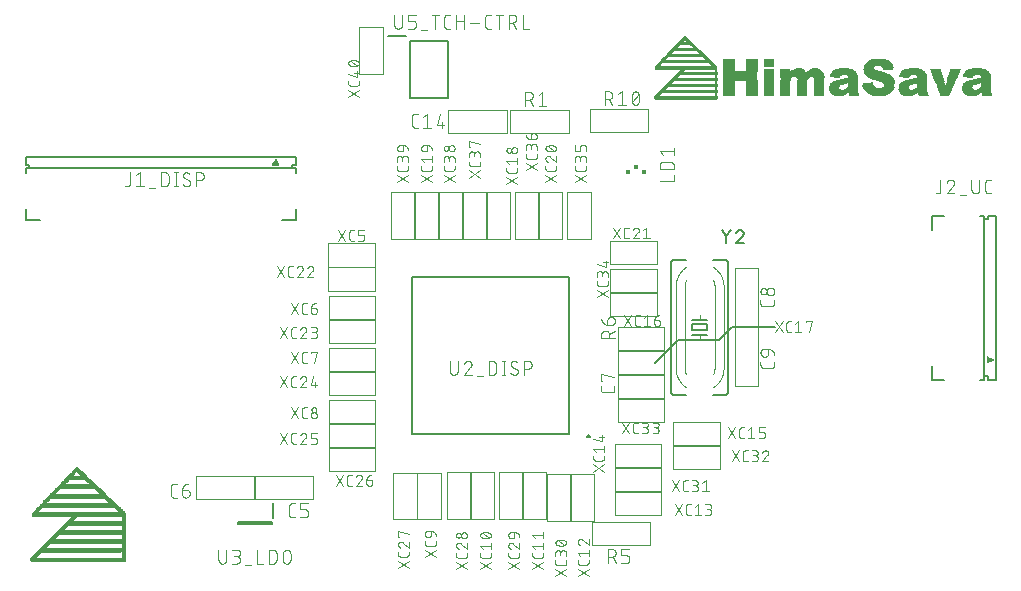
<source format=gbr>
G04 EAGLE Gerber RS-274X export*
G75*
%MOMM*%
%FSLAX34Y34*%
%LPD*%
%INSilkscreen Top*%
%IPPOS*%
%AMOC8*
5,1,8,0,0,1.08239X$1,22.5*%
G01*
%ADD10C,0.203200*%
%ADD11R,7.772400X0.019050*%
%ADD12R,7.886700X0.019050*%
%ADD13R,7.981950X0.019050*%
%ADD14R,8.039100X0.019050*%
%ADD15R,8.058150X0.019050*%
%ADD16R,8.077200X0.019050*%
%ADD17R,0.438150X0.019050*%
%ADD18R,0.323850X0.019050*%
%ADD19R,7.162800X0.019050*%
%ADD20R,7.505700X0.019050*%
%ADD21R,7.486650X0.019050*%
%ADD22R,7.467600X0.019050*%
%ADD23R,7.448550X0.019050*%
%ADD24R,7.429500X0.019050*%
%ADD25R,7.410450X0.019050*%
%ADD26R,7.391400X0.019050*%
%ADD27R,7.372350X0.019050*%
%ADD28R,7.353300X0.019050*%
%ADD29R,7.334250X0.019050*%
%ADD30R,7.315200X0.019050*%
%ADD31R,7.296150X0.019050*%
%ADD32R,7.277100X0.019050*%
%ADD33R,7.258050X0.019050*%
%ADD34R,7.239000X0.019050*%
%ADD35R,6.762750X0.019050*%
%ADD36R,6.743700X0.019050*%
%ADD37R,6.724650X0.019050*%
%ADD38R,6.705600X0.019050*%
%ADD39R,6.686550X0.019050*%
%ADD40R,6.667500X0.019050*%
%ADD41R,6.648450X0.019050*%
%ADD42R,6.629400X0.019050*%
%ADD43R,6.610350X0.019050*%
%ADD44R,6.591300X0.019050*%
%ADD45R,6.572250X0.019050*%
%ADD46R,6.553200X0.019050*%
%ADD47R,6.534150X0.019050*%
%ADD48R,6.515100X0.019050*%
%ADD49R,6.496050X0.019050*%
%ADD50R,6.134100X0.019050*%
%ADD51R,6.000750X0.019050*%
%ADD52R,5.981700X0.019050*%
%ADD53R,5.962650X0.019050*%
%ADD54R,5.943600X0.019050*%
%ADD55R,5.924550X0.019050*%
%ADD56R,5.905500X0.019050*%
%ADD57R,5.886450X0.019050*%
%ADD58R,5.867400X0.019050*%
%ADD59R,5.848350X0.019050*%
%ADD60R,5.829300X0.019050*%
%ADD61R,5.810250X0.019050*%
%ADD62R,5.791200X0.019050*%
%ADD63R,5.772150X0.019050*%
%ADD64R,5.753100X0.019050*%
%ADD65R,5.734050X0.019050*%
%ADD66R,5.715000X0.019050*%
%ADD67R,5.238750X0.019050*%
%ADD68R,5.219700X0.019050*%
%ADD69R,5.200650X0.019050*%
%ADD70R,5.181600X0.019050*%
%ADD71R,5.162550X0.019050*%
%ADD72R,5.143500X0.019050*%
%ADD73R,5.124450X0.019050*%
%ADD74R,5.105400X0.019050*%
%ADD75R,5.086350X0.019050*%
%ADD76R,5.067300X0.019050*%
%ADD77R,5.048250X0.019050*%
%ADD78R,5.029200X0.019050*%
%ADD79R,5.010150X0.019050*%
%ADD80R,4.991100X0.019050*%
%ADD81R,4.972050X0.019050*%
%ADD82R,4.953000X0.019050*%
%ADD83R,7.829550X0.019050*%
%ADD84R,7.924800X0.019050*%
%ADD85R,7.943850X0.019050*%
%ADD86R,7.962900X0.019050*%
%ADD87R,7.905750X0.019050*%
%ADD88R,7.867650X0.019050*%
%ADD89R,0.419100X0.019050*%
%ADD90R,0.457200X0.019050*%
%ADD91R,6.877050X0.019050*%
%ADD92R,6.838950X0.019050*%
%ADD93R,6.781800X0.019050*%
%ADD94R,6.477000X0.019050*%
%ADD95R,6.438900X0.019050*%
%ADD96R,6.419850X0.019050*%
%ADD97R,6.381750X0.019050*%
%ADD98R,6.324600X0.019050*%
%ADD99R,6.286500X0.019050*%
%ADD100R,5.334000X0.019050*%
%ADD101R,5.295900X0.019050*%
%ADD102R,5.257800X0.019050*%
%ADD103R,4.933950X0.019050*%
%ADD104R,4.895850X0.019050*%
%ADD105R,4.876800X0.019050*%
%ADD106R,4.838700X0.019050*%
%ADD107R,4.800600X0.019050*%
%ADD108R,4.762500X0.019050*%
%ADD109R,3.657600X0.019050*%
%ADD110R,3.619500X0.019050*%
%ADD111R,3.581400X0.019050*%
%ADD112R,3.543300X0.019050*%
%ADD113R,3.505200X0.019050*%
%ADD114R,3.467100X0.019050*%
%ADD115R,3.429000X0.019050*%
%ADD116R,3.371850X0.019050*%
%ADD117R,3.333750X0.019050*%
%ADD118R,3.295650X0.019050*%
%ADD119R,3.257550X0.019050*%
%ADD120R,3.219450X0.019050*%
%ADD121R,3.181350X0.019050*%
%ADD122R,3.143250X0.019050*%
%ADD123R,3.105150X0.019050*%
%ADD124R,3.067050X0.019050*%
%ADD125R,2.190750X0.019050*%
%ADD126R,2.152650X0.019050*%
%ADD127R,2.114550X0.019050*%
%ADD128R,2.076450X0.019050*%
%ADD129R,2.038350X0.019050*%
%ADD130R,2.000250X0.019050*%
%ADD131R,1.962150X0.019050*%
%ADD132R,1.924050X0.019050*%
%ADD133R,1.885950X0.019050*%
%ADD134R,1.847850X0.019050*%
%ADD135R,1.809750X0.019050*%
%ADD136R,1.771650X0.019050*%
%ADD137R,1.733550X0.019050*%
%ADD138R,1.695450X0.019050*%
%ADD139R,1.657350X0.019050*%
%ADD140R,1.600200X0.019050*%
%ADD141R,0.857250X0.019050*%
%ADD142R,0.800100X0.019050*%
%ADD143R,0.762000X0.019050*%
%ADD144R,0.723900X0.019050*%
%ADD145R,0.685800X0.019050*%
%ADD146R,0.647700X0.019050*%
%ADD147R,0.609600X0.019050*%
%ADD148R,0.571500X0.019050*%
%ADD149R,0.533400X0.019050*%
%ADD150R,0.495300X0.019050*%
%ADD151R,0.476250X0.019050*%
%ADD152R,0.400050X0.019050*%
%ADD153R,0.361950X0.019050*%
%ADD154R,0.285750X0.019050*%
%ADD155R,0.247650X0.019050*%
%ADD156R,0.209550X0.019050*%
%ADD157R,0.133350X0.019050*%
%ADD158R,5.181600X0.012700*%
%ADD159R,5.257800X0.012700*%
%ADD160R,5.321300X0.012700*%
%ADD161R,5.359400X0.012700*%
%ADD162R,5.372100X0.012700*%
%ADD163R,5.384800X0.012700*%
%ADD164R,0.292100X0.012700*%
%ADD165R,0.215900X0.012700*%
%ADD166R,0.342900X0.012700*%
%ADD167R,0.533400X0.012700*%
%ADD168R,0.762000X0.012700*%
%ADD169R,0.635000X0.012700*%
%ADD170R,0.927100X0.012700*%
%ADD171R,0.723900X0.012700*%
%ADD172R,1.028700X0.012700*%
%ADD173R,0.939800X0.012700*%
%ADD174R,0.838200X0.012700*%
%ADD175R,0.800100X0.012700*%
%ADD176R,0.787400X0.012700*%
%ADD177R,1.155700X0.012700*%
%ADD178R,0.876300X0.012700*%
%ADD179R,1.257300X0.012700*%
%ADD180R,0.952500X0.012700*%
%ADD181R,1.320800X0.012700*%
%ADD182R,0.774700X0.012700*%
%ADD183R,1.016000X0.012700*%
%ADD184R,1.397000X0.012700*%
%ADD185R,1.054100X0.012700*%
%ADD186R,1.473200X0.012700*%
%ADD187R,1.092200X0.012700*%
%ADD188R,1.536700X0.012700*%
%ADD189R,0.812800X0.012700*%
%ADD190R,1.130300X0.012700*%
%ADD191R,1.574800X0.012700*%
%ADD192R,0.825500X0.012700*%
%ADD193R,1.168400X0.012700*%
%ADD194R,1.638300X0.012700*%
%ADD195R,1.219200X0.012700*%
%ADD196R,1.689100X0.012700*%
%ADD197R,1.739900X0.012700*%
%ADD198R,0.850900X0.012700*%
%ADD199R,1.282700X0.012700*%
%ADD200R,1.778000X0.012700*%
%ADD201R,0.863600X0.012700*%
%ADD202R,1.308100X0.012700*%
%ADD203R,1.828800X0.012700*%
%ADD204R,1.346200X0.012700*%
%ADD205R,1.854200X0.012700*%
%ADD206R,0.889000X0.012700*%
%ADD207R,1.371600X0.012700*%
%ADD208R,1.905000X0.012700*%
%ADD209R,4.775200X0.012700*%
%ADD210R,1.930400X0.012700*%
%ADD211R,0.901700X0.012700*%
%ADD212R,5.003800X0.012700*%
%ADD213R,1.422400X0.012700*%
%ADD214R,1.955800X0.012700*%
%ADD215R,0.914400X0.012700*%
%ADD216R,4.991100X0.012700*%
%ADD217R,1.447800X0.012700*%
%ADD218R,1.993900X0.012700*%
%ADD219R,4.978400X0.012700*%
%ADD220R,2.032000X0.012700*%
%ADD221R,4.965700X0.012700*%
%ADD222R,1.498600X0.012700*%
%ADD223R,2.057400X0.012700*%
%ADD224R,4.953000X0.012700*%
%ADD225R,1.524000X0.012700*%
%ADD226R,2.082800X0.012700*%
%ADD227R,0.965200X0.012700*%
%ADD228R,4.940300X0.012700*%
%ADD229R,2.336800X0.012700*%
%ADD230R,2.108200X0.012700*%
%ADD231R,4.927600X0.012700*%
%ADD232R,2.133600X0.012700*%
%ADD233R,0.977900X0.012700*%
%ADD234R,4.914900X0.012700*%
%ADD235R,2.159000X0.012700*%
%ADD236R,0.990600X0.012700*%
%ADD237R,4.902200X0.012700*%
%ADD238R,2.349500X0.012700*%
%ADD239R,2.184400X0.012700*%
%ADD240R,1.003300X0.012700*%
%ADD241R,4.889500X0.012700*%
%ADD242R,2.362200X0.012700*%
%ADD243R,2.209800X0.012700*%
%ADD244R,4.876800X0.012700*%
%ADD245R,2.235200X0.012700*%
%ADD246R,4.864100X0.012700*%
%ADD247R,2.374900X0.012700*%
%ADD248R,2.247900X0.012700*%
%ADD249R,1.041400X0.012700*%
%ADD250R,4.851400X0.012700*%
%ADD251R,2.260600X0.012700*%
%ADD252R,4.838700X0.012700*%
%ADD253R,2.286000X0.012700*%
%ADD254R,4.826000X0.012700*%
%ADD255R,2.387600X0.012700*%
%ADD256R,2.311400X0.012700*%
%ADD257R,1.066800X0.012700*%
%ADD258R,1.079500X0.012700*%
%ADD259R,2.400300X0.012700*%
%ADD260R,1.206500X0.012700*%
%ADD261R,1.117600X0.012700*%
%ADD262R,2.413000X0.012700*%
%ADD263R,2.425700X0.012700*%
%ADD264R,1.143000X0.012700*%
%ADD265R,2.438400X0.012700*%
%ADD266R,2.463800X0.012700*%
%ADD267R,2.489200X0.012700*%
%ADD268R,1.193800X0.012700*%
%ADD269R,2.501900X0.012700*%
%ADD270R,2.514600X0.012700*%
%ADD271R,1.244600X0.012700*%
%ADD272R,1.270000X0.012700*%
%ADD273R,1.295400X0.012700*%
%ADD274R,4.508500X0.012700*%
%ADD275R,4.495800X0.012700*%
%ADD276R,4.483100X0.012700*%
%ADD277R,4.470400X0.012700*%
%ADD278R,4.457700X0.012700*%
%ADD279R,4.445000X0.012700*%
%ADD280R,4.432300X0.012700*%
%ADD281R,4.419600X0.012700*%
%ADD282R,4.406900X0.012700*%
%ADD283R,4.394200X0.012700*%
%ADD284R,4.381500X0.012700*%
%ADD285R,0.736600X0.012700*%
%ADD286R,0.698500X0.012700*%
%ADD287R,4.368800X0.012700*%
%ADD288R,4.356100X0.012700*%
%ADD289R,0.711200X0.012700*%
%ADD290R,4.343400X0.012700*%
%ADD291R,4.330700X0.012700*%
%ADD292R,4.089400X0.012700*%
%ADD293R,1.181100X0.012700*%
%ADD294R,0.749300X0.012700*%
%ADD295R,1.231900X0.012700*%
%ADD296R,0.622300X0.012700*%
%ADD297R,0.419100X0.012700*%
%ADD298R,2.197100X0.012700*%
%ADD299R,2.095500X0.012700*%
%ADD300R,2.070100X0.012700*%
%ADD301R,2.044700X0.012700*%
%ADD302R,2.006600X0.012700*%
%ADD303R,1.968500X0.012700*%
%ADD304R,4.000500X0.012700*%
%ADD305R,3.987800X0.012700*%
%ADD306R,1.803400X0.012700*%
%ADD307R,1.358900X0.012700*%
%ADD308R,3.975100X0.012700*%
%ADD309R,2.882900X0.012700*%
%ADD310R,1.752600X0.012700*%
%ADD311R,1.409700X0.012700*%
%ADD312R,3.962400X0.012700*%
%ADD313R,3.949700X0.012700*%
%ADD314R,1.625600X0.012700*%
%ADD315R,3.937000X0.012700*%
%ADD316R,1.562100X0.012700*%
%ADD317R,1.549400X0.012700*%
%ADD318R,3.924300X0.012700*%
%ADD319R,1.511300X0.012700*%
%ADD320R,1.587500X0.012700*%
%ADD321R,3.911600X0.012700*%
%ADD322R,3.898900X0.012700*%
%ADD323R,1.384300X0.012700*%
%ADD324R,3.886200X0.012700*%
%ADD325R,1.714500X0.012700*%
%ADD326R,3.873500X0.012700*%
%ADD327R,3.860800X0.012700*%
%ADD328R,1.790700X0.012700*%
%ADD329R,3.848100X0.012700*%
%ADD330R,1.816100X0.012700*%
%ADD331R,3.835400X0.012700*%
%ADD332R,3.822700X0.012700*%
%ADD333R,1.866900X0.012700*%
%ADD334R,3.810000X0.012700*%
%ADD335R,1.892300X0.012700*%
%ADD336R,1.917700X0.012700*%
%ADD337R,1.981200X0.012700*%
%ADD338R,2.019300X0.012700*%
%ADD339R,0.127000X0.012700*%
%ADD340R,0.241300X0.012700*%
%ADD341R,0.368300X0.012700*%
%ADD342R,1.104900X0.012700*%
%ADD343R,0.482600X0.012700*%
%ADD344R,0.609600X0.012700*%
%ADD345R,3.708400X0.012700*%
%ADD346R,3.695700X0.012700*%
%ADD347R,3.683000X0.012700*%
%ADD348R,3.492500X0.012700*%
%ADD349R,3.670300X0.012700*%
%ADD350R,3.479800X0.012700*%
%ADD351R,3.467100X0.012700*%
%ADD352R,3.454400X0.012700*%
%ADD353R,3.441700X0.012700*%
%ADD354R,3.429000X0.012700*%
%ADD355R,3.657600X0.012700*%
%ADD356R,3.416300X0.012700*%
%ADD357R,3.403600X0.012700*%
%ADD358R,3.644900X0.012700*%
%ADD359R,3.390900X0.012700*%
%ADD360R,3.378200X0.012700*%
%ADD361R,3.365500X0.012700*%
%ADD362R,3.632200X0.012700*%
%ADD363R,3.352800X0.012700*%
%ADD364R,1.841500X0.012700*%
%ADD365R,3.340100X0.012700*%
%ADD366R,3.619500X0.012700*%
%ADD367R,3.327400X0.012700*%
%ADD368R,3.314700X0.012700*%
%ADD369R,3.302000X0.012700*%
%ADD370R,1.701800X0.012700*%
%ADD371R,1.676400X0.012700*%
%ADD372R,1.333500X0.012700*%
%ADD373R,1.943100X0.012700*%
%ADD374R,1.663700X0.012700*%
%ADD375R,1.460500X0.012700*%
%ADD376R,0.431800X0.012700*%
%ADD377R,0.647700X0.012700*%
%ADD378R,0.685800X0.012700*%
%ADD379R,5.219700X0.012700*%
%ADD380R,0.558800X0.012700*%
%ADD381R,0.469900X0.012700*%
%ADD382R,0.444500X0.012700*%
%ADD383R,5.283200X0.012700*%
%ADD384R,5.295900X0.012700*%
%ADD385R,5.308600X0.012700*%
%ADD386R,5.270500X0.012700*%
%ADD387R,5.245100X0.012700*%
%ADD388R,0.279400X0.012700*%
%ADD389R,0.304800X0.012700*%
%ADD390R,2.324100X0.012700*%
%ADD391R,2.298700X0.012700*%
%ADD392R,2.273300X0.012700*%
%ADD393R,2.222500X0.012700*%
%ADD394R,2.171700X0.012700*%
%ADD395R,2.146300X0.012700*%
%ADD396R,2.120900X0.012700*%
%ADD397R,4.584700X0.012700*%
%ADD398R,4.559300X0.012700*%
%ADD399R,4.521200X0.012700*%
%ADD400R,4.318000X0.012700*%
%ADD401R,4.292600X0.012700*%
%ADD402R,4.279900X0.012700*%
%ADD403R,4.254500X0.012700*%
%ADD404R,4.216400X0.012700*%
%ADD405R,4.191000X0.012700*%
%ADD406R,0.508000X0.012700*%
%ADD407R,3.556000X0.012700*%
%ADD408R,3.530600X0.012700*%
%ADD409R,3.505200X0.012700*%
%ADD410R,3.289300X0.012700*%
%ADD411R,3.263900X0.012700*%
%ADD412R,3.251200X0.012700*%
%ADD413R,3.225800X0.012700*%
%ADD414R,3.200400X0.012700*%
%ADD415R,3.175000X0.012700*%
%ADD416R,1.435100X0.012700*%
%ADD417R,0.571500X0.012700*%
%ADD418R,0.457200X0.012700*%
%ADD419R,0.406400X0.012700*%
%ADD420R,0.381000X0.012700*%
%ADD421R,0.355600X0.012700*%
%ADD422R,0.330200X0.012700*%
%ADD423R,0.317500X0.012700*%
%ADD424R,0.266700X0.012700*%
%ADD425R,0.190500X0.012700*%
%ADD426R,0.165100X0.012700*%
%ADD427R,0.139700X0.012700*%
%ADD428R,0.088900X0.012700*%
%ADD429C,0.050800*%
%ADD430C,0.101600*%
%ADD431C,0.200000*%
%ADD432C,0.076200*%
%ADD433C,0.152400*%
%ADD434C,0.127000*%
%ADD435R,0.325000X0.425000*%
%ADD436R,0.350000X0.350000*%

G36*
X1196125Y501594D02*
X1196125Y501594D01*
X1196133Y501594D01*
X1196184Y501609D01*
X1196391Y501663D01*
X1196424Y501683D01*
X1196454Y501692D01*
X1200454Y503692D01*
X1200536Y503749D01*
X1200623Y503798D01*
X1200653Y503829D01*
X1200688Y503853D01*
X1200751Y503931D01*
X1200821Y504002D01*
X1200841Y504040D01*
X1200868Y504073D01*
X1200907Y504165D01*
X1200954Y504253D01*
X1200963Y504295D01*
X1200980Y504335D01*
X1200992Y504434D01*
X1201013Y504531D01*
X1201010Y504574D01*
X1201015Y504617D01*
X1201000Y504715D01*
X1200992Y504815D01*
X1200977Y504855D01*
X1200971Y504898D01*
X1200928Y504988D01*
X1200894Y505081D01*
X1200868Y505116D01*
X1200850Y505155D01*
X1200784Y505230D01*
X1200725Y505310D01*
X1200694Y505333D01*
X1200663Y505369D01*
X1200530Y505454D01*
X1200523Y505461D01*
X1200509Y505468D01*
X1200454Y505508D01*
X1196454Y507508D01*
X1196446Y507511D01*
X1196439Y507516D01*
X1196311Y507556D01*
X1196184Y507598D01*
X1196176Y507599D01*
X1196168Y507601D01*
X1196033Y507605D01*
X1195900Y507610D01*
X1195892Y507608D01*
X1195884Y507609D01*
X1195754Y507575D01*
X1195624Y507543D01*
X1195617Y507539D01*
X1195609Y507537D01*
X1195494Y507469D01*
X1195377Y507402D01*
X1195372Y507396D01*
X1195364Y507392D01*
X1195272Y507294D01*
X1195180Y507198D01*
X1195176Y507190D01*
X1195170Y507184D01*
X1195109Y507065D01*
X1195046Y506947D01*
X1195044Y506939D01*
X1195040Y506931D01*
X1195032Y506879D01*
X1194987Y506669D01*
X1194990Y506631D01*
X1194985Y506600D01*
X1194985Y502600D01*
X1194986Y502592D01*
X1194985Y502583D01*
X1195006Y502451D01*
X1195025Y502319D01*
X1195028Y502311D01*
X1195029Y502302D01*
X1195086Y502181D01*
X1195141Y502059D01*
X1195146Y502053D01*
X1195150Y502045D01*
X1195238Y501944D01*
X1195325Y501842D01*
X1195332Y501837D01*
X1195337Y501831D01*
X1195450Y501759D01*
X1195561Y501685D01*
X1195569Y501682D01*
X1195576Y501677D01*
X1195705Y501639D01*
X1195832Y501599D01*
X1195841Y501599D01*
X1195849Y501596D01*
X1195983Y501595D01*
X1196116Y501591D01*
X1196125Y501594D01*
G37*
G36*
X595208Y668686D02*
X595208Y668686D01*
X595217Y668685D01*
X595349Y668706D01*
X595482Y668725D01*
X595489Y668728D01*
X595498Y668729D01*
X595619Y668786D01*
X595741Y668841D01*
X595747Y668846D01*
X595755Y668850D01*
X595856Y668938D01*
X595958Y669025D01*
X595963Y669032D01*
X595969Y669037D01*
X596041Y669150D01*
X596116Y669261D01*
X596118Y669269D01*
X596123Y669276D01*
X596161Y669405D01*
X596201Y669532D01*
X596202Y669541D01*
X596204Y669549D01*
X596205Y669683D01*
X596209Y669816D01*
X596206Y669825D01*
X596207Y669833D01*
X596191Y669884D01*
X596137Y670091D01*
X596117Y670124D01*
X596108Y670154D01*
X594108Y674154D01*
X594051Y674236D01*
X594002Y674323D01*
X593971Y674353D01*
X593947Y674388D01*
X593869Y674451D01*
X593798Y674521D01*
X593760Y674541D01*
X593727Y674568D01*
X593635Y674607D01*
X593547Y674654D01*
X593505Y674663D01*
X593465Y674680D01*
X593366Y674692D01*
X593269Y674713D01*
X593226Y674710D01*
X593183Y674715D01*
X593085Y674700D01*
X592985Y674692D01*
X592945Y674677D01*
X592902Y674671D01*
X592812Y674628D01*
X592719Y674594D01*
X592684Y674568D01*
X592645Y674550D01*
X592570Y674484D01*
X592490Y674425D01*
X592467Y674394D01*
X592431Y674363D01*
X592334Y674211D01*
X592292Y674154D01*
X590292Y670154D01*
X590289Y670146D01*
X590285Y670139D01*
X590244Y670011D01*
X590202Y669884D01*
X590201Y669876D01*
X590199Y669868D01*
X590195Y669733D01*
X590190Y669600D01*
X590192Y669592D01*
X590191Y669584D01*
X590225Y669454D01*
X590257Y669324D01*
X590261Y669317D01*
X590263Y669309D01*
X590331Y669194D01*
X590398Y669077D01*
X590404Y669072D01*
X590409Y669064D01*
X590506Y668972D01*
X590602Y668880D01*
X590610Y668876D01*
X590616Y668870D01*
X590735Y668809D01*
X590853Y668746D01*
X590861Y668744D01*
X590869Y668740D01*
X590921Y668732D01*
X591131Y668687D01*
X591169Y668690D01*
X591200Y668685D01*
X595200Y668685D01*
X595208Y668686D01*
G37*
D10*
X914400Y502158D02*
X933450Y521208D01*
X967994Y521208D01*
X979424Y532638D01*
X1015746Y532638D01*
D11*
X426053Y333566D03*
D12*
X426053Y333756D03*
D13*
X425958Y333947D03*
D14*
X425863Y334137D03*
D15*
X425768Y334328D03*
X425768Y334518D03*
D16*
X425672Y334709D03*
X425672Y334899D03*
X425672Y335090D03*
X425672Y335280D03*
X425672Y335471D03*
X425672Y335661D03*
X425672Y335852D03*
D15*
X425768Y336042D03*
X425768Y336233D03*
D14*
X425863Y336423D03*
D17*
X388049Y336614D03*
D18*
X464439Y336614D03*
D17*
X388239Y336804D03*
D18*
X464439Y336804D03*
D17*
X388430Y336995D03*
D18*
X464439Y336995D03*
D17*
X388620Y337185D03*
D18*
X464439Y337185D03*
D17*
X388811Y337376D03*
D18*
X464439Y337376D03*
D17*
X389001Y337566D03*
D18*
X464439Y337566D03*
D17*
X389192Y337757D03*
D18*
X464439Y337757D03*
D17*
X389382Y337947D03*
D18*
X464439Y337947D03*
D17*
X389573Y338138D03*
D18*
X464439Y338138D03*
D17*
X389763Y338328D03*
D18*
X464439Y338328D03*
D17*
X389954Y338519D03*
D18*
X464439Y338519D03*
D17*
X390144Y338709D03*
D18*
X464439Y338709D03*
D17*
X390335Y338900D03*
D18*
X464439Y338900D03*
D17*
X390525Y339090D03*
D18*
X464439Y339090D03*
D17*
X390716Y339281D03*
D18*
X464439Y339281D03*
D17*
X390906Y339471D03*
D18*
X464439Y339471D03*
D17*
X391097Y339662D03*
D18*
X464439Y339662D03*
D17*
X391287Y339852D03*
D18*
X464439Y339852D03*
D17*
X391478Y340043D03*
D18*
X464439Y340043D03*
D17*
X391668Y340233D03*
D18*
X464439Y340233D03*
D17*
X391859Y340424D03*
D18*
X464439Y340424D03*
D17*
X392049Y340614D03*
D18*
X464439Y340614D03*
D17*
X392240Y340805D03*
D18*
X464439Y340805D03*
D17*
X392430Y340995D03*
D18*
X464439Y340995D03*
D17*
X392621Y341186D03*
D18*
X464439Y341186D03*
D17*
X392811Y341376D03*
D18*
X464439Y341376D03*
D19*
X426625Y341567D03*
D18*
X464439Y341567D03*
D20*
X428530Y341757D03*
D21*
X428625Y341948D03*
D22*
X428720Y342138D03*
D23*
X428816Y342329D03*
D24*
X428911Y342519D03*
D25*
X429006Y342710D03*
D26*
X429101Y342900D03*
D27*
X429197Y343091D03*
D28*
X429292Y343281D03*
D29*
X429387Y343472D03*
D30*
X429482Y343662D03*
D31*
X429578Y343853D03*
D32*
X429673Y344043D03*
D33*
X429768Y344234D03*
D34*
X429863Y344424D03*
D17*
X396050Y344615D03*
D18*
X464439Y344615D03*
D17*
X396240Y344805D03*
D18*
X464439Y344805D03*
D17*
X396431Y344996D03*
D18*
X464439Y344996D03*
D17*
X396621Y345186D03*
D18*
X464439Y345186D03*
D17*
X396812Y345377D03*
D18*
X464439Y345377D03*
D17*
X397002Y345567D03*
D18*
X464439Y345567D03*
D17*
X397193Y345758D03*
D18*
X464439Y345758D03*
D17*
X397383Y345948D03*
D18*
X464439Y345948D03*
D17*
X397574Y346139D03*
D18*
X464439Y346139D03*
D17*
X397764Y346329D03*
D18*
X464439Y346329D03*
D17*
X397955Y346520D03*
D18*
X464439Y346520D03*
D17*
X398145Y346710D03*
D18*
X464439Y346710D03*
D17*
X398336Y346901D03*
D18*
X464439Y346901D03*
D17*
X398526Y347091D03*
D18*
X464439Y347091D03*
D17*
X398717Y347282D03*
D18*
X464439Y347282D03*
D17*
X398907Y347472D03*
D18*
X464439Y347472D03*
D17*
X399098Y347663D03*
D18*
X464439Y347663D03*
D17*
X399288Y347853D03*
D18*
X464439Y347853D03*
D17*
X399479Y348044D03*
D18*
X464439Y348044D03*
D17*
X399669Y348234D03*
D18*
X464439Y348234D03*
D17*
X399860Y348425D03*
D18*
X464439Y348425D03*
D17*
X400050Y348615D03*
D18*
X464439Y348615D03*
D17*
X400241Y348806D03*
D18*
X464439Y348806D03*
D17*
X400431Y348996D03*
D18*
X464439Y348996D03*
D35*
X432245Y349187D03*
D36*
X432340Y349377D03*
D37*
X432435Y349568D03*
D38*
X432530Y349758D03*
D39*
X432626Y349949D03*
D40*
X432721Y350139D03*
D41*
X432816Y350330D03*
D42*
X432911Y350520D03*
D43*
X433007Y350711D03*
D44*
X433102Y350901D03*
D45*
X433197Y351092D03*
D46*
X433292Y351282D03*
D47*
X433388Y351473D03*
D48*
X433483Y351663D03*
D49*
X433578Y351854D03*
D50*
X431959Y352044D03*
D18*
X464439Y352044D03*
D17*
X403670Y352235D03*
D18*
X464439Y352235D03*
D17*
X403860Y352425D03*
D18*
X464439Y352425D03*
D17*
X404051Y352616D03*
D18*
X464439Y352616D03*
D17*
X404241Y352806D03*
D18*
X464439Y352806D03*
D17*
X404432Y352997D03*
D18*
X464439Y352997D03*
D17*
X404622Y353187D03*
D18*
X464439Y353187D03*
D17*
X404813Y353378D03*
D18*
X464439Y353378D03*
D17*
X405003Y353568D03*
D18*
X464439Y353568D03*
D17*
X405194Y353759D03*
D18*
X464439Y353759D03*
D17*
X405384Y353949D03*
D18*
X464439Y353949D03*
D17*
X405575Y354140D03*
D18*
X464439Y354140D03*
D17*
X405765Y354330D03*
D18*
X464439Y354330D03*
D17*
X405956Y354521D03*
D18*
X464439Y354521D03*
D17*
X406146Y354711D03*
D18*
X464439Y354711D03*
D17*
X406337Y354902D03*
D18*
X464439Y354902D03*
D17*
X406527Y355092D03*
D18*
X464439Y355092D03*
D17*
X406718Y355283D03*
D18*
X464439Y355283D03*
D17*
X406908Y355473D03*
D18*
X464439Y355473D03*
D17*
X407099Y355664D03*
D18*
X464439Y355664D03*
D17*
X407289Y355854D03*
D18*
X464439Y355854D03*
D17*
X407480Y356045D03*
D18*
X464439Y356045D03*
D17*
X407670Y356235D03*
D18*
X464439Y356235D03*
D17*
X407861Y356426D03*
D18*
X464439Y356426D03*
D17*
X408051Y356616D03*
D18*
X464439Y356616D03*
D51*
X436055Y356807D03*
D52*
X436150Y356997D03*
D53*
X436245Y357188D03*
D54*
X436340Y357378D03*
D55*
X436436Y357569D03*
D56*
X436531Y357759D03*
D57*
X436626Y357950D03*
D58*
X436721Y358140D03*
D59*
X436817Y358331D03*
D60*
X436912Y358521D03*
D61*
X437007Y358712D03*
D62*
X437102Y358902D03*
D63*
X437198Y359093D03*
D64*
X437293Y359283D03*
D65*
X437388Y359474D03*
D66*
X437483Y359664D03*
D17*
X411290Y359855D03*
D18*
X464439Y359855D03*
D17*
X411480Y360045D03*
D18*
X464439Y360045D03*
D17*
X411671Y360236D03*
D18*
X464439Y360236D03*
D17*
X411861Y360426D03*
D18*
X464439Y360426D03*
D17*
X412052Y360617D03*
D18*
X464439Y360617D03*
D17*
X412242Y360807D03*
D18*
X464439Y360807D03*
D17*
X412433Y360998D03*
D18*
X464439Y360998D03*
D17*
X412623Y361188D03*
D18*
X464439Y361188D03*
D17*
X412814Y361379D03*
D18*
X464439Y361379D03*
D17*
X413004Y361569D03*
D18*
X464439Y361569D03*
D17*
X413195Y361760D03*
D18*
X464439Y361760D03*
D17*
X413385Y361950D03*
D18*
X464439Y361950D03*
D17*
X413576Y362141D03*
D18*
X464439Y362141D03*
D17*
X413766Y362331D03*
D18*
X464439Y362331D03*
D17*
X413957Y362522D03*
D18*
X464439Y362522D03*
D17*
X414147Y362712D03*
D18*
X464439Y362712D03*
D17*
X414338Y362903D03*
D18*
X464439Y362903D03*
D17*
X414528Y363093D03*
D18*
X464439Y363093D03*
D17*
X414719Y363284D03*
D18*
X464439Y363284D03*
D17*
X414909Y363474D03*
D18*
X464439Y363474D03*
D17*
X415100Y363665D03*
D18*
X464439Y363665D03*
D17*
X415290Y363855D03*
D18*
X464439Y363855D03*
D17*
X415481Y364046D03*
D18*
X464439Y364046D03*
D17*
X415671Y364236D03*
D18*
X464439Y364236D03*
D67*
X439865Y364427D03*
D68*
X439960Y364617D03*
D69*
X440055Y364808D03*
D70*
X440150Y364998D03*
D71*
X440246Y365189D03*
D72*
X440341Y365379D03*
D73*
X440436Y365570D03*
D74*
X440531Y365760D03*
D75*
X440627Y365951D03*
D76*
X440722Y366141D03*
D77*
X440817Y366332D03*
D78*
X440912Y366522D03*
D79*
X441008Y366713D03*
D80*
X441103Y366903D03*
D81*
X441198Y367094D03*
D82*
X441293Y367284D03*
D17*
X418910Y367475D03*
D18*
X464439Y367475D03*
D17*
X419100Y367665D03*
D18*
X464439Y367665D03*
D17*
X419291Y367856D03*
D18*
X464439Y367856D03*
D17*
X419481Y368046D03*
D18*
X464439Y368046D03*
D17*
X419672Y368237D03*
D18*
X464439Y368237D03*
D17*
X419862Y368427D03*
D18*
X464439Y368427D03*
D17*
X420053Y368618D03*
D18*
X464439Y368618D03*
D17*
X420243Y368808D03*
D18*
X464439Y368808D03*
D17*
X420434Y368999D03*
D18*
X464439Y368999D03*
D17*
X420624Y369189D03*
D18*
X464439Y369189D03*
D17*
X420815Y369380D03*
D18*
X464439Y369380D03*
D17*
X421005Y369570D03*
D18*
X464439Y369570D03*
D17*
X421196Y369761D03*
D18*
X464439Y369761D03*
D17*
X421386Y369951D03*
D18*
X464439Y369951D03*
D17*
X421577Y370142D03*
D18*
X464439Y370142D03*
D17*
X421767Y370332D03*
D18*
X464439Y370332D03*
D17*
X421958Y370523D03*
D18*
X464439Y370523D03*
D17*
X422148Y370713D03*
D18*
X464439Y370713D03*
D17*
X422339Y370904D03*
D18*
X464439Y370904D03*
D17*
X422529Y371094D03*
D18*
X464439Y371094D03*
D17*
X422720Y371285D03*
D18*
X464439Y371285D03*
D17*
X422910Y371475D03*
D18*
X464439Y371475D03*
D17*
X423101Y371666D03*
D18*
X464439Y371666D03*
D83*
X426911Y371856D03*
D12*
X426625Y372047D03*
D84*
X426434Y372237D03*
D85*
X426339Y372428D03*
X426339Y372618D03*
D86*
X426244Y372809D03*
X426244Y372999D03*
X426244Y373190D03*
X426244Y373380D03*
X426244Y373571D03*
X426244Y373761D03*
X426244Y373952D03*
D85*
X426339Y374142D03*
D84*
X426244Y374333D03*
D87*
X426339Y374523D03*
D88*
X426339Y374714D03*
D89*
X389287Y374904D03*
D17*
X463296Y374904D03*
D89*
X389477Y375095D03*
D90*
X463010Y375095D03*
D89*
X389668Y375285D03*
D90*
X462820Y375285D03*
D89*
X389858Y375476D03*
D90*
X462629Y375476D03*
D89*
X390049Y375666D03*
D17*
X462344Y375666D03*
D89*
X390239Y375857D03*
D17*
X462153Y375857D03*
D89*
X390430Y376047D03*
D17*
X461963Y376047D03*
D89*
X390620Y376238D03*
D17*
X461772Y376238D03*
D89*
X390811Y376428D03*
D17*
X461582Y376428D03*
D89*
X391001Y376619D03*
D17*
X461391Y376619D03*
D89*
X391192Y376809D03*
D17*
X461201Y376809D03*
D89*
X391382Y377000D03*
D17*
X461010Y377000D03*
D89*
X391573Y377190D03*
D17*
X460820Y377190D03*
D89*
X391763Y377381D03*
D17*
X460629Y377381D03*
D89*
X391954Y377571D03*
D17*
X460439Y377571D03*
D89*
X392144Y377762D03*
D17*
X460248Y377762D03*
D89*
X392335Y377952D03*
D17*
X460058Y377952D03*
D89*
X392525Y378143D03*
D17*
X459867Y378143D03*
D89*
X392716Y378333D03*
D17*
X459677Y378333D03*
D89*
X392906Y378524D03*
D17*
X459486Y378524D03*
X393002Y378714D03*
X459296Y378714D03*
X393192Y378905D03*
X459105Y378905D03*
X393383Y379095D03*
X458915Y379095D03*
X393573Y379286D03*
D90*
X458629Y379286D03*
D17*
X393764Y379476D03*
D90*
X458438Y379476D03*
D91*
X426149Y379667D03*
D92*
X426149Y379857D03*
D93*
X426053Y380048D03*
D36*
X426053Y380238D03*
D38*
X426053Y380429D03*
D40*
X426053Y380619D03*
D42*
X426053Y380810D03*
D44*
X426053Y381000D03*
D46*
X426053Y381191D03*
D48*
X426053Y381381D03*
D94*
X426053Y381572D03*
D95*
X426053Y381762D03*
D96*
X425958Y381953D03*
D97*
X425958Y382143D03*
D98*
X426053Y382334D03*
D99*
X426053Y382524D03*
D89*
X396907Y382715D03*
D17*
X455105Y382715D03*
D89*
X397097Y382905D03*
D17*
X454914Y382905D03*
D89*
X397288Y383096D03*
D17*
X454724Y383096D03*
D89*
X397478Y383286D03*
D17*
X454533Y383286D03*
D89*
X397669Y383477D03*
D17*
X454343Y383477D03*
D89*
X397859Y383667D03*
D90*
X454057Y383667D03*
D89*
X398050Y383858D03*
D90*
X453866Y383858D03*
D17*
X398145Y384048D03*
D90*
X453676Y384048D03*
D17*
X398336Y384239D03*
X453390Y384239D03*
X398526Y384429D03*
X453200Y384429D03*
X398717Y384620D03*
X453009Y384620D03*
X398907Y384810D03*
X452819Y384810D03*
X399098Y385001D03*
X452628Y385001D03*
X399288Y385191D03*
X452438Y385191D03*
D89*
X399383Y385382D03*
D17*
X452247Y385382D03*
D89*
X399574Y385572D03*
D17*
X452057Y385572D03*
D89*
X399764Y385763D03*
D17*
X451866Y385763D03*
D89*
X399955Y385953D03*
D17*
X451676Y385953D03*
D89*
X400145Y386144D03*
D17*
X451485Y386144D03*
D89*
X400336Y386334D03*
D17*
X451295Y386334D03*
D89*
X400526Y386525D03*
D17*
X451104Y386525D03*
D89*
X400717Y386715D03*
D17*
X450914Y386715D03*
D89*
X400907Y386906D03*
D17*
X450723Y386906D03*
D89*
X401098Y387096D03*
D17*
X450533Y387096D03*
D100*
X425863Y387287D03*
D101*
X425863Y387477D03*
D102*
X425863Y387668D03*
D68*
X425863Y387858D03*
D70*
X425863Y388049D03*
D72*
X425863Y388239D03*
D75*
X425768Y388430D03*
D77*
X425768Y388620D03*
D79*
X425768Y388811D03*
D81*
X425768Y389001D03*
D103*
X425768Y389192D03*
D104*
X425768Y389382D03*
D105*
X425672Y389573D03*
D106*
X425672Y389763D03*
D107*
X425672Y389954D03*
D108*
X425672Y390144D03*
D17*
X404241Y390335D03*
X447104Y390335D03*
X404432Y390525D03*
X446913Y390525D03*
X404622Y390716D03*
X446723Y390716D03*
D89*
X404717Y390906D03*
D17*
X446532Y390906D03*
D89*
X404908Y391097D03*
D17*
X446342Y391097D03*
D89*
X405098Y391287D03*
D17*
X446151Y391287D03*
D89*
X405289Y391478D03*
D17*
X445961Y391478D03*
D89*
X405479Y391668D03*
D17*
X445770Y391668D03*
D89*
X405670Y391859D03*
D17*
X445580Y391859D03*
D89*
X405860Y392049D03*
D90*
X445294Y392049D03*
D89*
X406051Y392240D03*
D90*
X445103Y392240D03*
D89*
X406241Y392430D03*
D90*
X444913Y392430D03*
D89*
X406432Y392621D03*
D90*
X444722Y392621D03*
D89*
X406622Y392811D03*
D17*
X444437Y392811D03*
D89*
X406813Y393002D03*
D17*
X444246Y393002D03*
D89*
X407003Y393192D03*
D17*
X444056Y393192D03*
D89*
X407194Y393383D03*
D17*
X443865Y393383D03*
D89*
X407384Y393573D03*
D17*
X443675Y393573D03*
D89*
X407575Y393764D03*
D17*
X443484Y393764D03*
D89*
X407765Y393954D03*
D17*
X443294Y393954D03*
D89*
X407956Y394145D03*
D17*
X443103Y394145D03*
D89*
X408146Y394335D03*
D17*
X442913Y394335D03*
D89*
X408337Y394526D03*
D17*
X442722Y394526D03*
D89*
X408527Y394716D03*
D17*
X442532Y394716D03*
D89*
X408718Y394907D03*
D17*
X442341Y394907D03*
X408813Y395097D03*
X442151Y395097D03*
X409004Y395288D03*
X441960Y395288D03*
X409194Y395478D03*
X441770Y395478D03*
D109*
X425482Y395669D03*
D110*
X425482Y395859D03*
D111*
X425482Y396050D03*
D112*
X425482Y396240D03*
D113*
X425482Y396431D03*
D114*
X425482Y396621D03*
D115*
X425482Y396812D03*
D116*
X425387Y397002D03*
D117*
X425387Y397193D03*
D118*
X425387Y397383D03*
D119*
X425387Y397574D03*
D120*
X425387Y397764D03*
D121*
X425387Y397955D03*
D122*
X425387Y398145D03*
D123*
X425387Y398336D03*
D124*
X425387Y398526D03*
D89*
X412337Y398717D03*
D17*
X438341Y398717D03*
D89*
X412528Y398907D03*
D17*
X438150Y398907D03*
D89*
X412718Y399098D03*
D17*
X437960Y399098D03*
D89*
X412909Y399288D03*
D17*
X437769Y399288D03*
D89*
X413099Y399479D03*
D17*
X437579Y399479D03*
D89*
X413290Y399669D03*
D17*
X437388Y399669D03*
D89*
X413480Y399860D03*
D17*
X437198Y399860D03*
D89*
X413671Y400050D03*
D17*
X437007Y400050D03*
D89*
X413861Y400241D03*
D17*
X436817Y400241D03*
X413957Y400431D03*
X436626Y400431D03*
X414147Y400622D03*
D90*
X436340Y400622D03*
D17*
X414338Y400812D03*
D90*
X436150Y400812D03*
D17*
X414528Y401003D03*
D90*
X435959Y401003D03*
D17*
X414719Y401193D03*
X435674Y401193D03*
X414909Y401384D03*
X435483Y401384D03*
X415100Y401574D03*
X435293Y401574D03*
D89*
X415195Y401765D03*
D17*
X435102Y401765D03*
D89*
X415385Y401955D03*
D17*
X434912Y401955D03*
D89*
X415576Y402146D03*
D17*
X434721Y402146D03*
D89*
X415766Y402336D03*
D17*
X434531Y402336D03*
D89*
X415957Y402527D03*
D17*
X434340Y402527D03*
D89*
X416147Y402717D03*
D17*
X434150Y402717D03*
D125*
X425196Y402908D03*
D126*
X425196Y403098D03*
D127*
X425196Y403289D03*
D128*
X425196Y403479D03*
D129*
X425196Y403670D03*
D130*
X425196Y403860D03*
D131*
X425196Y404051D03*
D132*
X425196Y404241D03*
D133*
X425196Y404432D03*
D134*
X425196Y404622D03*
D135*
X425196Y404813D03*
D136*
X425196Y405003D03*
D137*
X425196Y405194D03*
D138*
X425196Y405384D03*
D139*
X425196Y405575D03*
D140*
X425101Y405765D03*
D17*
X419291Y405956D03*
X430721Y405956D03*
X419481Y406146D03*
X430530Y406146D03*
X419672Y406337D03*
X430340Y406337D03*
X419862Y406527D03*
X430149Y406527D03*
X420053Y406718D03*
X429959Y406718D03*
X420243Y406908D03*
X429768Y406908D03*
X420434Y407099D03*
X429578Y407099D03*
D89*
X420529Y407289D03*
D17*
X429387Y407289D03*
D89*
X420719Y407480D03*
D17*
X429197Y407480D03*
D89*
X420910Y407670D03*
D17*
X429006Y407670D03*
D89*
X421100Y407861D03*
D17*
X428816Y407861D03*
D89*
X421291Y408051D03*
D17*
X428625Y408051D03*
D89*
X421481Y408242D03*
D17*
X428435Y408242D03*
D89*
X421672Y408432D03*
D17*
X428244Y408432D03*
D89*
X421862Y408623D03*
D17*
X428054Y408623D03*
D89*
X422053Y408813D03*
D17*
X427863Y408813D03*
D89*
X422243Y409004D03*
D17*
X427673Y409004D03*
D89*
X422434Y409194D03*
D90*
X427387Y409194D03*
D89*
X422624Y409385D03*
D90*
X427196Y409385D03*
D141*
X425006Y409575D03*
D142*
X424910Y409766D03*
D143*
X424910Y409956D03*
D144*
X424910Y410147D03*
D145*
X424910Y410337D03*
D146*
X424910Y410528D03*
D147*
X424910Y410718D03*
D148*
X424910Y410909D03*
D149*
X424910Y411099D03*
D150*
X424910Y411290D03*
D151*
X424815Y411480D03*
D17*
X424815Y411671D03*
D152*
X424815Y411861D03*
D153*
X424815Y412052D03*
D18*
X424815Y412242D03*
D154*
X424815Y412433D03*
D155*
X424815Y412623D03*
D156*
X424815Y412814D03*
D157*
X424815Y413004D03*
D158*
X940245Y724916D03*
D159*
X940245Y725043D03*
D160*
X940181Y725170D03*
D161*
X940118Y725297D03*
D162*
X940054Y725424D03*
X940054Y725551D03*
D163*
X939991Y725678D03*
X939991Y725805D03*
X939991Y725932D03*
X939991Y726059D03*
X939991Y726186D03*
X939991Y726313D03*
X939991Y726440D03*
D162*
X940054Y726567D03*
X940054Y726694D03*
D161*
X940118Y726821D03*
D164*
X914908Y726948D03*
D165*
X965835Y726948D03*
D164*
X915035Y727075D03*
D165*
X965835Y727075D03*
D164*
X915162Y727202D03*
D165*
X965835Y727202D03*
D164*
X915289Y727329D03*
D165*
X965835Y727329D03*
D164*
X915416Y727456D03*
D165*
X965835Y727456D03*
D164*
X915543Y727583D03*
D165*
X965835Y727583D03*
D164*
X915670Y727710D03*
D165*
X965835Y727710D03*
D164*
X915797Y727837D03*
D165*
X965835Y727837D03*
D164*
X915924Y727964D03*
D165*
X965835Y727964D03*
D166*
X1069467Y727964D03*
D167*
X1103694Y727964D03*
D166*
X1128141Y727964D03*
X1182116Y727964D03*
D164*
X916051Y728091D03*
D165*
X965835Y728091D03*
D167*
X1069785Y728091D03*
D168*
X1103567Y728091D03*
D167*
X1128459Y728091D03*
X1182434Y728091D03*
D164*
X916178Y728218D03*
D165*
X965835Y728218D03*
D169*
X1069785Y728218D03*
D170*
X1103503Y728218D03*
D169*
X1128459Y728218D03*
X1182434Y728218D03*
D164*
X916305Y728345D03*
D165*
X965835Y728345D03*
D171*
X1069721Y728345D03*
D172*
X1103503Y728345D03*
D171*
X1128395Y728345D03*
X1182370Y728345D03*
D164*
X916432Y728472D03*
D165*
X965835Y728472D03*
D173*
X976440Y728472D03*
X995871Y728472D03*
D174*
X1010730Y728472D03*
X1024573Y728472D03*
X1038924Y728472D03*
X1053275Y728472D03*
D175*
X1069848Y728472D03*
D176*
X1082866Y728472D03*
D177*
X1103503Y728472D03*
D175*
X1128522Y728472D03*
D176*
X1141540Y728472D03*
D168*
X1159955Y728472D03*
D175*
X1182497Y728472D03*
D176*
X1195515Y728472D03*
D164*
X916559Y728599D03*
D165*
X965835Y728599D03*
D173*
X976440Y728599D03*
X995871Y728599D03*
D174*
X1010730Y728599D03*
X1024573Y728599D03*
X1038924Y728599D03*
X1053275Y728599D03*
D178*
X1069848Y728599D03*
D175*
X1082802Y728599D03*
D179*
X1103503Y728599D03*
D178*
X1128522Y728599D03*
D175*
X1141476Y728599D03*
D168*
X1159955Y728599D03*
D178*
X1182497Y728599D03*
D175*
X1195451Y728599D03*
D164*
X916686Y728726D03*
D165*
X965835Y728726D03*
D173*
X976440Y728726D03*
X995871Y728726D03*
D174*
X1010730Y728726D03*
X1024573Y728726D03*
X1038924Y728726D03*
X1053275Y728726D03*
D180*
X1069975Y728726D03*
D176*
X1082739Y728726D03*
D181*
X1103440Y728726D03*
D180*
X1128649Y728726D03*
D176*
X1141413Y728726D03*
D182*
X1159891Y728726D03*
D180*
X1182624Y728726D03*
D176*
X1195388Y728726D03*
D164*
X916813Y728853D03*
D165*
X965835Y728853D03*
D173*
X976440Y728853D03*
X995871Y728853D03*
D174*
X1010730Y728853D03*
X1024573Y728853D03*
X1038924Y728853D03*
X1053275Y728853D03*
D183*
X1069912Y728853D03*
D175*
X1082675Y728853D03*
D184*
X1103440Y728853D03*
D183*
X1128586Y728853D03*
D175*
X1141349Y728853D03*
D176*
X1159955Y728853D03*
D183*
X1182561Y728853D03*
D175*
X1195324Y728853D03*
D164*
X916940Y728980D03*
D165*
X965835Y728980D03*
D173*
X976440Y728980D03*
X995871Y728980D03*
D174*
X1010730Y728980D03*
X1024573Y728980D03*
X1038924Y728980D03*
X1053275Y728980D03*
D185*
X1069975Y728980D03*
D175*
X1082675Y728980D03*
D186*
X1103440Y728980D03*
D185*
X1128649Y728980D03*
D175*
X1141349Y728980D03*
X1159891Y728980D03*
D185*
X1182624Y728980D03*
D175*
X1195324Y728980D03*
D164*
X917067Y729107D03*
D165*
X965835Y729107D03*
D173*
X976440Y729107D03*
X995871Y729107D03*
D174*
X1010730Y729107D03*
X1024573Y729107D03*
X1038924Y729107D03*
X1053275Y729107D03*
D187*
X1070039Y729107D03*
D175*
X1082548Y729107D03*
D188*
X1103503Y729107D03*
D187*
X1128713Y729107D03*
D175*
X1141222Y729107D03*
D189*
X1159955Y729107D03*
D187*
X1182688Y729107D03*
D175*
X1195197Y729107D03*
D164*
X917194Y729234D03*
D165*
X965835Y729234D03*
D173*
X976440Y729234D03*
X995871Y729234D03*
D174*
X1010730Y729234D03*
X1024573Y729234D03*
X1038924Y729234D03*
X1053275Y729234D03*
D190*
X1069975Y729234D03*
D175*
X1082548Y729234D03*
D191*
X1103440Y729234D03*
D190*
X1128649Y729234D03*
D175*
X1141222Y729234D03*
D192*
X1159891Y729234D03*
D190*
X1182624Y729234D03*
D175*
X1195197Y729234D03*
D164*
X917321Y729361D03*
D165*
X965835Y729361D03*
D173*
X976440Y729361D03*
X995871Y729361D03*
D174*
X1010730Y729361D03*
X1024573Y729361D03*
X1038924Y729361D03*
X1053275Y729361D03*
D193*
X1070039Y729361D03*
D175*
X1082421Y729361D03*
D194*
X1103376Y729361D03*
D193*
X1128713Y729361D03*
D175*
X1141095Y729361D03*
D174*
X1159955Y729361D03*
D193*
X1182688Y729361D03*
D175*
X1195070Y729361D03*
D164*
X917448Y729488D03*
D165*
X965835Y729488D03*
D173*
X976440Y729488D03*
X995871Y729488D03*
D174*
X1010730Y729488D03*
X1024573Y729488D03*
X1038924Y729488D03*
X1053275Y729488D03*
D195*
X1070039Y729488D03*
D175*
X1082421Y729488D03*
D196*
X1103376Y729488D03*
D195*
X1128713Y729488D03*
D175*
X1141095Y729488D03*
D174*
X1159955Y729488D03*
D195*
X1182688Y729488D03*
D175*
X1195070Y729488D03*
D164*
X917575Y729615D03*
D165*
X965835Y729615D03*
D173*
X976440Y729615D03*
X995871Y729615D03*
D174*
X1010730Y729615D03*
X1024573Y729615D03*
X1038924Y729615D03*
X1053275Y729615D03*
D179*
X1070102Y729615D03*
D176*
X1082358Y729615D03*
D197*
X1103376Y729615D03*
D179*
X1128776Y729615D03*
D176*
X1141032Y729615D03*
D198*
X1159891Y729615D03*
D179*
X1182751Y729615D03*
D176*
X1195007Y729615D03*
D164*
X917702Y729742D03*
D165*
X965835Y729742D03*
D173*
X976440Y729742D03*
X995871Y729742D03*
D174*
X1010730Y729742D03*
X1024573Y729742D03*
X1038924Y729742D03*
X1053275Y729742D03*
D199*
X1070102Y729742D03*
D175*
X1082294Y729742D03*
D200*
X1103440Y729742D03*
D199*
X1128776Y729742D03*
D175*
X1140968Y729742D03*
D201*
X1159955Y729742D03*
D199*
X1182751Y729742D03*
D175*
X1194943Y729742D03*
D164*
X917829Y729869D03*
D165*
X965835Y729869D03*
D173*
X976440Y729869D03*
X995871Y729869D03*
D174*
X1010730Y729869D03*
X1024573Y729869D03*
X1038924Y729869D03*
X1053275Y729869D03*
D202*
X1070102Y729869D03*
D175*
X1082294Y729869D03*
D203*
X1103440Y729869D03*
D202*
X1128776Y729869D03*
D175*
X1140968Y729869D03*
D178*
X1159891Y729869D03*
D202*
X1182751Y729869D03*
D175*
X1194943Y729869D03*
D164*
X917956Y729996D03*
D165*
X965835Y729996D03*
D173*
X976440Y729996D03*
X995871Y729996D03*
D174*
X1010730Y729996D03*
X1024573Y729996D03*
X1038924Y729996D03*
X1053275Y729996D03*
D204*
X1070166Y729996D03*
D176*
X1082231Y729996D03*
D205*
X1103440Y729996D03*
D204*
X1128840Y729996D03*
D176*
X1140905Y729996D03*
D206*
X1159955Y729996D03*
D204*
X1182815Y729996D03*
D176*
X1194880Y729996D03*
D164*
X918083Y730123D03*
D165*
X965835Y730123D03*
D173*
X976440Y730123D03*
X995871Y730123D03*
D174*
X1010730Y730123D03*
X1024573Y730123D03*
X1038924Y730123D03*
X1053275Y730123D03*
D207*
X1070166Y730123D03*
D176*
X1082231Y730123D03*
D208*
X1103440Y730123D03*
D207*
X1128840Y730123D03*
D176*
X1140905Y730123D03*
D206*
X1159955Y730123D03*
D207*
X1182815Y730123D03*
D176*
X1194880Y730123D03*
D209*
X940626Y730250D03*
D165*
X965835Y730250D03*
D173*
X976440Y730250D03*
X995871Y730250D03*
D174*
X1010730Y730250D03*
X1024573Y730250D03*
X1038924Y730250D03*
X1053275Y730250D03*
D184*
X1070166Y730250D03*
D175*
X1082167Y730250D03*
D210*
X1103440Y730250D03*
D184*
X1128840Y730250D03*
D175*
X1140841Y730250D03*
D211*
X1159891Y730250D03*
D184*
X1182815Y730250D03*
D175*
X1194816Y730250D03*
D212*
X941896Y730377D03*
D173*
X976440Y730377D03*
X995871Y730377D03*
D174*
X1010730Y730377D03*
X1024573Y730377D03*
X1038924Y730377D03*
X1053275Y730377D03*
D213*
X1070166Y730377D03*
D175*
X1082167Y730377D03*
D214*
X1103440Y730377D03*
D213*
X1128840Y730377D03*
D175*
X1140841Y730377D03*
D215*
X1159955Y730377D03*
D213*
X1182815Y730377D03*
D175*
X1194816Y730377D03*
D216*
X941959Y730504D03*
D173*
X976440Y730504D03*
X995871Y730504D03*
D174*
X1010730Y730504D03*
X1024573Y730504D03*
X1038924Y730504D03*
X1053275Y730504D03*
D217*
X1070166Y730504D03*
D176*
X1082104Y730504D03*
D218*
X1103503Y730504D03*
D217*
X1128840Y730504D03*
D176*
X1140778Y730504D03*
D170*
X1159891Y730504D03*
D217*
X1182815Y730504D03*
D176*
X1194753Y730504D03*
D219*
X942023Y730631D03*
D173*
X976440Y730631D03*
X995871Y730631D03*
D174*
X1010730Y730631D03*
X1024573Y730631D03*
X1038924Y730631D03*
X1053275Y730631D03*
D186*
X1070166Y730631D03*
D176*
X1082104Y730631D03*
D220*
X1103440Y730631D03*
D186*
X1128840Y730631D03*
D176*
X1140778Y730631D03*
D173*
X1159955Y730631D03*
D186*
X1182815Y730631D03*
D176*
X1194753Y730631D03*
D221*
X942086Y730758D03*
D173*
X976440Y730758D03*
X995871Y730758D03*
D174*
X1010730Y730758D03*
X1024573Y730758D03*
X1038924Y730758D03*
X1053275Y730758D03*
D222*
X1070293Y730758D03*
D176*
X1082104Y730758D03*
D223*
X1103440Y730758D03*
D222*
X1128967Y730758D03*
D176*
X1140778Y730758D03*
D180*
X1159891Y730758D03*
D222*
X1182942Y730758D03*
D176*
X1194753Y730758D03*
D224*
X942150Y730885D03*
D173*
X976440Y730885D03*
X995871Y730885D03*
D174*
X1010730Y730885D03*
X1024573Y730885D03*
X1038924Y730885D03*
X1053275Y730885D03*
D225*
X1070293Y730885D03*
D175*
X1082040Y730885D03*
D226*
X1103440Y730885D03*
D225*
X1128967Y730885D03*
D175*
X1140714Y730885D03*
D227*
X1159955Y730885D03*
D225*
X1182942Y730885D03*
D175*
X1194689Y730885D03*
D228*
X942213Y731012D03*
D173*
X976440Y731012D03*
X995871Y731012D03*
D174*
X1010730Y731012D03*
X1024573Y731012D03*
X1038924Y731012D03*
X1053275Y731012D03*
D229*
X1074357Y731012D03*
D230*
X1103440Y731012D03*
D229*
X1133031Y731012D03*
D227*
X1159955Y731012D03*
D229*
X1187006Y731012D03*
D231*
X942277Y731139D03*
D173*
X976440Y731139D03*
X995871Y731139D03*
D174*
X1010730Y731139D03*
X1024573Y731139D03*
X1038924Y731139D03*
X1053275Y731139D03*
D229*
X1074230Y731139D03*
D232*
X1103567Y731139D03*
D229*
X1132904Y731139D03*
D233*
X1159891Y731139D03*
D229*
X1186879Y731139D03*
D234*
X942340Y731266D03*
D173*
X976440Y731266D03*
X995871Y731266D03*
D174*
X1010730Y731266D03*
X1024573Y731266D03*
X1038924Y731266D03*
X1053275Y731266D03*
D229*
X1074230Y731266D03*
D235*
X1103567Y731266D03*
D229*
X1132904Y731266D03*
D236*
X1159955Y731266D03*
D229*
X1186879Y731266D03*
D237*
X942404Y731393D03*
D173*
X976440Y731393D03*
X995871Y731393D03*
D174*
X1010730Y731393D03*
X1024573Y731393D03*
X1038924Y731393D03*
X1053275Y731393D03*
D238*
X1074166Y731393D03*
D239*
X1103567Y731393D03*
D238*
X1132840Y731393D03*
D240*
X1159891Y731393D03*
D238*
X1186815Y731393D03*
D241*
X942467Y731520D03*
D173*
X976440Y731520D03*
X995871Y731520D03*
D174*
X1010730Y731520D03*
X1024573Y731520D03*
X1038924Y731520D03*
X1053275Y731520D03*
D242*
X1074103Y731520D03*
D243*
X1103567Y731520D03*
D242*
X1132777Y731520D03*
D183*
X1159955Y731520D03*
D242*
X1186752Y731520D03*
D244*
X942531Y731647D03*
D173*
X976440Y731647D03*
X995871Y731647D03*
D174*
X1010730Y731647D03*
X1024573Y731647D03*
X1038924Y731647D03*
X1053275Y731647D03*
D242*
X1074103Y731647D03*
D245*
X1103567Y731647D03*
D242*
X1132777Y731647D03*
D183*
X1159955Y731647D03*
D242*
X1186752Y731647D03*
D246*
X942594Y731774D03*
D173*
X976440Y731774D03*
X995871Y731774D03*
D174*
X1010730Y731774D03*
X1024573Y731774D03*
X1038924Y731774D03*
X1053275Y731774D03*
D247*
X1074039Y731774D03*
D248*
X1103503Y731774D03*
D247*
X1132713Y731774D03*
D249*
X1159955Y731774D03*
D247*
X1186688Y731774D03*
D250*
X942658Y731901D03*
D173*
X976440Y731901D03*
X995871Y731901D03*
D174*
X1010730Y731901D03*
X1024573Y731901D03*
X1038924Y731901D03*
X1053275Y731901D03*
D247*
X1074039Y731901D03*
D251*
X1103567Y731901D03*
D247*
X1132713Y731901D03*
D249*
X1159955Y731901D03*
D247*
X1186688Y731901D03*
D252*
X942721Y732028D03*
D173*
X976440Y732028D03*
X995871Y732028D03*
D174*
X1010730Y732028D03*
X1024573Y732028D03*
X1038924Y732028D03*
X1053275Y732028D03*
D247*
X1074039Y732028D03*
D253*
X1103567Y732028D03*
D247*
X1132713Y732028D03*
D185*
X1159891Y732028D03*
D247*
X1186688Y732028D03*
D254*
X942785Y732155D03*
D173*
X976440Y732155D03*
X995871Y732155D03*
D174*
X1010730Y732155D03*
X1024573Y732155D03*
X1038924Y732155D03*
X1053275Y732155D03*
D255*
X1073976Y732155D03*
D256*
X1103567Y732155D03*
D255*
X1132650Y732155D03*
D257*
X1159955Y732155D03*
D255*
X1186625Y732155D03*
D164*
X920242Y732282D03*
D165*
X965835Y732282D03*
D173*
X976440Y732282D03*
X995871Y732282D03*
D174*
X1010730Y732282D03*
X1024573Y732282D03*
X1038924Y732282D03*
X1053275Y732282D03*
D255*
X1073976Y732282D03*
D229*
X1103567Y732282D03*
D255*
X1132650Y732282D03*
D258*
X1159891Y732282D03*
D255*
X1186625Y732282D03*
D164*
X920369Y732409D03*
D165*
X965835Y732409D03*
D173*
X976440Y732409D03*
X995871Y732409D03*
D174*
X1010730Y732409D03*
X1024573Y732409D03*
X1038924Y732409D03*
X1053275Y732409D03*
D255*
X1073976Y732409D03*
D238*
X1103503Y732409D03*
D255*
X1132650Y732409D03*
D187*
X1159955Y732409D03*
D255*
X1186625Y732409D03*
D164*
X920496Y732536D03*
D165*
X965835Y732536D03*
D173*
X976440Y732536D03*
X995871Y732536D03*
D174*
X1010730Y732536D03*
X1024573Y732536D03*
X1038924Y732536D03*
X1053275Y732536D03*
D259*
X1073912Y732536D03*
D242*
X1103567Y732536D03*
D259*
X1132586Y732536D03*
D187*
X1159955Y732536D03*
D259*
X1186561Y732536D03*
D164*
X920623Y732663D03*
D165*
X965835Y732663D03*
D173*
X976440Y732663D03*
X995871Y732663D03*
D174*
X1010730Y732663D03*
X1024573Y732663D03*
X1038924Y732663D03*
X1053275Y732663D03*
D236*
X1066864Y732663D03*
D260*
X1079881Y732663D03*
D255*
X1103567Y732663D03*
D236*
X1125538Y732663D03*
D260*
X1138555Y732663D03*
D261*
X1159955Y732663D03*
D236*
X1179513Y732663D03*
D260*
X1192530Y732663D03*
D164*
X920750Y732790D03*
D165*
X965835Y732790D03*
D173*
X976440Y732790D03*
X995871Y732790D03*
D174*
X1010730Y732790D03*
X1024573Y732790D03*
X1038924Y732790D03*
X1053275Y732790D03*
D180*
X1066673Y732790D03*
D177*
X1080135Y732790D03*
D259*
X1103630Y732790D03*
D180*
X1125347Y732790D03*
D177*
X1138809Y732790D03*
D261*
X1159955Y732790D03*
D180*
X1179322Y732790D03*
D177*
X1192784Y732790D03*
D164*
X920877Y732917D03*
D165*
X965835Y732917D03*
D173*
X976440Y732917D03*
X995871Y732917D03*
D174*
X1010730Y732917D03*
X1024573Y732917D03*
X1038924Y732917D03*
X1053275Y732917D03*
D173*
X1066483Y732917D03*
D190*
X1080262Y732917D03*
D262*
X1103567Y732917D03*
D173*
X1125157Y732917D03*
D190*
X1138936Y732917D03*
X1159891Y732917D03*
D173*
X1179132Y732917D03*
D190*
X1192911Y732917D03*
D164*
X921004Y733044D03*
D165*
X965835Y733044D03*
D173*
X976440Y733044D03*
X995871Y733044D03*
D174*
X1010730Y733044D03*
X1024573Y733044D03*
X1038924Y733044D03*
X1053275Y733044D03*
D170*
X1066419Y733044D03*
D258*
X1080389Y733044D03*
D263*
X1103630Y733044D03*
D170*
X1125093Y733044D03*
D258*
X1139063Y733044D03*
D264*
X1159955Y733044D03*
D170*
X1179068Y733044D03*
D258*
X1193038Y733044D03*
D164*
X921131Y733171D03*
D165*
X965835Y733171D03*
D173*
X976440Y733171D03*
X995871Y733171D03*
D174*
X1010730Y733171D03*
X1024573Y733171D03*
X1038924Y733171D03*
X1053275Y733171D03*
D211*
X1066292Y733171D03*
D185*
X1080516Y733171D03*
D265*
X1103567Y733171D03*
D211*
X1124966Y733171D03*
D185*
X1139190Y733171D03*
D264*
X1159955Y733171D03*
D211*
X1178941Y733171D03*
D185*
X1193165Y733171D03*
D164*
X921258Y733298D03*
D165*
X965835Y733298D03*
D173*
X976440Y733298D03*
X995871Y733298D03*
D174*
X1010730Y733298D03*
X1024573Y733298D03*
X1038924Y733298D03*
X1053275Y733298D03*
D206*
X1066229Y733298D03*
D172*
X1080643Y733298D03*
D266*
X1103567Y733298D03*
D206*
X1124903Y733298D03*
D172*
X1139317Y733298D03*
D193*
X1159955Y733298D03*
D206*
X1178878Y733298D03*
D172*
X1193292Y733298D03*
D164*
X921385Y733425D03*
D165*
X965835Y733425D03*
D173*
X976440Y733425D03*
X995871Y733425D03*
D174*
X1010730Y733425D03*
X1024573Y733425D03*
X1038924Y733425D03*
X1053275Y733425D03*
D178*
X1066165Y733425D03*
D183*
X1080707Y733425D03*
D266*
X1103567Y733425D03*
D178*
X1124839Y733425D03*
D183*
X1139381Y733425D03*
D193*
X1159955Y733425D03*
D178*
X1178814Y733425D03*
D183*
X1193356Y733425D03*
D164*
X921512Y733552D03*
D165*
X965835Y733552D03*
D173*
X976440Y733552D03*
X995871Y733552D03*
D174*
X1010730Y733552D03*
X1024573Y733552D03*
X1038924Y733552D03*
X1053275Y733552D03*
D178*
X1066165Y733552D03*
D236*
X1080834Y733552D03*
D267*
X1103567Y733552D03*
D178*
X1124839Y733552D03*
D236*
X1139508Y733552D03*
D268*
X1159955Y733552D03*
D178*
X1178814Y733552D03*
D236*
X1193483Y733552D03*
D164*
X921639Y733679D03*
D165*
X965835Y733679D03*
D173*
X976440Y733679D03*
X995871Y733679D03*
D174*
X1010730Y733679D03*
X1024573Y733679D03*
X1038924Y733679D03*
X1053275Y733679D03*
D201*
X1066102Y733679D03*
D233*
X1080897Y733679D03*
D269*
X1103630Y733679D03*
D201*
X1124776Y733679D03*
D233*
X1139571Y733679D03*
D268*
X1159955Y733679D03*
D201*
X1178751Y733679D03*
D233*
X1193546Y733679D03*
D164*
X921766Y733806D03*
D165*
X965835Y733806D03*
D173*
X976440Y733806D03*
X995871Y733806D03*
D174*
X1010730Y733806D03*
X1024573Y733806D03*
X1038924Y733806D03*
X1053275Y733806D03*
D198*
X1066038Y733806D03*
D227*
X1080961Y733806D03*
D270*
X1103567Y733806D03*
D198*
X1124712Y733806D03*
D227*
X1139635Y733806D03*
D268*
X1159955Y733806D03*
D198*
X1178687Y733806D03*
D227*
X1193610Y733806D03*
D164*
X921893Y733933D03*
D165*
X965835Y733933D03*
D173*
X976440Y733933D03*
X995871Y733933D03*
D174*
X1010730Y733933D03*
X1024573Y733933D03*
X1038924Y733933D03*
X1053275Y733933D03*
D198*
X1066038Y733933D03*
D173*
X1081088Y733933D03*
D193*
X1096836Y733933D03*
D190*
X1110615Y733933D03*
D198*
X1124712Y733933D03*
D173*
X1139762Y733933D03*
D195*
X1159955Y733933D03*
D198*
X1178687Y733933D03*
D173*
X1193737Y733933D03*
D164*
X922020Y734060D03*
D165*
X965835Y734060D03*
D173*
X976440Y734060D03*
X995871Y734060D03*
D174*
X1010730Y734060D03*
X1024573Y734060D03*
X1038924Y734060D03*
X1053275Y734060D03*
D198*
X1066038Y734060D03*
D170*
X1081151Y734060D03*
D190*
X1096518Y734060D03*
D185*
X1110996Y734060D03*
D198*
X1124712Y734060D03*
D170*
X1139825Y734060D03*
D195*
X1159955Y734060D03*
D198*
X1178687Y734060D03*
D170*
X1193800Y734060D03*
D164*
X922147Y734187D03*
D165*
X965835Y734187D03*
D173*
X976440Y734187D03*
X995871Y734187D03*
D174*
X1010730Y734187D03*
X1024573Y734187D03*
X1038924Y734187D03*
X1053275Y734187D03*
X1065975Y734187D03*
D170*
X1081151Y734187D03*
D187*
X1096328Y734187D03*
D249*
X1111187Y734187D03*
D174*
X1124649Y734187D03*
D170*
X1139825Y734187D03*
D271*
X1159955Y734187D03*
D174*
X1178624Y734187D03*
D170*
X1193800Y734187D03*
D164*
X922274Y734314D03*
D165*
X965835Y734314D03*
D173*
X976440Y734314D03*
X995871Y734314D03*
D174*
X1010730Y734314D03*
X1024573Y734314D03*
X1038924Y734314D03*
X1053275Y734314D03*
X1065975Y734314D03*
D215*
X1081215Y734314D03*
D258*
X1096137Y734314D03*
D183*
X1111314Y734314D03*
D174*
X1124649Y734314D03*
D215*
X1139889Y734314D03*
D271*
X1159955Y734314D03*
D174*
X1178624Y734314D03*
D215*
X1193864Y734314D03*
D164*
X922401Y734441D03*
D165*
X965835Y734441D03*
D173*
X976440Y734441D03*
X995871Y734441D03*
D174*
X1010730Y734441D03*
X1024573Y734441D03*
X1038924Y734441D03*
X1053275Y734441D03*
X1065975Y734441D03*
D211*
X1081278Y734441D03*
D185*
X1096010Y734441D03*
D236*
X1111441Y734441D03*
D174*
X1124649Y734441D03*
D211*
X1139952Y734441D03*
D179*
X1159891Y734441D03*
D174*
X1178624Y734441D03*
D211*
X1193927Y734441D03*
D164*
X922528Y734568D03*
D165*
X965835Y734568D03*
D173*
X976440Y734568D03*
X995871Y734568D03*
D174*
X1010730Y734568D03*
X1024573Y734568D03*
X1038924Y734568D03*
X1053275Y734568D03*
X1065975Y734568D03*
D206*
X1081342Y734568D03*
D172*
X1095883Y734568D03*
D233*
X1111631Y734568D03*
D174*
X1124649Y734568D03*
D206*
X1140016Y734568D03*
D272*
X1159955Y734568D03*
D174*
X1178624Y734568D03*
D206*
X1193991Y734568D03*
D164*
X922655Y734695D03*
D165*
X965835Y734695D03*
D173*
X976440Y734695D03*
X995871Y734695D03*
D174*
X1010730Y734695D03*
X1024573Y734695D03*
X1038924Y734695D03*
X1053275Y734695D03*
X1065975Y734695D03*
D206*
X1081342Y734695D03*
D172*
X1095756Y734695D03*
D227*
X1111695Y734695D03*
D174*
X1124649Y734695D03*
D206*
X1140016Y734695D03*
D272*
X1159955Y734695D03*
D174*
X1178624Y734695D03*
D206*
X1193991Y734695D03*
D164*
X922782Y734822D03*
D165*
X965835Y734822D03*
D173*
X976440Y734822D03*
X995871Y734822D03*
D174*
X1010730Y734822D03*
X1024573Y734822D03*
X1038924Y734822D03*
X1053275Y734822D03*
D192*
X1065911Y734822D03*
D178*
X1081405Y734822D03*
D240*
X1095629Y734822D03*
D180*
X1111885Y734822D03*
D192*
X1124585Y734822D03*
D178*
X1140079Y734822D03*
D273*
X1159955Y734822D03*
D192*
X1178560Y734822D03*
D178*
X1194054Y734822D03*
D164*
X922909Y734949D03*
D165*
X965835Y734949D03*
D173*
X976440Y734949D03*
X995871Y734949D03*
D174*
X1010730Y734949D03*
X1024573Y734949D03*
X1038924Y734949D03*
X1053275Y734949D03*
X1065975Y734949D03*
D201*
X1081469Y734949D03*
D236*
X1095566Y734949D03*
D173*
X1111949Y734949D03*
D174*
X1124649Y734949D03*
D201*
X1140143Y734949D03*
D273*
X1159955Y734949D03*
D174*
X1178624Y734949D03*
D201*
X1194118Y734949D03*
D164*
X923036Y735076D03*
D165*
X965835Y735076D03*
D173*
X976440Y735076D03*
X995871Y735076D03*
D174*
X1010730Y735076D03*
X1024573Y735076D03*
X1038924Y735076D03*
X1053275Y735076D03*
X1065975Y735076D03*
D201*
X1081469Y735076D03*
D236*
X1095439Y735076D03*
D170*
X1112012Y735076D03*
D174*
X1124649Y735076D03*
D201*
X1140143Y735076D03*
D181*
X1159955Y735076D03*
D174*
X1178624Y735076D03*
D201*
X1194118Y735076D03*
D164*
X923163Y735203D03*
D165*
X965835Y735203D03*
D173*
X976440Y735203D03*
X995871Y735203D03*
D174*
X1010730Y735203D03*
X1024573Y735203D03*
X1038924Y735203D03*
X1053275Y735203D03*
X1065975Y735203D03*
D201*
X1081469Y735203D03*
D233*
X1095375Y735203D03*
D170*
X1112139Y735203D03*
D174*
X1124649Y735203D03*
D201*
X1140143Y735203D03*
D181*
X1159955Y735203D03*
D174*
X1178624Y735203D03*
D201*
X1194118Y735203D03*
D274*
X944372Y735330D03*
D173*
X976440Y735330D03*
X995871Y735330D03*
D174*
X1010730Y735330D03*
X1024573Y735330D03*
X1038924Y735330D03*
X1053275Y735330D03*
X1065975Y735330D03*
D198*
X1081532Y735330D03*
D227*
X1095312Y735330D03*
D170*
X1112139Y735330D03*
D174*
X1124649Y735330D03*
D198*
X1140206Y735330D03*
D181*
X1159955Y735330D03*
D174*
X1178624Y735330D03*
D198*
X1194181Y735330D03*
D275*
X944436Y735457D03*
D173*
X976440Y735457D03*
X995871Y735457D03*
D174*
X1010730Y735457D03*
X1024573Y735457D03*
X1038924Y735457D03*
X1053275Y735457D03*
D198*
X1066038Y735457D03*
X1081532Y735457D03*
D227*
X1095185Y735457D03*
D215*
X1112203Y735457D03*
D198*
X1124712Y735457D03*
X1140206Y735457D03*
D204*
X1159955Y735457D03*
D198*
X1178687Y735457D03*
X1194181Y735457D03*
D276*
X944499Y735584D03*
D173*
X976440Y735584D03*
X995871Y735584D03*
D174*
X1010730Y735584D03*
X1024573Y735584D03*
X1038924Y735584D03*
X1053275Y735584D03*
X1066102Y735584D03*
D198*
X1081532Y735584D03*
D180*
X1095121Y735584D03*
D215*
X1112330Y735584D03*
D174*
X1124776Y735584D03*
D198*
X1140206Y735584D03*
D204*
X1159955Y735584D03*
D174*
X1178751Y735584D03*
D198*
X1194181Y735584D03*
D277*
X944563Y735711D03*
D173*
X976440Y735711D03*
X995871Y735711D03*
D174*
X1010730Y735711D03*
X1024573Y735711D03*
X1038924Y735711D03*
X1053275Y735711D03*
X1066102Y735711D03*
X1081596Y735711D03*
D180*
X1094994Y735711D03*
D215*
X1112330Y735711D03*
D174*
X1124776Y735711D03*
X1140270Y735711D03*
D207*
X1159955Y735711D03*
D174*
X1178751Y735711D03*
X1194245Y735711D03*
D278*
X944626Y735838D03*
D173*
X976440Y735838D03*
X995871Y735838D03*
D174*
X1010730Y735838D03*
X1024573Y735838D03*
X1038924Y735838D03*
X1053275Y735838D03*
D198*
X1066165Y735838D03*
D174*
X1081596Y735838D03*
D180*
X1094994Y735838D03*
D211*
X1112393Y735838D03*
D198*
X1124839Y735838D03*
D174*
X1140270Y735838D03*
D207*
X1159955Y735838D03*
D198*
X1178814Y735838D03*
D174*
X1194245Y735838D03*
D279*
X944690Y735965D03*
D173*
X976440Y735965D03*
X995871Y735965D03*
D174*
X1010730Y735965D03*
X1024573Y735965D03*
X1038924Y735965D03*
X1053275Y735965D03*
D201*
X1066229Y735965D03*
D174*
X1081596Y735965D03*
D173*
X1094931Y735965D03*
D211*
X1112393Y735965D03*
D201*
X1124903Y735965D03*
D174*
X1140270Y735965D03*
D184*
X1159955Y735965D03*
D201*
X1178878Y735965D03*
D174*
X1194245Y735965D03*
D280*
X944753Y736092D03*
D173*
X976440Y736092D03*
X995871Y736092D03*
D174*
X1010730Y736092D03*
X1024573Y736092D03*
X1038924Y736092D03*
X1053275Y736092D03*
D198*
X1066292Y736092D03*
D192*
X1081659Y736092D03*
D173*
X1094804Y736092D03*
D215*
X1112457Y736092D03*
D198*
X1124966Y736092D03*
D192*
X1140333Y736092D03*
D184*
X1159955Y736092D03*
D198*
X1178941Y736092D03*
D192*
X1194308Y736092D03*
D281*
X944817Y736219D03*
D173*
X976440Y736219D03*
X995871Y736219D03*
D174*
X1010730Y736219D03*
X1024573Y736219D03*
X1038924Y736219D03*
X1053275Y736219D03*
D201*
X1066356Y736219D03*
D192*
X1081659Y736219D03*
D173*
X1094804Y736219D03*
D211*
X1112520Y736219D03*
D201*
X1125030Y736219D03*
D192*
X1140333Y736219D03*
D184*
X1159955Y736219D03*
D201*
X1179005Y736219D03*
D192*
X1194308Y736219D03*
D282*
X944880Y736346D03*
D173*
X976440Y736346D03*
X995871Y736346D03*
D174*
X1010730Y736346D03*
X1024573Y736346D03*
X1038924Y736346D03*
X1053275Y736346D03*
D178*
X1066419Y736346D03*
D192*
X1081659Y736346D03*
D170*
X1094740Y736346D03*
D211*
X1112520Y736346D03*
D178*
X1125093Y736346D03*
D192*
X1140333Y736346D03*
D213*
X1159955Y736346D03*
D178*
X1179068Y736346D03*
D192*
X1194308Y736346D03*
D283*
X944944Y736473D03*
D173*
X976440Y736473D03*
X995871Y736473D03*
D174*
X1010730Y736473D03*
X1024573Y736473D03*
X1038924Y736473D03*
X1053275Y736473D03*
D206*
X1066483Y736473D03*
D192*
X1081659Y736473D03*
D170*
X1094740Y736473D03*
D211*
X1112520Y736473D03*
D206*
X1125157Y736473D03*
D192*
X1140333Y736473D03*
D213*
X1159955Y736473D03*
D206*
X1179132Y736473D03*
D192*
X1194308Y736473D03*
D284*
X945007Y736600D03*
D173*
X976440Y736600D03*
X995871Y736600D03*
D174*
X1010730Y736600D03*
X1024573Y736600D03*
X1038924Y736600D03*
X1053275Y736600D03*
D206*
X1066610Y736600D03*
D192*
X1081659Y736600D03*
D215*
X1094677Y736600D03*
D211*
X1112520Y736600D03*
D206*
X1125284Y736600D03*
D192*
X1140333Y736600D03*
D285*
X1156399Y736600D03*
D286*
X1163701Y736600D03*
D206*
X1179259Y736600D03*
D192*
X1194308Y736600D03*
D287*
X945071Y736727D03*
D173*
X976440Y736727D03*
X995871Y736727D03*
D174*
X1010730Y736727D03*
X1024573Y736727D03*
X1038924Y736727D03*
X1053275Y736727D03*
D211*
X1066673Y736727D03*
D192*
X1081659Y736727D03*
D215*
X1094677Y736727D03*
X1112584Y736727D03*
D211*
X1125347Y736727D03*
D192*
X1140333Y736727D03*
D171*
X1156335Y736727D03*
D286*
X1163701Y736727D03*
D211*
X1179322Y736727D03*
D192*
X1194308Y736727D03*
D288*
X945134Y736854D03*
D173*
X976440Y736854D03*
X995871Y736854D03*
D174*
X1010730Y736854D03*
X1024573Y736854D03*
X1038924Y736854D03*
X1053275Y736854D03*
D215*
X1066864Y736854D03*
D192*
X1081659Y736854D03*
D215*
X1094550Y736854D03*
X1112584Y736854D03*
X1125538Y736854D03*
D192*
X1140333Y736854D03*
D171*
X1156335Y736854D03*
D289*
X1163765Y736854D03*
D215*
X1179513Y736854D03*
D192*
X1194308Y736854D03*
D290*
X945198Y736981D03*
D173*
X976440Y736981D03*
X995871Y736981D03*
D174*
X1010730Y736981D03*
X1024573Y736981D03*
X1038924Y736981D03*
X1053275Y736981D03*
D173*
X1066991Y736981D03*
D192*
X1081659Y736981D03*
D215*
X1094550Y736981D03*
X1112584Y736981D03*
D173*
X1125665Y736981D03*
D192*
X1140333Y736981D03*
D285*
X1156272Y736981D03*
D289*
X1163765Y736981D03*
D173*
X1179640Y736981D03*
D192*
X1194308Y736981D03*
D291*
X945261Y737108D03*
D173*
X976440Y737108D03*
X995871Y737108D03*
D174*
X1010730Y737108D03*
X1024573Y737108D03*
X1038924Y737108D03*
X1053275Y737108D03*
D227*
X1067245Y737108D03*
D192*
X1081659Y737108D03*
D215*
X1094550Y737108D03*
X1112584Y737108D03*
D227*
X1125919Y737108D03*
D192*
X1140333Y737108D03*
D171*
X1156208Y737108D03*
D286*
X1163828Y737108D03*
D227*
X1179894Y737108D03*
D192*
X1194308Y737108D03*
D292*
X944182Y737235D03*
D165*
X965835Y737235D03*
D173*
X976440Y737235D03*
X995871Y737235D03*
D174*
X1010730Y737235D03*
X1024573Y737235D03*
X1038924Y737235D03*
X1053275Y737235D03*
D236*
X1067372Y737235D03*
D192*
X1081659Y737235D03*
D211*
X1094486Y737235D03*
D215*
X1112584Y737235D03*
D236*
X1126046Y737235D03*
D192*
X1140333Y737235D03*
D285*
X1156145Y737235D03*
D289*
X1163892Y737235D03*
D236*
X1180021Y737235D03*
D192*
X1194308Y737235D03*
D164*
X925322Y737362D03*
D165*
X965835Y737362D03*
D173*
X976440Y737362D03*
X995871Y737362D03*
D174*
X1010730Y737362D03*
X1024573Y737362D03*
X1038924Y737362D03*
X1053275Y737362D03*
D183*
X1067626Y737362D03*
D192*
X1081659Y737362D03*
D211*
X1094486Y737362D03*
D215*
X1112584Y737362D03*
D183*
X1126300Y737362D03*
D192*
X1140333Y737362D03*
D285*
X1156145Y737362D03*
D289*
X1163892Y737362D03*
D183*
X1180275Y737362D03*
D192*
X1194308Y737362D03*
D164*
X925449Y737489D03*
D165*
X965835Y737489D03*
D173*
X976440Y737489D03*
X995871Y737489D03*
D174*
X1010730Y737489D03*
X1024573Y737489D03*
X1038924Y737489D03*
X1053275Y737489D03*
D185*
X1067816Y737489D03*
D192*
X1081659Y737489D03*
D211*
X1094486Y737489D03*
D215*
X1112584Y737489D03*
D185*
X1126490Y737489D03*
D192*
X1140333Y737489D03*
D285*
X1156018Y737489D03*
D289*
X1164019Y737489D03*
D185*
X1180465Y737489D03*
D192*
X1194308Y737489D03*
D164*
X925576Y737616D03*
D165*
X965835Y737616D03*
D173*
X976440Y737616D03*
X995871Y737616D03*
D174*
X1010730Y737616D03*
X1024573Y737616D03*
X1038924Y737616D03*
X1053275Y737616D03*
D258*
X1068070Y737616D03*
D192*
X1081659Y737616D03*
D215*
X1094423Y737616D03*
D170*
X1112520Y737616D03*
D258*
X1126744Y737616D03*
D192*
X1140333Y737616D03*
D285*
X1156018Y737616D03*
D289*
X1164019Y737616D03*
D258*
X1180719Y737616D03*
D192*
X1194308Y737616D03*
D164*
X925703Y737743D03*
D165*
X965835Y737743D03*
D173*
X976440Y737743D03*
X995871Y737743D03*
D174*
X1010730Y737743D03*
X1024573Y737743D03*
X1038924Y737743D03*
X1053275Y737743D03*
D261*
X1068388Y737743D03*
D192*
X1081659Y737743D03*
D211*
X1094359Y737743D03*
D170*
X1112520Y737743D03*
D261*
X1127062Y737743D03*
D192*
X1140333Y737743D03*
D285*
X1156018Y737743D03*
D171*
X1164082Y737743D03*
D261*
X1181037Y737743D03*
D192*
X1194308Y737743D03*
D164*
X925830Y737870D03*
D165*
X965835Y737870D03*
D173*
X976440Y737870D03*
X995871Y737870D03*
D174*
X1010730Y737870D03*
X1024573Y737870D03*
X1038924Y737870D03*
X1053275Y737870D03*
D177*
X1068578Y737870D03*
D192*
X1081659Y737870D03*
D211*
X1094359Y737870D03*
D170*
X1112520Y737870D03*
D177*
X1127252Y737870D03*
D192*
X1140333Y737870D03*
D285*
X1155891Y737870D03*
D289*
X1164146Y737870D03*
D177*
X1181227Y737870D03*
D192*
X1194308Y737870D03*
D164*
X925957Y737997D03*
D165*
X965835Y737997D03*
D173*
X976440Y737997D03*
X995871Y737997D03*
D174*
X1010730Y737997D03*
X1024573Y737997D03*
X1038924Y737997D03*
X1053275Y737997D03*
D293*
X1068832Y737997D03*
D192*
X1081659Y737997D03*
D211*
X1094359Y737997D03*
D170*
X1112520Y737997D03*
D293*
X1127506Y737997D03*
D192*
X1140333Y737997D03*
D285*
X1155891Y737997D03*
D289*
X1164146Y737997D03*
D293*
X1181481Y737997D03*
D192*
X1194308Y737997D03*
D164*
X926084Y738124D03*
D165*
X965835Y738124D03*
D173*
X976440Y738124D03*
X995871Y738124D03*
D174*
X1010730Y738124D03*
X1024573Y738124D03*
X1038924Y738124D03*
X1053275Y738124D03*
D260*
X1069086Y738124D03*
D192*
X1081659Y738124D03*
D211*
X1094359Y738124D03*
D173*
X1112457Y738124D03*
D260*
X1127760Y738124D03*
D192*
X1140333Y738124D03*
D294*
X1155827Y738124D03*
D171*
X1164209Y738124D03*
D260*
X1181735Y738124D03*
D192*
X1194308Y738124D03*
D164*
X926211Y738251D03*
D165*
X965835Y738251D03*
D173*
X976440Y738251D03*
X995871Y738251D03*
D174*
X1010730Y738251D03*
X1024573Y738251D03*
X1038924Y738251D03*
X1053275Y738251D03*
D295*
X1069340Y738251D03*
D192*
X1081659Y738251D03*
D206*
X1094296Y738251D03*
D180*
X1112393Y738251D03*
D295*
X1128014Y738251D03*
D192*
X1140333Y738251D03*
D294*
X1155827Y738251D03*
D289*
X1164273Y738251D03*
D295*
X1181989Y738251D03*
D192*
X1194308Y738251D03*
D164*
X926338Y738378D03*
D165*
X965835Y738378D03*
D173*
X976440Y738378D03*
X995871Y738378D03*
D174*
X1010730Y738378D03*
X1024573Y738378D03*
X1038924Y738378D03*
X1053275Y738378D03*
D272*
X1069658Y738378D03*
D192*
X1081659Y738378D03*
X1094613Y738378D03*
D227*
X1112330Y738378D03*
D272*
X1128332Y738378D03*
D192*
X1140333Y738378D03*
D285*
X1155764Y738378D03*
D171*
X1164336Y738378D03*
D272*
X1182307Y738378D03*
D192*
X1194308Y738378D03*
D164*
X926465Y738505D03*
D165*
X965835Y738505D03*
D173*
X976440Y738505D03*
X995871Y738505D03*
D174*
X1010730Y738505D03*
X1024573Y738505D03*
X1038924Y738505D03*
X1053275Y738505D03*
D273*
X1069912Y738505D03*
D192*
X1081659Y738505D03*
D296*
X1095629Y738505D03*
D227*
X1112330Y738505D03*
D273*
X1128586Y738505D03*
D192*
X1140333Y738505D03*
D294*
X1155700Y738505D03*
D171*
X1164336Y738505D03*
D273*
X1182561Y738505D03*
D192*
X1194308Y738505D03*
D164*
X926592Y738632D03*
D165*
X965835Y738632D03*
D173*
X976440Y738632D03*
X995871Y738632D03*
D174*
X1010730Y738632D03*
X1024573Y738632D03*
X1038924Y738632D03*
X1053275Y738632D03*
D181*
X1070166Y738632D03*
D192*
X1081659Y738632D03*
D297*
X1096645Y738632D03*
D233*
X1112266Y738632D03*
D181*
X1128840Y738632D03*
D192*
X1140333Y738632D03*
D294*
X1155700Y738632D03*
D289*
X1164400Y738632D03*
D181*
X1182815Y738632D03*
D192*
X1194308Y738632D03*
D164*
X926719Y738759D03*
D165*
X965835Y738759D03*
D173*
X976440Y738759D03*
X995871Y738759D03*
D174*
X1010730Y738759D03*
X1024573Y738759D03*
X1038924Y738759D03*
X1053275Y738759D03*
D204*
X1070420Y738759D03*
D192*
X1081659Y738759D03*
D165*
X1097661Y738759D03*
D236*
X1112203Y738759D03*
D204*
X1129094Y738759D03*
D192*
X1140333Y738759D03*
D294*
X1155573Y738759D03*
D171*
X1164463Y738759D03*
D204*
X1183069Y738759D03*
D192*
X1194308Y738759D03*
D164*
X926846Y738886D03*
D165*
X965835Y738886D03*
D173*
X976440Y738886D03*
X995871Y738886D03*
D174*
X1010730Y738886D03*
X1024573Y738886D03*
X1038924Y738886D03*
X1053275Y738886D03*
D298*
X1074801Y738886D03*
D240*
X1112139Y738886D03*
D298*
X1133475Y738886D03*
D294*
X1155573Y738886D03*
D171*
X1164463Y738886D03*
D298*
X1187450Y738886D03*
D164*
X926973Y739013D03*
D165*
X965835Y739013D03*
D173*
X976440Y739013D03*
X995871Y739013D03*
D174*
X1010730Y739013D03*
X1024573Y739013D03*
X1038924Y739013D03*
X1053275Y739013D03*
D239*
X1074865Y739013D03*
D240*
X1112139Y739013D03*
D239*
X1133539Y739013D03*
D168*
X1155510Y739013D03*
D171*
X1164590Y739013D03*
D239*
X1187514Y739013D03*
D164*
X927100Y739140D03*
D165*
X965835Y739140D03*
D173*
X976440Y739140D03*
X995871Y739140D03*
D174*
X1010730Y739140D03*
X1024573Y739140D03*
X1038924Y739140D03*
X1053275Y739140D03*
D235*
X1074992Y739140D03*
D172*
X1112012Y739140D03*
D235*
X1133666Y739140D03*
D294*
X1155446Y739140D03*
D171*
X1164590Y739140D03*
D235*
X1187641Y739140D03*
D164*
X927227Y739267D03*
D165*
X965835Y739267D03*
D173*
X976440Y739267D03*
X995871Y739267D03*
D174*
X1010730Y739267D03*
X1024573Y739267D03*
X1038924Y739267D03*
X1053275Y739267D03*
D232*
X1075119Y739267D03*
D249*
X1111949Y739267D03*
D232*
X1133793Y739267D03*
D294*
X1155446Y739267D03*
D285*
X1164654Y739267D03*
D232*
X1187768Y739267D03*
D164*
X927354Y739394D03*
D165*
X965835Y739394D03*
D173*
X976440Y739394D03*
X995871Y739394D03*
D174*
X1010730Y739394D03*
X1024573Y739394D03*
X1038924Y739394D03*
X1053275Y739394D03*
D230*
X1075246Y739394D03*
D257*
X1111822Y739394D03*
D230*
X1133920Y739394D03*
D168*
X1155383Y739394D03*
D285*
X1164654Y739394D03*
D230*
X1187895Y739394D03*
D164*
X927481Y739521D03*
D165*
X965835Y739521D03*
D173*
X976440Y739521D03*
X995871Y739521D03*
D174*
X1010730Y739521D03*
X1024573Y739521D03*
X1038924Y739521D03*
X1053275Y739521D03*
D299*
X1075309Y739521D03*
D258*
X1111758Y739521D03*
D299*
X1133983Y739521D03*
D294*
X1155319Y739521D03*
D171*
X1164717Y739521D03*
D299*
X1187958Y739521D03*
D164*
X927608Y739648D03*
D165*
X965835Y739648D03*
D173*
X976440Y739648D03*
X995871Y739648D03*
D174*
X1010730Y739648D03*
D198*
X1024636Y739648D03*
D174*
X1038924Y739648D03*
X1053275Y739648D03*
D300*
X1075436Y739648D03*
D261*
X1111568Y739648D03*
D300*
X1134110Y739648D03*
D168*
X1155256Y739648D03*
D285*
X1164781Y739648D03*
D300*
X1188085Y739648D03*
D164*
X927735Y739775D03*
D165*
X965835Y739775D03*
D173*
X976440Y739775D03*
X995871Y739775D03*
D174*
X1010730Y739775D03*
D198*
X1024636Y739775D03*
X1038987Y739775D03*
D174*
X1053275Y739775D03*
D301*
X1075563Y739775D03*
D190*
X1111377Y739775D03*
D301*
X1134237Y739775D03*
D168*
X1155256Y739775D03*
D285*
X1164781Y739775D03*
D301*
X1188212Y739775D03*
D164*
X927862Y739902D03*
D165*
X965835Y739902D03*
D173*
X976440Y739902D03*
X995871Y739902D03*
D174*
X1010730Y739902D03*
D198*
X1024636Y739902D03*
X1038987Y739902D03*
D174*
X1053275Y739902D03*
D302*
X1075754Y739902D03*
D177*
X1111250Y739902D03*
D302*
X1134428Y739902D03*
D168*
X1155256Y739902D03*
D285*
X1164908Y739902D03*
D302*
X1188403Y739902D03*
D164*
X927989Y740029D03*
D165*
X965835Y740029D03*
D173*
X976440Y740029D03*
X995871Y740029D03*
D174*
X1010730Y740029D03*
D198*
X1024636Y740029D03*
X1038987Y740029D03*
D174*
X1053275Y740029D03*
D303*
X1075944Y740029D03*
D260*
X1110996Y740029D03*
D303*
X1134618Y740029D03*
D168*
X1155129Y740029D03*
D285*
X1164908Y740029D03*
D303*
X1188593Y740029D03*
D164*
X928116Y740156D03*
D165*
X965835Y740156D03*
D173*
X976440Y740156D03*
X995871Y740156D03*
D174*
X1010730Y740156D03*
D198*
X1024636Y740156D03*
X1038987Y740156D03*
D174*
X1053275Y740156D03*
D210*
X1076135Y740156D03*
D271*
X1110806Y740156D03*
D210*
X1134809Y740156D03*
D168*
X1155129Y740156D03*
D294*
X1164971Y740156D03*
D210*
X1188784Y740156D03*
D164*
X928243Y740283D03*
D165*
X965835Y740283D03*
D173*
X976440Y740283D03*
X995871Y740283D03*
D174*
X1010730Y740283D03*
D198*
X1024636Y740283D03*
X1038987Y740283D03*
D174*
X1053275Y740283D03*
D208*
X1076262Y740283D03*
D199*
X1110615Y740283D03*
D208*
X1134936Y740283D03*
D182*
X1155065Y740283D03*
D285*
X1165035Y740283D03*
D208*
X1188911Y740283D03*
D304*
X946912Y740410D03*
D173*
X976440Y740410D03*
X995871Y740410D03*
D174*
X1010730Y740410D03*
D198*
X1024636Y740410D03*
X1038987Y740410D03*
D174*
X1053275Y740410D03*
D205*
X1076516Y740410D03*
D202*
X1110361Y740410D03*
D205*
X1135190Y740410D03*
D168*
X1155002Y740410D03*
D285*
X1165035Y740410D03*
D205*
X1189165Y740410D03*
D305*
X946976Y740537D03*
D173*
X976440Y740537D03*
X995871Y740537D03*
D174*
X1010730Y740537D03*
D198*
X1024636Y740537D03*
X1038987Y740537D03*
D174*
X1053275Y740537D03*
D306*
X1076770Y740537D03*
D307*
X1110107Y740537D03*
D306*
X1135444Y740537D03*
D182*
X1154938Y740537D03*
D294*
X1165098Y740537D03*
D306*
X1189419Y740537D03*
D308*
X947039Y740664D03*
D309*
X986155Y740664D03*
D174*
X1010730Y740664D03*
D198*
X1024636Y740664D03*
X1038987Y740664D03*
D174*
X1053275Y740664D03*
D310*
X1077024Y740664D03*
D311*
X1109853Y740664D03*
D310*
X1135698Y740664D03*
D182*
X1154938Y740664D03*
D285*
X1165162Y740664D03*
D310*
X1189673Y740664D03*
D312*
X947103Y740791D03*
D309*
X986155Y740791D03*
D174*
X1010730Y740791D03*
D198*
X1024636Y740791D03*
X1038987Y740791D03*
D174*
X1053275Y740791D03*
D196*
X1077341Y740791D03*
D217*
X1109536Y740791D03*
D196*
X1136015Y740791D03*
D168*
X1154875Y740791D03*
D294*
X1165225Y740791D03*
D196*
X1189990Y740791D03*
D313*
X947166Y740918D03*
D309*
X986155Y740918D03*
D174*
X1010730Y740918D03*
D198*
X1024636Y740918D03*
X1038987Y740918D03*
D174*
X1053275Y740918D03*
D314*
X1077659Y740918D03*
D222*
X1109282Y740918D03*
D314*
X1136333Y740918D03*
D182*
X1154811Y740918D03*
D294*
X1165225Y740918D03*
D314*
X1190308Y740918D03*
D315*
X947230Y741045D03*
D309*
X986155Y741045D03*
D174*
X1010730Y741045D03*
D198*
X1024636Y741045D03*
X1038987Y741045D03*
D174*
X1053275Y741045D03*
D316*
X1077976Y741045D03*
D317*
X1109028Y741045D03*
D316*
X1136650Y741045D03*
D182*
X1154811Y741045D03*
D294*
X1165352Y741045D03*
D316*
X1190625Y741045D03*
D318*
X947293Y741172D03*
D309*
X986155Y741172D03*
D174*
X1010730Y741172D03*
D201*
X1024700Y741172D03*
D198*
X1038987Y741172D03*
D174*
X1053275Y741172D03*
D319*
X1078230Y741172D03*
D320*
X1108710Y741172D03*
D319*
X1136904Y741172D03*
D182*
X1154684Y741172D03*
D294*
X1165352Y741172D03*
D319*
X1190879Y741172D03*
D321*
X947357Y741299D03*
D309*
X986155Y741299D03*
D174*
X1010730Y741299D03*
D201*
X1024700Y741299D03*
X1039051Y741299D03*
D174*
X1053275Y741299D03*
D217*
X1078548Y741299D03*
D194*
X1108456Y741299D03*
D217*
X1137222Y741299D03*
D182*
X1154684Y741299D03*
D294*
X1165352Y741299D03*
D217*
X1191197Y741299D03*
D322*
X947420Y741426D03*
D309*
X986155Y741426D03*
D174*
X1010730Y741426D03*
D201*
X1024700Y741426D03*
X1039051Y741426D03*
D174*
X1053275Y741426D03*
D323*
X1078865Y741426D03*
D196*
X1108202Y741426D03*
D323*
X1137539Y741426D03*
D182*
X1154684Y741426D03*
D294*
X1165479Y741426D03*
D323*
X1191514Y741426D03*
D324*
X947484Y741553D03*
D309*
X986155Y741553D03*
D174*
X1010730Y741553D03*
D201*
X1024700Y741553D03*
X1039051Y741553D03*
D174*
X1053275Y741553D03*
D181*
X1079183Y741553D03*
D325*
X1107948Y741553D03*
D181*
X1137857Y741553D03*
D176*
X1154621Y741553D03*
D294*
X1165479Y741553D03*
D181*
X1191832Y741553D03*
D326*
X947547Y741680D03*
D309*
X986155Y741680D03*
D174*
X1010730Y741680D03*
D201*
X1024700Y741680D03*
X1039051Y741680D03*
D174*
X1053275Y741680D03*
D272*
X1079437Y741680D03*
D310*
X1107758Y741680D03*
D272*
X1138111Y741680D03*
D182*
X1154557Y741680D03*
D168*
X1165543Y741680D03*
D272*
X1192086Y741680D03*
D327*
X947611Y741807D03*
D309*
X986155Y741807D03*
D174*
X1010730Y741807D03*
D178*
X1024763Y741807D03*
X1039114Y741807D03*
D174*
X1053275Y741807D03*
D195*
X1079691Y741807D03*
D328*
X1107567Y741807D03*
D195*
X1138365Y741807D03*
D176*
X1154494Y741807D03*
D168*
X1165543Y741807D03*
D195*
X1192340Y741807D03*
D329*
X947674Y741934D03*
D309*
X986155Y741934D03*
D174*
X1010730Y741934D03*
D178*
X1024763Y741934D03*
X1039114Y741934D03*
D174*
X1053275Y741934D03*
D193*
X1079945Y741934D03*
D330*
X1107313Y741934D03*
D193*
X1138619Y741934D03*
D176*
X1154494Y741934D03*
D168*
X1165670Y741934D03*
D193*
X1192594Y741934D03*
D331*
X947738Y742061D03*
D309*
X986155Y742061D03*
D174*
X1010730Y742061D03*
D178*
X1024763Y742061D03*
X1039114Y742061D03*
D198*
X1053211Y742061D03*
D261*
X1080199Y742061D03*
D203*
X1107123Y742061D03*
D261*
X1138873Y742061D03*
D182*
X1154430Y742061D03*
D168*
X1165670Y742061D03*
D261*
X1192848Y742061D03*
D332*
X947801Y742188D03*
D309*
X986155Y742188D03*
D174*
X1010730Y742188D03*
D206*
X1024827Y742188D03*
D211*
X1039114Y742188D03*
D198*
X1053211Y742188D03*
D258*
X1080389Y742188D03*
D333*
X1106932Y742188D03*
D258*
X1139063Y742188D03*
D176*
X1154367Y742188D03*
D168*
X1165670Y742188D03*
D258*
X1193038Y742188D03*
D334*
X947865Y742315D03*
D309*
X986155Y742315D03*
D174*
X1010730Y742315D03*
D206*
X1024827Y742315D03*
D211*
X1039114Y742315D03*
D198*
X1053211Y742315D03*
D172*
X1080643Y742315D03*
D335*
X1106678Y742315D03*
D172*
X1139317Y742315D03*
D176*
X1154367Y742315D03*
D168*
X1165797Y742315D03*
D172*
X1193292Y742315D03*
D164*
X930402Y742442D03*
D165*
X965835Y742442D03*
D309*
X986155Y742442D03*
D174*
X1010730Y742442D03*
D211*
X1024890Y742442D03*
X1039114Y742442D03*
D201*
X1053148Y742442D03*
D236*
X1080834Y742442D03*
D336*
X1106551Y742442D03*
D236*
X1139508Y742442D03*
D176*
X1154240Y742442D03*
D168*
X1165797Y742442D03*
D236*
X1193483Y742442D03*
D164*
X930529Y742569D03*
D165*
X965835Y742569D03*
D309*
X986155Y742569D03*
D174*
X1010730Y742569D03*
D211*
X1024890Y742569D03*
D170*
X1039114Y742569D03*
D201*
X1053148Y742569D03*
D180*
X1081024Y742569D03*
D210*
X1106361Y742569D03*
D180*
X1139698Y742569D03*
D176*
X1154240Y742569D03*
D182*
X1165860Y742569D03*
D180*
X1193673Y742569D03*
D164*
X930656Y742696D03*
D165*
X965835Y742696D03*
D309*
X986155Y742696D03*
D174*
X1010730Y742696D03*
D215*
X1024954Y742696D03*
D170*
X1039114Y742696D03*
D178*
X1053084Y742696D03*
D215*
X1081215Y742696D03*
D214*
X1106234Y742696D03*
D215*
X1139889Y742696D03*
D175*
X1154176Y742696D03*
D168*
X1165924Y742696D03*
D215*
X1193864Y742696D03*
D164*
X930783Y742823D03*
D165*
X965835Y742823D03*
D309*
X986155Y742823D03*
D174*
X1010730Y742823D03*
D215*
X1024954Y742823D03*
D180*
X1039114Y742823D03*
D178*
X1053084Y742823D03*
D206*
X1081342Y742823D03*
D303*
X1106043Y742823D03*
D206*
X1140016Y742823D03*
D176*
X1154113Y742823D03*
D168*
X1165924Y742823D03*
D206*
X1193991Y742823D03*
D164*
X930910Y742950D03*
D165*
X965835Y742950D03*
D309*
X986155Y742950D03*
D174*
X1010730Y742950D03*
D170*
X1025017Y742950D03*
D227*
X1039178Y742950D03*
D206*
X1053021Y742950D03*
D198*
X1081532Y742950D03*
D337*
X1105853Y742950D03*
D198*
X1140206Y742950D03*
D176*
X1154113Y742950D03*
D182*
X1165987Y742950D03*
D198*
X1194181Y742950D03*
D164*
X931037Y743077D03*
D165*
X965835Y743077D03*
D309*
X986155Y743077D03*
D174*
X1010730Y743077D03*
D173*
X1025081Y743077D03*
D233*
X1039114Y743077D03*
D206*
X1053021Y743077D03*
D192*
X1081659Y743077D03*
D302*
X1105726Y743077D03*
D192*
X1140333Y743077D03*
D175*
X1154049Y743077D03*
D168*
X1166051Y743077D03*
D192*
X1194308Y743077D03*
D164*
X931164Y743204D03*
D165*
X965835Y743204D03*
D309*
X986155Y743204D03*
D174*
X1010730Y743204D03*
D180*
X1025144Y743204D03*
D236*
X1039178Y743204D03*
D211*
X1052957Y743204D03*
D192*
X1081659Y743204D03*
D338*
X1105535Y743204D03*
D192*
X1140333Y743204D03*
D175*
X1154049Y743204D03*
D182*
X1166114Y743204D03*
D192*
X1194308Y743204D03*
D164*
X931291Y743331D03*
D165*
X965835Y743331D03*
D309*
X986155Y743331D03*
D174*
X1010730Y743331D03*
D227*
X1025208Y743331D03*
D183*
X1039178Y743331D03*
D215*
X1052894Y743331D03*
D339*
X1069785Y743331D03*
D192*
X1081659Y743331D03*
D220*
X1105345Y743331D03*
D339*
X1128459Y743331D03*
D192*
X1140333Y743331D03*
D175*
X1153922Y743331D03*
D182*
X1166114Y743331D03*
D339*
X1182434Y743331D03*
D192*
X1194308Y743331D03*
D164*
X931418Y743458D03*
D165*
X965835Y743458D03*
D309*
X986155Y743458D03*
D174*
X1010730Y743458D03*
D233*
X1025271Y743458D03*
D249*
X1039178Y743458D03*
D170*
X1052830Y743458D03*
D340*
X1069213Y743458D03*
D192*
X1081659Y743458D03*
D223*
X1105218Y743458D03*
D340*
X1127887Y743458D03*
D192*
X1140333Y743458D03*
D175*
X1153922Y743458D03*
D182*
X1166241Y743458D03*
D340*
X1181862Y743458D03*
D192*
X1194308Y743458D03*
D164*
X931545Y743585D03*
D165*
X965835Y743585D03*
D309*
X986155Y743585D03*
D174*
X1010730Y743585D03*
D236*
X1025335Y743585D03*
D257*
X1039178Y743585D03*
D173*
X1052767Y743585D03*
D341*
X1068705Y743585D03*
D192*
X1081659Y743585D03*
D223*
X1105091Y743585D03*
D341*
X1127379Y743585D03*
D192*
X1140333Y743585D03*
D175*
X1153922Y743585D03*
D182*
X1166241Y743585D03*
D341*
X1181354Y743585D03*
D192*
X1194308Y743585D03*
D164*
X931672Y743712D03*
D165*
X965835Y743712D03*
D309*
X986155Y743712D03*
D174*
X1010730Y743712D03*
D240*
X1025398Y743712D03*
D342*
X1039241Y743712D03*
D180*
X1052703Y743712D03*
D343*
X1068134Y743712D03*
D192*
X1081659Y743712D03*
D300*
X1104900Y743712D03*
D343*
X1126808Y743712D03*
D192*
X1140333Y743712D03*
D175*
X1153795Y743712D03*
D182*
X1166241Y743712D03*
D343*
X1180783Y743712D03*
D192*
X1194308Y743712D03*
D164*
X931799Y743839D03*
D165*
X965835Y743839D03*
D309*
X986155Y743839D03*
D174*
X1010730Y743839D03*
D172*
X1025525Y743839D03*
D177*
X1039241Y743839D03*
D227*
X1052640Y743839D03*
D344*
X1067626Y743839D03*
D192*
X1081659Y743839D03*
D300*
X1104773Y743839D03*
D344*
X1126300Y743839D03*
D192*
X1140333Y743839D03*
D175*
X1153795Y743839D03*
D182*
X1166368Y743839D03*
D344*
X1180275Y743839D03*
D192*
X1194308Y743839D03*
D164*
X931926Y743966D03*
D165*
X965835Y743966D03*
D309*
X986155Y743966D03*
D174*
X1010730Y743966D03*
D185*
X1025652Y743966D03*
D260*
X1039241Y743966D03*
D236*
X1052513Y743966D03*
D171*
X1067054Y743966D03*
D192*
X1081659Y743966D03*
D226*
X1104583Y743966D03*
D171*
X1125728Y743966D03*
D192*
X1140333Y743966D03*
D189*
X1153732Y743966D03*
D182*
X1166368Y743966D03*
D171*
X1179703Y743966D03*
D192*
X1194308Y743966D03*
D164*
X932053Y744093D03*
D165*
X965835Y744093D03*
D309*
X986155Y744093D03*
D174*
X1010730Y744093D03*
D187*
X1025843Y744093D03*
D272*
X1039305Y744093D03*
D172*
X1052322Y744093D03*
D198*
X1066546Y744093D03*
D189*
X1081596Y744093D03*
D226*
X1104456Y744093D03*
D198*
X1125220Y744093D03*
D189*
X1140270Y744093D03*
D175*
X1153668Y744093D03*
D176*
X1166432Y744093D03*
D198*
X1179195Y744093D03*
D189*
X1194245Y744093D03*
D164*
X932180Y744220D03*
D165*
X965835Y744220D03*
D309*
X986155Y744220D03*
D174*
X1010730Y744220D03*
D345*
X1038924Y744220D03*
D174*
X1066610Y744220D03*
D192*
X1081532Y744220D03*
D226*
X1104329Y744220D03*
D174*
X1125284Y744220D03*
D192*
X1140206Y744220D03*
D189*
X1153605Y744220D03*
D176*
X1166432Y744220D03*
D174*
X1179259Y744220D03*
D192*
X1194181Y744220D03*
D164*
X932307Y744347D03*
D165*
X965835Y744347D03*
D309*
X986155Y744347D03*
D174*
X1010730Y744347D03*
D346*
X1038860Y744347D03*
D198*
X1066673Y744347D03*
D192*
X1081532Y744347D03*
D299*
X1104138Y744347D03*
D198*
X1125347Y744347D03*
D192*
X1140206Y744347D03*
D189*
X1153605Y744347D03*
D176*
X1166559Y744347D03*
D198*
X1179322Y744347D03*
D192*
X1194181Y744347D03*
D164*
X932434Y744474D03*
D165*
X965835Y744474D03*
D309*
X986155Y744474D03*
D174*
X1010730Y744474D03*
D346*
X1038860Y744474D03*
D198*
X1066673Y744474D03*
D192*
X1081532Y744474D03*
D299*
X1104011Y744474D03*
D198*
X1125347Y744474D03*
D192*
X1140206Y744474D03*
D175*
X1153541Y744474D03*
D176*
X1166559Y744474D03*
D198*
X1179322Y744474D03*
D192*
X1194181Y744474D03*
D164*
X932561Y744601D03*
D165*
X965835Y744601D03*
D309*
X986155Y744601D03*
D174*
X1010730Y744601D03*
D346*
X1038860Y744601D03*
D198*
X1066800Y744601D03*
D174*
X1081469Y744601D03*
D299*
X1103884Y744601D03*
D198*
X1125474Y744601D03*
D174*
X1140143Y744601D03*
D189*
X1153478Y744601D03*
D176*
X1166559Y744601D03*
D198*
X1179449Y744601D03*
D174*
X1194118Y744601D03*
D164*
X932688Y744728D03*
D165*
X965835Y744728D03*
D309*
X986155Y744728D03*
D174*
X1010730Y744728D03*
D346*
X1038860Y744728D03*
D201*
X1066864Y744728D03*
D192*
X1081405Y744728D03*
D226*
X1103694Y744728D03*
D201*
X1125538Y744728D03*
D192*
X1140079Y744728D03*
D189*
X1153478Y744728D03*
D176*
X1166686Y744728D03*
D201*
X1179513Y744728D03*
D192*
X1194054Y744728D03*
D164*
X932815Y744855D03*
D165*
X965835Y744855D03*
D309*
X986155Y744855D03*
D174*
X1010730Y744855D03*
D347*
X1038797Y744855D03*
D178*
X1066927Y744855D03*
D174*
X1081342Y744855D03*
D226*
X1103567Y744855D03*
D178*
X1125601Y744855D03*
D174*
X1140016Y744855D03*
D192*
X1153414Y744855D03*
D176*
X1166686Y744855D03*
D178*
X1179576Y744855D03*
D174*
X1193991Y744855D03*
D164*
X932942Y744982D03*
D165*
X965835Y744982D03*
D309*
X986155Y744982D03*
D174*
X1010730Y744982D03*
D347*
X1038797Y744982D03*
D178*
X1067054Y744982D03*
D174*
X1081342Y744982D03*
D226*
X1103440Y744982D03*
D178*
X1125728Y744982D03*
D174*
X1140016Y744982D03*
D189*
X1153351Y744982D03*
D175*
X1166749Y744982D03*
D178*
X1179703Y744982D03*
D174*
X1193991Y744982D03*
D164*
X933069Y745109D03*
D165*
X965835Y745109D03*
D309*
X986155Y745109D03*
D174*
X1010730Y745109D03*
D347*
X1038797Y745109D03*
D206*
X1067118Y745109D03*
D198*
X1081278Y745109D03*
D300*
X1103249Y745109D03*
D206*
X1125792Y745109D03*
D198*
X1139952Y745109D03*
D189*
X1153351Y745109D03*
D176*
X1166813Y745109D03*
D206*
X1179767Y745109D03*
D198*
X1193927Y745109D03*
D164*
X933196Y745236D03*
D165*
X965835Y745236D03*
D309*
X986155Y745236D03*
D174*
X1010730Y745236D03*
D347*
X1038797Y745236D03*
D215*
X1067245Y745236D03*
D174*
X1081215Y745236D03*
D300*
X1103122Y745236D03*
D215*
X1125919Y745236D03*
D174*
X1139889Y745236D03*
D192*
X1153287Y745236D03*
D175*
X1166876Y745236D03*
D215*
X1179894Y745236D03*
D174*
X1193864Y745236D03*
D164*
X933323Y745363D03*
D165*
X965835Y745363D03*
D309*
X986155Y745363D03*
D174*
X1010730Y745363D03*
D347*
X1038797Y745363D03*
D173*
X1067372Y745363D03*
D201*
X1081088Y745363D03*
D300*
X1102995Y745363D03*
D173*
X1126046Y745363D03*
D201*
X1139762Y745363D03*
D189*
X1153224Y745363D03*
D175*
X1166876Y745363D03*
D173*
X1180021Y745363D03*
D201*
X1193737Y745363D03*
D348*
X949452Y745490D03*
D309*
X986155Y745490D03*
D174*
X1010730Y745490D03*
D349*
X1038733Y745490D03*
D227*
X1067626Y745490D03*
D206*
X1080961Y745490D03*
D223*
X1102805Y745490D03*
D227*
X1126300Y745490D03*
D206*
X1139635Y745490D03*
D192*
X1153160Y745490D03*
D176*
X1166940Y745490D03*
D227*
X1180275Y745490D03*
D206*
X1193610Y745490D03*
D350*
X949516Y745617D03*
D309*
X986155Y745617D03*
D174*
X1010730Y745617D03*
D349*
X1038733Y745617D03*
D236*
X1067753Y745617D03*
D211*
X1080770Y745617D03*
D301*
X1102614Y745617D03*
D236*
X1126427Y745617D03*
D211*
X1139444Y745617D03*
D192*
X1153160Y745617D03*
D175*
X1167003Y745617D03*
D236*
X1180402Y745617D03*
D211*
X1193419Y745617D03*
D351*
X949579Y745744D03*
D309*
X986155Y745744D03*
D174*
X1010730Y745744D03*
D349*
X1038733Y745744D03*
D249*
X1068007Y745744D03*
D180*
X1080516Y745744D03*
D338*
X1102487Y745744D03*
D249*
X1126681Y745744D03*
D180*
X1139190Y745744D03*
D192*
X1153033Y745744D03*
D175*
X1167003Y745744D03*
D249*
X1180656Y745744D03*
D180*
X1193165Y745744D03*
D352*
X949643Y745871D03*
D309*
X986155Y745871D03*
D174*
X1010730Y745871D03*
D349*
X1038733Y745871D03*
D245*
X1074103Y745871D03*
D338*
X1102360Y745871D03*
D245*
X1132777Y745871D03*
D192*
X1153033Y745871D03*
D175*
X1167130Y745871D03*
D245*
X1186752Y745871D03*
D353*
X949706Y745998D03*
D309*
X986155Y745998D03*
D174*
X1010730Y745998D03*
D349*
X1038733Y745998D03*
D245*
X1074103Y745998D03*
D218*
X1102233Y745998D03*
D245*
X1132777Y745998D03*
D192*
X1153033Y745998D03*
D175*
X1167130Y745998D03*
D245*
X1186752Y745998D03*
D354*
X949770Y746125D03*
D309*
X986155Y746125D03*
D174*
X1010730Y746125D03*
D355*
X1038670Y746125D03*
D243*
X1074103Y746125D03*
D337*
X1102043Y746125D03*
D243*
X1132777Y746125D03*
D192*
X1152906Y746125D03*
D189*
X1167194Y746125D03*
D243*
X1186752Y746125D03*
D356*
X949833Y746252D03*
D309*
X986155Y746252D03*
D174*
X1010730Y746252D03*
D355*
X1038670Y746252D03*
D243*
X1074103Y746252D03*
D303*
X1101852Y746252D03*
D243*
X1132777Y746252D03*
D192*
X1152906Y746252D03*
D175*
X1167257Y746252D03*
D243*
X1186752Y746252D03*
D357*
X949897Y746379D03*
D309*
X986155Y746379D03*
D174*
X1010730Y746379D03*
D358*
X1038606Y746379D03*
D239*
X1074103Y746379D03*
D210*
X1101662Y746379D03*
D239*
X1132777Y746379D03*
D174*
X1152843Y746379D03*
D175*
X1167257Y746379D03*
D239*
X1186752Y746379D03*
D359*
X949960Y746506D03*
D309*
X986155Y746506D03*
D174*
X1010730Y746506D03*
D358*
X1038606Y746506D03*
D239*
X1074103Y746506D03*
D336*
X1101471Y746506D03*
D239*
X1132777Y746506D03*
D174*
X1152843Y746506D03*
D189*
X1167321Y746506D03*
D239*
X1186752Y746506D03*
D360*
X950024Y746633D03*
D309*
X986155Y746633D03*
D174*
X1010730Y746633D03*
D358*
X1038606Y746633D03*
D235*
X1074103Y746633D03*
D335*
X1101344Y746633D03*
D235*
X1132777Y746633D03*
D192*
X1152779Y746633D03*
D175*
X1167384Y746633D03*
D235*
X1186752Y746633D03*
D361*
X950087Y746760D03*
D309*
X986155Y746760D03*
D174*
X1010730Y746760D03*
D362*
X1038543Y746760D03*
D235*
X1074103Y746760D03*
D333*
X1101090Y746760D03*
D235*
X1132777Y746760D03*
D174*
X1152716Y746760D03*
D189*
X1167448Y746760D03*
D235*
X1186752Y746760D03*
D363*
X950151Y746887D03*
D309*
X986155Y746887D03*
D174*
X1010730Y746887D03*
D362*
X1038543Y746887D03*
D232*
X1074103Y746887D03*
D364*
X1100836Y746887D03*
D232*
X1132777Y746887D03*
D174*
X1152716Y746887D03*
D189*
X1167448Y746887D03*
D232*
X1186752Y746887D03*
D365*
X950214Y747014D03*
D309*
X986155Y747014D03*
D174*
X1010730Y747014D03*
D366*
X1038479Y747014D03*
D232*
X1074103Y747014D03*
D306*
X1100646Y747014D03*
D232*
X1132777Y747014D03*
D174*
X1152589Y747014D03*
D189*
X1167448Y747014D03*
D232*
X1186752Y747014D03*
D367*
X950278Y747141D03*
D309*
X986155Y747141D03*
D174*
X1010730Y747141D03*
D366*
X1038479Y747141D03*
D230*
X1074103Y747141D03*
D200*
X1100392Y747141D03*
D230*
X1132777Y747141D03*
D174*
X1152589Y747141D03*
D189*
X1167575Y747141D03*
D230*
X1186752Y747141D03*
D368*
X950341Y747268D03*
D309*
X986155Y747268D03*
D174*
X1010730Y747268D03*
D176*
X1024319Y747268D03*
D184*
X1035368Y747268D03*
X1049592Y747268D03*
D230*
X1074103Y747268D03*
D197*
X1100201Y747268D03*
D230*
X1132777Y747268D03*
D198*
X1152525Y747268D03*
D189*
X1167575Y747268D03*
D230*
X1186752Y747268D03*
D369*
X950405Y747395D03*
D309*
X986155Y747395D03*
D174*
X1010730Y747395D03*
D176*
X1024319Y747395D03*
D207*
X1035368Y747395D03*
X1049592Y747395D03*
D226*
X1074103Y747395D03*
D370*
X1100011Y747395D03*
D226*
X1132777Y747395D03*
D174*
X1152462Y747395D03*
D192*
X1167638Y747395D03*
D226*
X1186752Y747395D03*
D164*
X935482Y747522D03*
D165*
X965835Y747522D03*
D309*
X986155Y747522D03*
D174*
X1010730Y747522D03*
D176*
X1024319Y747522D03*
D307*
X1035431Y747522D03*
X1049655Y747522D03*
D300*
X1074166Y747522D03*
D371*
X1099757Y747522D03*
D300*
X1132840Y747522D03*
D174*
X1152462Y747522D03*
D189*
X1167702Y747522D03*
D300*
X1186815Y747522D03*
D164*
X935609Y747649D03*
D165*
X965835Y747649D03*
D309*
X986155Y747649D03*
D174*
X1010730Y747649D03*
D176*
X1024319Y747649D03*
D372*
X1035431Y747649D03*
X1049655Y747649D03*
D301*
X1074166Y747649D03*
D314*
X1099503Y747649D03*
D301*
X1132840Y747649D03*
D198*
X1152398Y747649D03*
D192*
X1167765Y747649D03*
D301*
X1186815Y747649D03*
D164*
X935736Y747776D03*
D165*
X965835Y747776D03*
D309*
X986155Y747776D03*
D174*
X1010730Y747776D03*
D176*
X1024319Y747776D03*
D202*
X1035431Y747776D03*
X1049655Y747776D03*
D338*
X1074166Y747776D03*
D191*
X1099249Y747776D03*
D338*
X1132840Y747776D03*
D174*
X1152335Y747776D03*
D192*
X1167765Y747776D03*
D338*
X1186815Y747776D03*
D164*
X935863Y747903D03*
D165*
X965835Y747903D03*
D309*
X986155Y747903D03*
D174*
X1010730Y747903D03*
D176*
X1024319Y747903D03*
D199*
X1035431Y747903D03*
D273*
X1049719Y747903D03*
D218*
X1074166Y747903D03*
D317*
X1098995Y747903D03*
D218*
X1132840Y747903D03*
D198*
X1152271Y747903D03*
D189*
X1167829Y747903D03*
D218*
X1186815Y747903D03*
D164*
X935990Y748030D03*
D165*
X965835Y748030D03*
D309*
X986155Y748030D03*
D174*
X1010730Y748030D03*
D176*
X1024319Y748030D03*
D272*
X1035495Y748030D03*
X1049719Y748030D03*
D337*
X1074103Y748030D03*
D222*
X1098741Y748030D03*
D337*
X1132777Y748030D03*
D198*
X1152271Y748030D03*
D192*
X1167892Y748030D03*
D337*
X1186752Y748030D03*
D164*
X936117Y748157D03*
D165*
X965835Y748157D03*
D173*
X976440Y748157D03*
X995871Y748157D03*
D174*
X1010730Y748157D03*
D176*
X1024319Y748157D03*
D271*
X1035495Y748157D03*
X1049719Y748157D03*
D214*
X1074103Y748157D03*
D217*
X1098487Y748157D03*
D214*
X1132777Y748157D03*
D198*
X1152271Y748157D03*
D192*
X1167892Y748157D03*
D214*
X1186752Y748157D03*
D164*
X936244Y748284D03*
D165*
X965835Y748284D03*
D173*
X976440Y748284D03*
X995871Y748284D03*
D174*
X1010730Y748284D03*
D176*
X1024319Y748284D03*
D195*
X1035495Y748284D03*
X1049719Y748284D03*
D373*
X1074166Y748284D03*
D184*
X1098233Y748284D03*
D373*
X1132840Y748284D03*
D198*
X1152144Y748284D03*
D192*
X1168019Y748284D03*
D373*
X1186815Y748284D03*
D164*
X936371Y748411D03*
D165*
X965835Y748411D03*
D173*
X976440Y748411D03*
X995871Y748411D03*
D174*
X1010730Y748411D03*
D176*
X1024319Y748411D03*
D260*
X1035558Y748411D03*
X1049782Y748411D03*
D336*
X1074166Y748411D03*
D204*
X1097852Y748411D03*
D336*
X1132840Y748411D03*
D198*
X1152144Y748411D03*
D192*
X1168019Y748411D03*
D336*
X1186815Y748411D03*
D164*
X936498Y748538D03*
D165*
X965835Y748538D03*
D173*
X976440Y748538D03*
X995871Y748538D03*
D174*
X1010730Y748538D03*
D176*
X1024319Y748538D03*
D293*
X1035558Y748538D03*
X1049782Y748538D03*
D335*
X1074166Y748538D03*
D273*
X1097598Y748538D03*
D335*
X1132840Y748538D03*
D201*
X1152081Y748538D03*
D174*
X1168083Y748538D03*
D335*
X1186815Y748538D03*
D164*
X936625Y748665D03*
D165*
X965835Y748665D03*
D173*
X976440Y748665D03*
X995871Y748665D03*
D174*
X1010730Y748665D03*
D176*
X1024319Y748665D03*
D177*
X1035558Y748665D03*
D264*
X1049846Y748665D03*
D205*
X1074230Y748665D03*
D271*
X1097344Y748665D03*
D205*
X1132904Y748665D03*
D198*
X1152017Y748665D03*
D192*
X1168146Y748665D03*
D205*
X1186879Y748665D03*
D164*
X936752Y748792D03*
D165*
X965835Y748792D03*
D173*
X976440Y748792D03*
X995871Y748792D03*
D174*
X1010730Y748792D03*
D176*
X1024319Y748792D03*
D190*
X1035558Y748792D03*
D261*
X1049846Y748792D03*
D330*
X1074166Y748792D03*
D268*
X1097090Y748792D03*
D330*
X1132840Y748792D03*
D201*
X1151954Y748792D03*
D192*
X1168146Y748792D03*
D330*
X1186815Y748792D03*
D164*
X936879Y748919D03*
D165*
X965835Y748919D03*
D173*
X976440Y748919D03*
X995871Y748919D03*
D174*
X1010730Y748919D03*
D176*
X1024319Y748919D03*
D342*
X1035558Y748919D03*
D187*
X1049846Y748919D03*
D200*
X1074230Y748919D03*
D190*
X1096772Y748919D03*
D200*
X1132904Y748919D03*
D201*
X1151954Y748919D03*
D174*
X1168210Y748919D03*
D200*
X1186879Y748919D03*
D164*
X937006Y749046D03*
D165*
X965835Y749046D03*
D173*
X976440Y749046D03*
X995871Y749046D03*
D174*
X1010730Y749046D03*
D176*
X1024319Y749046D03*
D257*
X1035622Y749046D03*
X1049846Y749046D03*
D197*
X1074166Y749046D03*
D187*
X1096455Y749046D03*
D197*
X1132840Y749046D03*
D198*
X1151890Y749046D03*
D192*
X1168273Y749046D03*
D197*
X1186815Y749046D03*
D164*
X937133Y749173D03*
D165*
X965835Y749173D03*
D173*
X976440Y749173D03*
X995871Y749173D03*
D174*
X1010730Y749173D03*
D176*
X1024319Y749173D03*
D249*
X1035622Y749173D03*
X1049846Y749173D03*
D370*
X1074230Y749173D03*
D185*
X1096264Y749173D03*
D370*
X1132904Y749173D03*
D201*
X1151827Y749173D03*
D174*
X1168337Y749173D03*
D370*
X1186879Y749173D03*
D164*
X937260Y749300D03*
D165*
X965835Y749300D03*
D173*
X976440Y749300D03*
X995871Y749300D03*
D174*
X1010730Y749300D03*
D176*
X1024319Y749300D03*
D183*
X1035622Y749300D03*
D236*
X1049846Y749300D03*
D374*
X1074166Y749300D03*
D172*
X1096137Y749300D03*
D374*
X1132840Y749300D03*
D201*
X1151827Y749300D03*
D174*
X1168337Y749300D03*
D374*
X1186815Y749300D03*
D164*
X937387Y749427D03*
D165*
X965835Y749427D03*
D173*
X976440Y749427D03*
X995871Y749427D03*
D174*
X1010730Y749427D03*
D176*
X1024319Y749427D03*
D227*
X1035622Y749427D03*
X1049846Y749427D03*
D314*
X1074230Y749427D03*
D236*
X1095947Y749427D03*
D314*
X1132904Y749427D03*
D201*
X1151700Y749427D03*
D198*
X1168400Y749427D03*
D314*
X1186879Y749427D03*
D164*
X937514Y749554D03*
D165*
X965835Y749554D03*
D173*
X976440Y749554D03*
X995871Y749554D03*
D174*
X1010730Y749554D03*
D176*
X1024319Y749554D03*
D173*
X1035622Y749554D03*
D170*
X1049909Y749554D03*
D191*
X1074230Y749554D03*
D227*
X1095820Y749554D03*
D191*
X1132904Y749554D03*
D201*
X1151700Y749554D03*
D174*
X1168464Y749554D03*
D191*
X1186879Y749554D03*
D164*
X937641Y749681D03*
D165*
X965835Y749681D03*
D173*
X976440Y749681D03*
X995871Y749681D03*
D174*
X1010730Y749681D03*
D176*
X1024319Y749681D03*
D211*
X1035685Y749681D03*
X1049909Y749681D03*
D225*
X1074230Y749681D03*
D173*
X1095693Y749681D03*
D165*
X1108456Y749681D03*
D225*
X1132904Y749681D03*
D201*
X1151700Y749681D03*
D174*
X1168464Y749681D03*
D225*
X1186879Y749681D03*
D164*
X937768Y749808D03*
D165*
X965835Y749808D03*
D173*
X976440Y749808D03*
X995871Y749808D03*
D174*
X1010730Y749808D03*
D176*
X1024319Y749808D03*
D201*
X1035749Y749808D03*
D198*
X1049909Y749808D03*
D375*
X1074293Y749808D03*
D170*
X1095629Y749808D03*
D376*
X1109536Y749808D03*
D375*
X1132967Y749808D03*
D178*
X1151636Y749808D03*
D198*
X1168527Y749808D03*
D375*
X1186942Y749808D03*
D164*
X937895Y749935D03*
D165*
X965835Y749935D03*
D173*
X976440Y749935D03*
X995871Y749935D03*
D174*
X1010730Y749935D03*
D176*
X1024319Y749935D03*
D192*
X1035685Y749935D03*
D175*
X1049909Y749935D03*
D184*
X1074230Y749935D03*
D215*
X1095566Y749935D03*
D377*
X1110615Y749935D03*
D184*
X1132904Y749935D03*
D201*
X1151573Y749935D03*
D174*
X1168591Y749935D03*
D184*
X1186879Y749935D03*
D164*
X938022Y750062D03*
D165*
X965835Y750062D03*
D173*
X976440Y750062D03*
X995871Y750062D03*
D174*
X1010730Y750062D03*
D176*
X1024319Y750062D03*
D168*
X1035749Y750062D03*
D294*
X1049909Y750062D03*
D181*
X1074230Y750062D03*
D211*
X1095502Y750062D03*
D201*
X1111695Y750062D03*
D181*
X1132904Y750062D03*
D178*
X1151509Y750062D03*
D198*
X1168654Y750062D03*
D181*
X1186879Y750062D03*
D164*
X938149Y750189D03*
D165*
X965835Y750189D03*
D173*
X976440Y750189D03*
X995871Y750189D03*
D174*
X1010730Y750189D03*
D176*
X1024319Y750189D03*
D286*
X1035812Y750189D03*
D378*
X1049973Y750189D03*
D195*
X1074230Y750189D03*
D206*
X1095439Y750189D03*
X1111695Y750189D03*
D195*
X1132904Y750189D03*
D178*
X1151509Y750189D03*
D198*
X1168654Y750189D03*
D195*
X1186879Y750189D03*
D164*
X938276Y750316D03*
D165*
X965835Y750316D03*
D173*
X976440Y750316D03*
X995871Y750316D03*
D174*
X1010730Y750316D03*
D176*
X1024319Y750316D03*
D169*
X1035876Y750316D03*
D296*
X1050036Y750316D03*
D190*
X1074293Y750316D03*
D206*
X1095439Y750316D03*
X1111695Y750316D03*
D190*
X1132967Y750316D03*
D178*
X1151382Y750316D03*
D174*
X1168718Y750316D03*
D190*
X1186942Y750316D03*
D379*
X940816Y750443D03*
D173*
X976440Y750443D03*
X995871Y750443D03*
D380*
X1035876Y750443D03*
D167*
X1049973Y750443D03*
D172*
X1074293Y750443D03*
D178*
X1095375Y750443D03*
D206*
X1111695Y750443D03*
D172*
X1132967Y750443D03*
X1186942Y750443D03*
D159*
X940626Y750570D03*
D173*
X976440Y750570D03*
X995871Y750570D03*
D381*
X1035812Y750570D03*
D382*
X1049909Y750570D03*
D174*
X1074357Y750570D03*
D178*
X1095375Y750570D03*
D206*
X1111695Y750570D03*
D174*
X1133031Y750570D03*
X1187006Y750570D03*
D383*
X940499Y750697D03*
D173*
X976440Y750697D03*
X995871Y750697D03*
D164*
X1035939Y750697D03*
X1050163Y750697D03*
D344*
X1074230Y750697D03*
D201*
X1095312Y750697D03*
D211*
X1111631Y750697D03*
D344*
X1132904Y750697D03*
X1186879Y750697D03*
D384*
X940435Y750824D03*
D173*
X976440Y750824D03*
X995871Y750824D03*
D201*
X1095312Y750824D03*
D206*
X1111568Y750824D03*
D384*
X940435Y750951D03*
D173*
X976440Y750951D03*
X995871Y750951D03*
D201*
X1095312Y750951D03*
D211*
X1111504Y750951D03*
D385*
X940372Y751078D03*
D173*
X976440Y751078D03*
X995871Y751078D03*
D201*
X1095312Y751078D03*
D211*
X1111504Y751078D03*
D385*
X940372Y751205D03*
D173*
X976440Y751205D03*
X995871Y751205D03*
D201*
X1095312Y751205D03*
D211*
X1111504Y751205D03*
D385*
X940372Y751332D03*
D173*
X976440Y751332D03*
X995871Y751332D03*
D201*
X1095312Y751332D03*
D215*
X1111441Y751332D03*
D385*
X940372Y751459D03*
D173*
X976440Y751459D03*
X995871Y751459D03*
D201*
X1095312Y751459D03*
D211*
X1111377Y751459D03*
D385*
X940372Y751586D03*
D173*
X976440Y751586D03*
X995871Y751586D03*
D198*
X1095375Y751586D03*
D215*
X1111314Y751586D03*
D385*
X940372Y751713D03*
D173*
X976440Y751713D03*
X995871Y751713D03*
D201*
X1095439Y751713D03*
D170*
X1111250Y751713D03*
D385*
X940372Y751840D03*
D173*
X976440Y751840D03*
X995871Y751840D03*
D201*
X1095439Y751840D03*
D170*
X1111250Y751840D03*
D384*
X940435Y751967D03*
D173*
X976440Y751967D03*
X995871Y751967D03*
D201*
X1095439Y751967D03*
D173*
X1111187Y751967D03*
D383*
X940372Y752094D03*
D173*
X976440Y752094D03*
X995871Y752094D03*
D178*
X1095502Y752094D03*
D173*
X1111060Y752094D03*
D386*
X940435Y752221D03*
D173*
X976440Y752221D03*
X995871Y752221D03*
D201*
X1095566Y752221D03*
D180*
X1110996Y752221D03*
D387*
X940435Y752348D03*
D173*
X976440Y752348D03*
X995871Y752348D03*
D178*
X1095629Y752348D03*
D227*
X1110933Y752348D03*
D388*
X915734Y752475D03*
D164*
X965073Y752475D03*
D173*
X976440Y752475D03*
X995871Y752475D03*
D206*
X1095693Y752475D03*
D227*
X1110806Y752475D03*
D388*
X915861Y752602D03*
D389*
X964883Y752602D03*
D173*
X976440Y752602D03*
X995871Y752602D03*
D211*
X1095756Y752602D03*
D233*
X1110742Y752602D03*
D388*
X915988Y752729D03*
D389*
X964756Y752729D03*
D173*
X976440Y752729D03*
X995871Y752729D03*
D211*
X1095883Y752729D03*
D240*
X1110615Y752729D03*
D388*
X916115Y752856D03*
D389*
X964629Y752856D03*
D173*
X976440Y752856D03*
X995871Y752856D03*
D215*
X1095947Y752856D03*
D183*
X1110425Y752856D03*
D388*
X916242Y752983D03*
D164*
X964438Y752983D03*
D173*
X976440Y752983D03*
X995871Y752983D03*
D174*
X1010730Y752983D03*
D170*
X1096137Y752983D03*
D249*
X1110298Y752983D03*
D388*
X916369Y753110D03*
D164*
X964311Y753110D03*
D173*
X976440Y753110D03*
X995871Y753110D03*
D174*
X1010730Y753110D03*
D180*
X1096264Y753110D03*
D185*
X1110107Y753110D03*
D388*
X916496Y753237D03*
D164*
X964184Y753237D03*
D173*
X976440Y753237D03*
X995871Y753237D03*
D174*
X1010730Y753237D03*
D233*
X1096391Y753237D03*
D258*
X1109980Y753237D03*
D388*
X916623Y753364D03*
D164*
X964057Y753364D03*
D173*
X976440Y753364D03*
X995871Y753364D03*
D174*
X1010730Y753364D03*
D172*
X1096772Y753364D03*
D177*
X1109599Y753364D03*
D388*
X916750Y753491D03*
D164*
X963930Y753491D03*
D173*
X976440Y753491D03*
X995871Y753491D03*
D174*
X1010730Y753491D03*
D242*
X1103440Y753491D03*
D388*
X916877Y753618D03*
D164*
X963803Y753618D03*
D173*
X976440Y753618D03*
X995871Y753618D03*
D174*
X1010730Y753618D03*
D238*
X1103503Y753618D03*
D388*
X917004Y753745D03*
D164*
X963676Y753745D03*
D173*
X976440Y753745D03*
X995871Y753745D03*
D174*
X1010730Y753745D03*
D229*
X1103440Y753745D03*
D388*
X917131Y753872D03*
D164*
X963549Y753872D03*
D173*
X976440Y753872D03*
X995871Y753872D03*
D174*
X1010730Y753872D03*
D390*
X1103503Y753872D03*
D388*
X917258Y753999D03*
D164*
X963422Y753999D03*
D173*
X976440Y753999D03*
X995871Y753999D03*
D174*
X1010730Y753999D03*
D390*
X1103503Y753999D03*
D388*
X917385Y754126D03*
D164*
X963295Y754126D03*
D173*
X976440Y754126D03*
X995871Y754126D03*
D174*
X1010730Y754126D03*
D391*
X1103503Y754126D03*
D388*
X917512Y754253D03*
D164*
X963168Y754253D03*
D173*
X976440Y754253D03*
X995871Y754253D03*
D174*
X1010730Y754253D03*
D253*
X1103440Y754253D03*
D388*
X917639Y754380D03*
D164*
X963041Y754380D03*
D173*
X976440Y754380D03*
X995871Y754380D03*
D174*
X1010730Y754380D03*
D392*
X1103503Y754380D03*
D388*
X917766Y754507D03*
D164*
X962914Y754507D03*
D173*
X976440Y754507D03*
X995871Y754507D03*
D174*
X1010730Y754507D03*
D248*
X1103503Y754507D03*
D388*
X917893Y754634D03*
D164*
X962787Y754634D03*
D173*
X976440Y754634D03*
X995871Y754634D03*
D174*
X1010730Y754634D03*
D245*
X1103440Y754634D03*
D388*
X918020Y754761D03*
D164*
X962660Y754761D03*
D173*
X976440Y754761D03*
X995871Y754761D03*
D174*
X1010730Y754761D03*
D393*
X1103503Y754761D03*
D388*
X918147Y754888D03*
D164*
X962533Y754888D03*
D173*
X976440Y754888D03*
X995871Y754888D03*
D174*
X1010730Y754888D03*
D298*
X1103503Y754888D03*
D164*
X918210Y755015D03*
X962406Y755015D03*
D173*
X976440Y755015D03*
X995871Y755015D03*
D174*
X1010730Y755015D03*
D239*
X1103440Y755015D03*
D164*
X918337Y755142D03*
X962279Y755142D03*
D173*
X976440Y755142D03*
X995871Y755142D03*
D174*
X1010730Y755142D03*
D394*
X1103503Y755142D03*
D164*
X918464Y755269D03*
X962152Y755269D03*
D173*
X976440Y755269D03*
X995871Y755269D03*
D174*
X1010730Y755269D03*
D395*
X1103503Y755269D03*
D164*
X918591Y755396D03*
D389*
X961962Y755396D03*
D173*
X976440Y755396D03*
X995871Y755396D03*
D174*
X1010730Y755396D03*
D396*
X1103503Y755396D03*
D164*
X918718Y755523D03*
D389*
X961835Y755523D03*
D173*
X976440Y755523D03*
X995871Y755523D03*
D174*
X1010730Y755523D03*
D230*
X1103567Y755523D03*
D397*
X940308Y755650D03*
D173*
X976440Y755650D03*
X995871Y755650D03*
D174*
X1010730Y755650D03*
D299*
X1103503Y755650D03*
D398*
X940308Y755777D03*
D173*
X976440Y755777D03*
X995871Y755777D03*
D174*
X1010730Y755777D03*
D300*
X1103503Y755777D03*
D399*
X940245Y755904D03*
D173*
X976440Y755904D03*
X995871Y755904D03*
D174*
X1010730Y755904D03*
D220*
X1103567Y755904D03*
D275*
X940245Y756031D03*
D173*
X976440Y756031D03*
X995871Y756031D03*
D174*
X1010730Y756031D03*
D302*
X1103567Y756031D03*
D277*
X940245Y756158D03*
D173*
X976440Y756158D03*
X995871Y756158D03*
D174*
X1010730Y756158D03*
D337*
X1103567Y756158D03*
D279*
X940245Y756285D03*
D173*
X976440Y756285D03*
X995871Y756285D03*
D174*
X1010730Y756285D03*
D214*
X1103567Y756285D03*
D281*
X940245Y756412D03*
D173*
X976440Y756412D03*
X995871Y756412D03*
D174*
X1010730Y756412D03*
D336*
X1103503Y756412D03*
D283*
X940245Y756539D03*
D173*
X976440Y756539D03*
X995871Y756539D03*
D174*
X1010730Y756539D03*
D335*
X1103503Y756539D03*
D287*
X940245Y756666D03*
D173*
X976440Y756666D03*
X995871Y756666D03*
D174*
X1010730Y756666D03*
D205*
X1103567Y756666D03*
D290*
X940245Y756793D03*
D173*
X976440Y756793D03*
X995871Y756793D03*
D174*
X1010730Y756793D03*
D203*
X1103567Y756793D03*
D400*
X940245Y756920D03*
D173*
X976440Y756920D03*
X995871Y756920D03*
D174*
X1010730Y756920D03*
D306*
X1103567Y756920D03*
D401*
X940245Y757047D03*
D173*
X976440Y757047D03*
X995871Y757047D03*
D174*
X1010730Y757047D03*
D310*
X1103567Y757047D03*
D402*
X940181Y757174D03*
D173*
X976440Y757174D03*
X995871Y757174D03*
D174*
X1010730Y757174D03*
D325*
X1103503Y757174D03*
D403*
X940181Y757301D03*
D173*
X976440Y757301D03*
X995871Y757301D03*
D174*
X1010730Y757301D03*
D371*
X1103567Y757301D03*
D404*
X940245Y757428D03*
D173*
X976440Y757428D03*
X995871Y757428D03*
D174*
X1010730Y757428D03*
D314*
X1103567Y757428D03*
D405*
X940245Y757555D03*
D173*
X976440Y757555D03*
X995871Y757555D03*
D174*
X1010730Y757555D03*
D191*
X1103567Y757555D03*
D388*
X920814Y757682D03*
D164*
X959612Y757682D03*
D173*
X976440Y757682D03*
X995871Y757682D03*
D174*
X1010730Y757682D03*
D225*
X1103567Y757682D03*
D388*
X920941Y757809D03*
D164*
X959485Y757809D03*
D173*
X976440Y757809D03*
X995871Y757809D03*
D174*
X1010730Y757809D03*
D186*
X1103567Y757809D03*
D388*
X921068Y757936D03*
D164*
X959358Y757936D03*
D173*
X976440Y757936D03*
X995871Y757936D03*
D174*
X1010730Y757936D03*
D213*
X1103567Y757936D03*
D388*
X921195Y758063D03*
D164*
X959231Y758063D03*
D173*
X976440Y758063D03*
X995871Y758063D03*
D174*
X1010730Y758063D03*
D204*
X1103567Y758063D03*
D388*
X921322Y758190D03*
D164*
X959104Y758190D03*
D173*
X976440Y758190D03*
X995871Y758190D03*
D174*
X1010730Y758190D03*
D272*
X1103567Y758190D03*
D388*
X921449Y758317D03*
D389*
X958914Y758317D03*
D173*
X976440Y758317D03*
X995871Y758317D03*
D174*
X1010730Y758317D03*
D268*
X1103567Y758317D03*
D388*
X921576Y758444D03*
D389*
X958787Y758444D03*
D173*
X976440Y758444D03*
X995871Y758444D03*
D174*
X1010730Y758444D03*
D261*
X1103567Y758444D03*
D164*
X921639Y758571D03*
D389*
X958660Y758571D03*
D173*
X976440Y758571D03*
X995871Y758571D03*
D174*
X1010730Y758571D03*
D240*
X1103630Y758571D03*
D164*
X921766Y758698D03*
X958469Y758698D03*
D178*
X1103503Y758698D03*
D164*
X921893Y758825D03*
X958342Y758825D03*
D289*
X1103567Y758825D03*
D164*
X922020Y758952D03*
X958215Y758952D03*
D406*
X1103694Y758952D03*
D164*
X922147Y759079D03*
X958088Y759079D03*
X922274Y759206D03*
X957961Y759206D03*
X922401Y759333D03*
X957834Y759333D03*
D388*
X922465Y759460D03*
D164*
X957707Y759460D03*
D388*
X922592Y759587D03*
D164*
X957580Y759587D03*
D388*
X922719Y759714D03*
D164*
X957453Y759714D03*
D388*
X922846Y759841D03*
D164*
X957326Y759841D03*
D388*
X922973Y759968D03*
D164*
X957199Y759968D03*
D388*
X923100Y760095D03*
D164*
X957072Y760095D03*
D388*
X923227Y760222D03*
D164*
X956945Y760222D03*
D388*
X923354Y760349D03*
D164*
X956818Y760349D03*
D388*
X923481Y760476D03*
D164*
X956691Y760476D03*
D388*
X923608Y760603D03*
D164*
X956564Y760603D03*
D407*
X940118Y760730D03*
D408*
X940118Y760857D03*
D409*
X940118Y760984D03*
D350*
X940118Y761111D03*
D352*
X940118Y761238D03*
D354*
X940118Y761365D03*
D359*
X940054Y761492D03*
D361*
X940054Y761619D03*
D365*
X940054Y761746D03*
D368*
X940054Y761873D03*
D410*
X940054Y762000D03*
D411*
X940054Y762127D03*
D412*
X939991Y762254D03*
D413*
X939991Y762381D03*
D414*
X939991Y762508D03*
D415*
X939991Y762635D03*
D164*
X925703Y762762D03*
X954278Y762762D03*
X925830Y762889D03*
X954151Y762889D03*
X925957Y763016D03*
X954024Y763016D03*
D388*
X926021Y763143D03*
D164*
X953897Y763143D03*
D388*
X926148Y763270D03*
D164*
X953770Y763270D03*
D388*
X926275Y763397D03*
D164*
X953643Y763397D03*
D388*
X926402Y763524D03*
D164*
X953516Y763524D03*
D388*
X926529Y763651D03*
D164*
X953389Y763651D03*
D388*
X926656Y763778D03*
D164*
X953262Y763778D03*
D388*
X926783Y763905D03*
D389*
X953072Y763905D03*
D388*
X926910Y764032D03*
D389*
X952945Y764032D03*
D388*
X927037Y764159D03*
D389*
X952818Y764159D03*
D388*
X927164Y764286D03*
D389*
X952691Y764286D03*
D388*
X927291Y764413D03*
D164*
X952500Y764413D03*
D388*
X927418Y764540D03*
D164*
X952373Y764540D03*
D388*
X927545Y764667D03*
D164*
X952246Y764667D03*
D388*
X927672Y764794D03*
D164*
X952119Y764794D03*
D388*
X927799Y764921D03*
D164*
X951992Y764921D03*
D388*
X927926Y765048D03*
D164*
X951865Y765048D03*
D388*
X928053Y765175D03*
D164*
X951738Y765175D03*
D388*
X928180Y765302D03*
D164*
X951611Y765302D03*
D388*
X928307Y765429D03*
D164*
X951484Y765429D03*
D388*
X928434Y765556D03*
D164*
X951357Y765556D03*
D388*
X928561Y765683D03*
D164*
X951230Y765683D03*
D388*
X928688Y765810D03*
D164*
X951103Y765810D03*
X928751Y765937D03*
X950976Y765937D03*
X928878Y766064D03*
X950849Y766064D03*
X929005Y766191D03*
X950722Y766191D03*
D265*
X939864Y766318D03*
D262*
X939864Y766445D03*
D255*
X939864Y766572D03*
D242*
X939864Y766699D03*
D229*
X939864Y766826D03*
D256*
X939864Y766953D03*
D253*
X939864Y767080D03*
D248*
X939800Y767207D03*
D393*
X939800Y767334D03*
D298*
X939800Y767461D03*
D394*
X939800Y767588D03*
D395*
X939800Y767715D03*
D396*
X939800Y767842D03*
D299*
X939800Y767969D03*
D300*
X939800Y768096D03*
D301*
X939800Y768223D03*
D388*
X931101Y768350D03*
D164*
X948436Y768350D03*
D388*
X931228Y768477D03*
D164*
X948309Y768477D03*
D388*
X931355Y768604D03*
D164*
X948182Y768604D03*
D388*
X931482Y768731D03*
D164*
X948055Y768731D03*
D388*
X931609Y768858D03*
D164*
X947928Y768858D03*
D388*
X931736Y768985D03*
D164*
X947801Y768985D03*
D388*
X931863Y769112D03*
D164*
X947674Y769112D03*
D388*
X931990Y769239D03*
D164*
X947547Y769239D03*
D388*
X932117Y769366D03*
D164*
X947420Y769366D03*
X932180Y769493D03*
X947293Y769493D03*
X932307Y769620D03*
D389*
X947103Y769620D03*
D164*
X932434Y769747D03*
D389*
X946976Y769747D03*
D164*
X932561Y769874D03*
D389*
X946849Y769874D03*
D164*
X932688Y770001D03*
X946658Y770001D03*
X932815Y770128D03*
X946531Y770128D03*
X932942Y770255D03*
X946404Y770255D03*
D388*
X933006Y770382D03*
D164*
X946277Y770382D03*
D388*
X933133Y770509D03*
D164*
X946150Y770509D03*
D388*
X933260Y770636D03*
D164*
X946023Y770636D03*
D388*
X933387Y770763D03*
D164*
X945896Y770763D03*
D388*
X933514Y770890D03*
D164*
X945769Y770890D03*
D388*
X933641Y771017D03*
D164*
X945642Y771017D03*
D375*
X939673Y771144D03*
D416*
X939673Y771271D03*
D311*
X939673Y771398D03*
D323*
X939673Y771525D03*
D307*
X939673Y771652D03*
D372*
X939673Y771779D03*
D202*
X939673Y771906D03*
D199*
X939673Y772033D03*
D179*
X939673Y772160D03*
D295*
X939673Y772287D03*
D260*
X939673Y772414D03*
D293*
X939673Y772541D03*
D177*
X939673Y772668D03*
D190*
X939673Y772795D03*
D342*
X939673Y772922D03*
D257*
X939610Y773049D03*
D164*
X935736Y773176D03*
X943356Y773176D03*
X935863Y773303D03*
X943229Y773303D03*
X935990Y773430D03*
X943102Y773430D03*
X936117Y773557D03*
X942975Y773557D03*
X936244Y773684D03*
X942848Y773684D03*
X936371Y773811D03*
X942721Y773811D03*
X936498Y773938D03*
X942594Y773938D03*
D388*
X936562Y774065D03*
D164*
X942467Y774065D03*
D388*
X936689Y774192D03*
D164*
X942340Y774192D03*
D388*
X936816Y774319D03*
D164*
X942213Y774319D03*
D388*
X936943Y774446D03*
D164*
X942086Y774446D03*
D388*
X937070Y774573D03*
D164*
X941959Y774573D03*
D388*
X937197Y774700D03*
D164*
X941832Y774700D03*
D388*
X937324Y774827D03*
D164*
X941705Y774827D03*
D388*
X937451Y774954D03*
D164*
X941578Y774954D03*
D388*
X937578Y775081D03*
D164*
X941451Y775081D03*
D388*
X937705Y775208D03*
D164*
X941324Y775208D03*
D388*
X937832Y775335D03*
D389*
X941134Y775335D03*
D388*
X937959Y775462D03*
D389*
X941007Y775462D03*
D417*
X939546Y775589D03*
D167*
X939483Y775716D03*
D406*
X939483Y775843D03*
D343*
X939483Y775970D03*
D418*
X939483Y776097D03*
D376*
X939483Y776224D03*
D419*
X939483Y776351D03*
D420*
X939483Y776478D03*
D421*
X939483Y776605D03*
D422*
X939483Y776732D03*
D423*
X939419Y776859D03*
D164*
X939419Y776986D03*
D424*
X939419Y777113D03*
D340*
X939419Y777240D03*
D165*
X939419Y777367D03*
D425*
X939419Y777494D03*
D426*
X939419Y777621D03*
D427*
X939419Y777748D03*
D428*
X939419Y777875D03*
D429*
X624697Y406324D02*
X575237Y406324D01*
X575237Y386664D02*
X624697Y386664D01*
X575237Y386664D02*
X575237Y406324D01*
X624697Y406324D02*
X624697Y386664D01*
D430*
X609478Y371602D02*
X606881Y371602D01*
X606782Y371604D01*
X606682Y371610D01*
X606583Y371619D01*
X606485Y371632D01*
X606387Y371649D01*
X606289Y371670D01*
X606193Y371695D01*
X606098Y371723D01*
X606004Y371755D01*
X605911Y371790D01*
X605819Y371829D01*
X605729Y371872D01*
X605641Y371917D01*
X605554Y371967D01*
X605470Y372019D01*
X605387Y372075D01*
X605307Y372133D01*
X605229Y372195D01*
X605154Y372260D01*
X605081Y372328D01*
X605011Y372398D01*
X604943Y372471D01*
X604878Y372546D01*
X604816Y372624D01*
X604758Y372704D01*
X604702Y372787D01*
X604650Y372871D01*
X604600Y372958D01*
X604555Y373046D01*
X604512Y373136D01*
X604473Y373228D01*
X604438Y373321D01*
X604406Y373415D01*
X604378Y373510D01*
X604353Y373606D01*
X604332Y373704D01*
X604315Y373802D01*
X604302Y373900D01*
X604293Y373999D01*
X604287Y374099D01*
X604285Y374198D01*
X604285Y380690D01*
X604287Y380789D01*
X604293Y380889D01*
X604302Y380988D01*
X604315Y381086D01*
X604332Y381184D01*
X604353Y381282D01*
X604378Y381378D01*
X604406Y381473D01*
X604438Y381567D01*
X604473Y381660D01*
X604512Y381752D01*
X604555Y381842D01*
X604600Y381930D01*
X604650Y382017D01*
X604702Y382101D01*
X604758Y382184D01*
X604816Y382264D01*
X604878Y382342D01*
X604943Y382417D01*
X605011Y382490D01*
X605081Y382560D01*
X605154Y382628D01*
X605229Y382693D01*
X605307Y382755D01*
X605387Y382813D01*
X605470Y382869D01*
X605554Y382921D01*
X605641Y382971D01*
X605729Y383016D01*
X605819Y383059D01*
X605911Y383098D01*
X606003Y383133D01*
X606098Y383165D01*
X606193Y383193D01*
X606289Y383218D01*
X606387Y383239D01*
X606485Y383256D01*
X606583Y383269D01*
X606682Y383278D01*
X606782Y383284D01*
X606881Y383286D01*
X609478Y383286D01*
X613843Y371602D02*
X617738Y371602D01*
X617837Y371604D01*
X617937Y371610D01*
X618036Y371619D01*
X618134Y371632D01*
X618232Y371649D01*
X618330Y371670D01*
X618426Y371695D01*
X618521Y371723D01*
X618615Y371755D01*
X618708Y371790D01*
X618800Y371829D01*
X618890Y371872D01*
X618978Y371917D01*
X619065Y371967D01*
X619149Y372019D01*
X619232Y372075D01*
X619312Y372133D01*
X619390Y372195D01*
X619465Y372260D01*
X619538Y372328D01*
X619608Y372398D01*
X619676Y372471D01*
X619741Y372546D01*
X619803Y372624D01*
X619861Y372704D01*
X619917Y372787D01*
X619969Y372871D01*
X620019Y372958D01*
X620064Y373046D01*
X620107Y373136D01*
X620146Y373228D01*
X620181Y373321D01*
X620213Y373415D01*
X620241Y373510D01*
X620266Y373606D01*
X620287Y373704D01*
X620304Y373802D01*
X620317Y373900D01*
X620326Y373999D01*
X620332Y374099D01*
X620334Y374198D01*
X620334Y375497D01*
X620332Y375596D01*
X620326Y375696D01*
X620317Y375795D01*
X620304Y375893D01*
X620287Y375991D01*
X620266Y376089D01*
X620241Y376185D01*
X620213Y376280D01*
X620181Y376374D01*
X620146Y376467D01*
X620107Y376559D01*
X620064Y376649D01*
X620019Y376737D01*
X619969Y376824D01*
X619917Y376908D01*
X619861Y376991D01*
X619803Y377071D01*
X619741Y377149D01*
X619676Y377224D01*
X619608Y377297D01*
X619538Y377367D01*
X619465Y377435D01*
X619390Y377500D01*
X619312Y377562D01*
X619232Y377620D01*
X619149Y377676D01*
X619065Y377728D01*
X618978Y377778D01*
X618890Y377823D01*
X618800Y377866D01*
X618708Y377905D01*
X618615Y377940D01*
X618521Y377972D01*
X618426Y378000D01*
X618330Y378025D01*
X618232Y378046D01*
X618134Y378063D01*
X618036Y378076D01*
X617937Y378085D01*
X617837Y378091D01*
X617738Y378093D01*
X613843Y378093D01*
X613843Y383286D01*
X620334Y383286D01*
D429*
X574659Y386664D02*
X525199Y386664D01*
X525199Y406324D02*
X574659Y406324D01*
X574659Y386664D01*
X525199Y386664D02*
X525199Y406324D01*
D430*
X509355Y388112D02*
X506758Y388112D01*
X506659Y388114D01*
X506559Y388120D01*
X506460Y388129D01*
X506362Y388142D01*
X506264Y388159D01*
X506166Y388180D01*
X506070Y388205D01*
X505975Y388233D01*
X505881Y388265D01*
X505788Y388300D01*
X505696Y388339D01*
X505606Y388382D01*
X505518Y388427D01*
X505431Y388477D01*
X505347Y388529D01*
X505264Y388585D01*
X505184Y388643D01*
X505106Y388705D01*
X505031Y388770D01*
X504958Y388838D01*
X504888Y388908D01*
X504820Y388981D01*
X504755Y389056D01*
X504693Y389134D01*
X504635Y389214D01*
X504579Y389297D01*
X504527Y389381D01*
X504477Y389468D01*
X504432Y389556D01*
X504389Y389646D01*
X504350Y389738D01*
X504315Y389831D01*
X504283Y389925D01*
X504255Y390020D01*
X504230Y390116D01*
X504209Y390214D01*
X504192Y390312D01*
X504179Y390410D01*
X504170Y390509D01*
X504164Y390609D01*
X504162Y390708D01*
X504162Y397200D01*
X504164Y397299D01*
X504170Y397399D01*
X504179Y397498D01*
X504192Y397596D01*
X504209Y397694D01*
X504230Y397792D01*
X504255Y397888D01*
X504283Y397983D01*
X504315Y398077D01*
X504350Y398170D01*
X504389Y398262D01*
X504432Y398352D01*
X504477Y398440D01*
X504527Y398527D01*
X504579Y398611D01*
X504635Y398694D01*
X504693Y398774D01*
X504755Y398852D01*
X504820Y398927D01*
X504888Y399000D01*
X504958Y399070D01*
X505031Y399138D01*
X505106Y399203D01*
X505184Y399265D01*
X505264Y399323D01*
X505347Y399379D01*
X505431Y399431D01*
X505518Y399481D01*
X505606Y399526D01*
X505696Y399569D01*
X505788Y399608D01*
X505880Y399643D01*
X505975Y399675D01*
X506070Y399703D01*
X506166Y399728D01*
X506264Y399749D01*
X506362Y399766D01*
X506460Y399779D01*
X506559Y399788D01*
X506659Y399794D01*
X506758Y399796D01*
X509355Y399796D01*
X513720Y394603D02*
X517615Y394603D01*
X517714Y394601D01*
X517814Y394595D01*
X517913Y394586D01*
X518011Y394573D01*
X518109Y394556D01*
X518207Y394535D01*
X518303Y394510D01*
X518398Y394482D01*
X518492Y394450D01*
X518585Y394415D01*
X518677Y394376D01*
X518767Y394333D01*
X518855Y394288D01*
X518942Y394238D01*
X519026Y394186D01*
X519109Y394130D01*
X519189Y394072D01*
X519267Y394010D01*
X519342Y393945D01*
X519415Y393877D01*
X519485Y393807D01*
X519553Y393734D01*
X519618Y393659D01*
X519680Y393581D01*
X519738Y393501D01*
X519794Y393418D01*
X519846Y393334D01*
X519896Y393247D01*
X519941Y393159D01*
X519984Y393069D01*
X520023Y392977D01*
X520058Y392884D01*
X520090Y392790D01*
X520118Y392695D01*
X520143Y392599D01*
X520164Y392501D01*
X520181Y392403D01*
X520194Y392305D01*
X520203Y392206D01*
X520209Y392106D01*
X520211Y392007D01*
X520211Y391358D01*
X520209Y391245D01*
X520203Y391132D01*
X520193Y391019D01*
X520179Y390906D01*
X520162Y390794D01*
X520140Y390683D01*
X520115Y390573D01*
X520085Y390463D01*
X520052Y390355D01*
X520015Y390248D01*
X519975Y390142D01*
X519930Y390038D01*
X519882Y389935D01*
X519831Y389834D01*
X519776Y389735D01*
X519718Y389638D01*
X519656Y389543D01*
X519591Y389450D01*
X519523Y389360D01*
X519452Y389272D01*
X519377Y389186D01*
X519300Y389103D01*
X519220Y389023D01*
X519137Y388946D01*
X519051Y388871D01*
X518963Y388800D01*
X518873Y388732D01*
X518780Y388667D01*
X518685Y388605D01*
X518588Y388547D01*
X518489Y388492D01*
X518388Y388441D01*
X518285Y388393D01*
X518181Y388348D01*
X518075Y388308D01*
X517968Y388271D01*
X517860Y388238D01*
X517750Y388208D01*
X517640Y388183D01*
X517529Y388161D01*
X517417Y388144D01*
X517304Y388130D01*
X517191Y388120D01*
X517078Y388114D01*
X516965Y388112D01*
X516852Y388114D01*
X516739Y388120D01*
X516626Y388130D01*
X516513Y388144D01*
X516401Y388161D01*
X516290Y388183D01*
X516180Y388208D01*
X516070Y388238D01*
X515962Y388271D01*
X515855Y388308D01*
X515749Y388348D01*
X515645Y388393D01*
X515542Y388441D01*
X515441Y388492D01*
X515342Y388547D01*
X515245Y388605D01*
X515150Y388667D01*
X515057Y388732D01*
X514967Y388800D01*
X514879Y388871D01*
X514793Y388946D01*
X514710Y389023D01*
X514630Y389103D01*
X514553Y389186D01*
X514478Y389272D01*
X514407Y389360D01*
X514339Y389450D01*
X514274Y389543D01*
X514212Y389638D01*
X514154Y389735D01*
X514099Y389834D01*
X514048Y389935D01*
X514000Y390038D01*
X513955Y390142D01*
X513915Y390248D01*
X513878Y390355D01*
X513845Y390463D01*
X513815Y390573D01*
X513790Y390683D01*
X513768Y390794D01*
X513751Y390906D01*
X513737Y391019D01*
X513727Y391132D01*
X513721Y391245D01*
X513719Y391358D01*
X513720Y391358D02*
X513720Y394603D01*
X513722Y394746D01*
X513728Y394889D01*
X513738Y395032D01*
X513752Y395174D01*
X513769Y395316D01*
X513791Y395458D01*
X513816Y395599D01*
X513846Y395739D01*
X513879Y395878D01*
X513916Y396016D01*
X513957Y396153D01*
X514001Y396289D01*
X514050Y396424D01*
X514102Y396557D01*
X514157Y396689D01*
X514217Y396819D01*
X514280Y396948D01*
X514346Y397075D01*
X514416Y397199D01*
X514489Y397322D01*
X514566Y397443D01*
X514646Y397562D01*
X514729Y397678D01*
X514815Y397793D01*
X514904Y397904D01*
X514997Y398014D01*
X515092Y398120D01*
X515191Y398224D01*
X515292Y398325D01*
X515396Y398424D01*
X515502Y398519D01*
X515612Y398612D01*
X515723Y398701D01*
X515838Y398787D01*
X515954Y398870D01*
X516073Y398950D01*
X516194Y399027D01*
X516316Y399100D01*
X516441Y399170D01*
X516568Y399236D01*
X516697Y399299D01*
X516827Y399359D01*
X516959Y399414D01*
X517092Y399466D01*
X517227Y399515D01*
X517363Y399559D01*
X517500Y399600D01*
X517638Y399637D01*
X517777Y399670D01*
X517917Y399700D01*
X518058Y399725D01*
X518200Y399747D01*
X518342Y399764D01*
X518484Y399778D01*
X518627Y399788D01*
X518770Y399794D01*
X518913Y399796D01*
D429*
X882580Y472262D02*
X922040Y472262D01*
X922040Y491922D02*
X882580Y491922D01*
X922040Y491922D02*
X922040Y472262D01*
X882580Y472262D02*
X882580Y491922D01*
D430*
X879856Y482260D02*
X879856Y479663D01*
X879854Y479564D01*
X879848Y479464D01*
X879839Y479365D01*
X879826Y479267D01*
X879809Y479169D01*
X879788Y479071D01*
X879763Y478975D01*
X879735Y478880D01*
X879703Y478786D01*
X879668Y478693D01*
X879629Y478601D01*
X879586Y478511D01*
X879541Y478423D01*
X879491Y478336D01*
X879439Y478252D01*
X879383Y478169D01*
X879325Y478089D01*
X879263Y478011D01*
X879198Y477936D01*
X879130Y477863D01*
X879060Y477793D01*
X878987Y477725D01*
X878912Y477660D01*
X878834Y477598D01*
X878754Y477540D01*
X878671Y477484D01*
X878587Y477432D01*
X878500Y477382D01*
X878412Y477337D01*
X878322Y477294D01*
X878230Y477255D01*
X878137Y477220D01*
X878043Y477188D01*
X877948Y477160D01*
X877852Y477135D01*
X877754Y477114D01*
X877656Y477097D01*
X877558Y477084D01*
X877459Y477075D01*
X877359Y477069D01*
X877260Y477067D01*
X870768Y477067D01*
X870768Y477066D02*
X870669Y477068D01*
X870569Y477074D01*
X870470Y477083D01*
X870372Y477096D01*
X870274Y477114D01*
X870176Y477134D01*
X870080Y477159D01*
X869984Y477187D01*
X869890Y477219D01*
X869797Y477254D01*
X869706Y477293D01*
X869616Y477336D01*
X869527Y477381D01*
X869441Y477431D01*
X869356Y477483D01*
X869274Y477539D01*
X869194Y477598D01*
X869116Y477659D01*
X869040Y477724D01*
X868967Y477792D01*
X868897Y477862D01*
X868829Y477935D01*
X868764Y478011D01*
X868703Y478089D01*
X868644Y478169D01*
X868588Y478251D01*
X868536Y478336D01*
X868487Y478422D01*
X868441Y478511D01*
X868398Y478601D01*
X868359Y478692D01*
X868324Y478785D01*
X868292Y478879D01*
X868264Y478975D01*
X868239Y479071D01*
X868219Y479169D01*
X868201Y479267D01*
X868188Y479365D01*
X868179Y479464D01*
X868173Y479563D01*
X868171Y479663D01*
X868172Y479663D02*
X868172Y482260D01*
X868172Y486625D02*
X869470Y486625D01*
X868172Y486625D02*
X868172Y493116D01*
X879856Y489870D01*
D429*
X1001338Y532800D02*
X1001338Y582260D01*
X981678Y582260D02*
X981678Y532800D01*
X981678Y582260D02*
X1001338Y582260D01*
X1001338Y532800D02*
X981678Y532800D01*
D430*
X1015130Y552459D02*
X1015130Y555056D01*
X1015130Y552459D02*
X1015128Y552360D01*
X1015122Y552260D01*
X1015113Y552161D01*
X1015100Y552063D01*
X1015083Y551965D01*
X1015062Y551867D01*
X1015037Y551771D01*
X1015009Y551676D01*
X1014977Y551582D01*
X1014942Y551489D01*
X1014903Y551397D01*
X1014860Y551307D01*
X1014815Y551219D01*
X1014765Y551132D01*
X1014713Y551048D01*
X1014657Y550965D01*
X1014599Y550885D01*
X1014537Y550807D01*
X1014472Y550732D01*
X1014404Y550659D01*
X1014334Y550589D01*
X1014261Y550521D01*
X1014186Y550456D01*
X1014108Y550394D01*
X1014028Y550336D01*
X1013945Y550280D01*
X1013861Y550228D01*
X1013774Y550178D01*
X1013686Y550133D01*
X1013596Y550090D01*
X1013504Y550051D01*
X1013411Y550016D01*
X1013317Y549984D01*
X1013222Y549956D01*
X1013126Y549931D01*
X1013028Y549910D01*
X1012930Y549893D01*
X1012832Y549880D01*
X1012733Y549871D01*
X1012633Y549865D01*
X1012534Y549863D01*
X1006042Y549863D01*
X1006042Y549862D02*
X1005943Y549864D01*
X1005843Y549870D01*
X1005744Y549879D01*
X1005646Y549892D01*
X1005548Y549910D01*
X1005450Y549930D01*
X1005354Y549955D01*
X1005258Y549983D01*
X1005164Y550015D01*
X1005071Y550050D01*
X1004980Y550089D01*
X1004890Y550132D01*
X1004801Y550177D01*
X1004715Y550227D01*
X1004630Y550279D01*
X1004548Y550335D01*
X1004468Y550394D01*
X1004390Y550455D01*
X1004314Y550520D01*
X1004241Y550588D01*
X1004171Y550658D01*
X1004103Y550731D01*
X1004038Y550807D01*
X1003977Y550885D01*
X1003918Y550965D01*
X1003862Y551047D01*
X1003810Y551132D01*
X1003761Y551218D01*
X1003715Y551307D01*
X1003672Y551397D01*
X1003633Y551488D01*
X1003598Y551581D01*
X1003566Y551675D01*
X1003538Y551771D01*
X1003513Y551867D01*
X1003493Y551965D01*
X1003475Y552063D01*
X1003462Y552161D01*
X1003453Y552260D01*
X1003447Y552359D01*
X1003445Y552459D01*
X1003446Y552459D02*
X1003446Y555056D01*
X1011884Y559420D02*
X1011771Y559422D01*
X1011658Y559428D01*
X1011545Y559438D01*
X1011432Y559452D01*
X1011320Y559469D01*
X1011209Y559491D01*
X1011099Y559516D01*
X1010989Y559546D01*
X1010881Y559579D01*
X1010774Y559616D01*
X1010668Y559656D01*
X1010564Y559701D01*
X1010461Y559749D01*
X1010360Y559800D01*
X1010261Y559855D01*
X1010164Y559913D01*
X1010069Y559975D01*
X1009976Y560040D01*
X1009886Y560108D01*
X1009798Y560179D01*
X1009712Y560254D01*
X1009629Y560331D01*
X1009549Y560411D01*
X1009472Y560494D01*
X1009397Y560580D01*
X1009326Y560668D01*
X1009258Y560758D01*
X1009193Y560851D01*
X1009131Y560946D01*
X1009073Y561043D01*
X1009018Y561142D01*
X1008967Y561243D01*
X1008919Y561346D01*
X1008874Y561450D01*
X1008834Y561556D01*
X1008797Y561663D01*
X1008764Y561771D01*
X1008734Y561881D01*
X1008709Y561991D01*
X1008687Y562102D01*
X1008670Y562214D01*
X1008656Y562327D01*
X1008646Y562440D01*
X1008640Y562553D01*
X1008638Y562666D01*
X1008640Y562779D01*
X1008646Y562892D01*
X1008656Y563005D01*
X1008670Y563118D01*
X1008687Y563230D01*
X1008709Y563341D01*
X1008734Y563451D01*
X1008764Y563561D01*
X1008797Y563669D01*
X1008834Y563776D01*
X1008874Y563882D01*
X1008919Y563986D01*
X1008967Y564089D01*
X1009018Y564190D01*
X1009073Y564289D01*
X1009131Y564386D01*
X1009193Y564481D01*
X1009258Y564574D01*
X1009326Y564664D01*
X1009397Y564752D01*
X1009472Y564838D01*
X1009549Y564921D01*
X1009629Y565001D01*
X1009712Y565078D01*
X1009798Y565153D01*
X1009886Y565224D01*
X1009976Y565292D01*
X1010069Y565357D01*
X1010164Y565419D01*
X1010261Y565477D01*
X1010360Y565532D01*
X1010461Y565583D01*
X1010564Y565631D01*
X1010668Y565676D01*
X1010774Y565716D01*
X1010881Y565753D01*
X1010989Y565786D01*
X1011099Y565816D01*
X1011209Y565841D01*
X1011320Y565863D01*
X1011432Y565880D01*
X1011545Y565894D01*
X1011658Y565904D01*
X1011771Y565910D01*
X1011884Y565912D01*
X1011997Y565910D01*
X1012110Y565904D01*
X1012223Y565894D01*
X1012336Y565880D01*
X1012448Y565863D01*
X1012559Y565841D01*
X1012669Y565816D01*
X1012779Y565786D01*
X1012887Y565753D01*
X1012994Y565716D01*
X1013100Y565676D01*
X1013204Y565631D01*
X1013307Y565583D01*
X1013408Y565532D01*
X1013507Y565477D01*
X1013604Y565419D01*
X1013699Y565357D01*
X1013792Y565292D01*
X1013882Y565224D01*
X1013970Y565153D01*
X1014056Y565078D01*
X1014139Y565001D01*
X1014219Y564921D01*
X1014296Y564838D01*
X1014371Y564752D01*
X1014442Y564664D01*
X1014510Y564574D01*
X1014575Y564481D01*
X1014637Y564386D01*
X1014695Y564289D01*
X1014750Y564190D01*
X1014801Y564089D01*
X1014849Y563986D01*
X1014894Y563882D01*
X1014934Y563776D01*
X1014971Y563669D01*
X1015004Y563561D01*
X1015034Y563451D01*
X1015059Y563341D01*
X1015081Y563230D01*
X1015098Y563118D01*
X1015112Y563005D01*
X1015122Y562892D01*
X1015128Y562779D01*
X1015130Y562666D01*
X1015128Y562553D01*
X1015122Y562440D01*
X1015112Y562327D01*
X1015098Y562214D01*
X1015081Y562102D01*
X1015059Y561991D01*
X1015034Y561881D01*
X1015004Y561771D01*
X1014971Y561663D01*
X1014934Y561556D01*
X1014894Y561450D01*
X1014849Y561346D01*
X1014801Y561243D01*
X1014750Y561142D01*
X1014695Y561043D01*
X1014637Y560946D01*
X1014575Y560851D01*
X1014510Y560758D01*
X1014442Y560668D01*
X1014371Y560580D01*
X1014296Y560494D01*
X1014219Y560411D01*
X1014139Y560331D01*
X1014056Y560254D01*
X1013970Y560179D01*
X1013882Y560108D01*
X1013792Y560040D01*
X1013699Y559975D01*
X1013604Y559913D01*
X1013507Y559855D01*
X1013408Y559800D01*
X1013307Y559749D01*
X1013204Y559701D01*
X1013100Y559656D01*
X1012994Y559616D01*
X1012887Y559579D01*
X1012779Y559546D01*
X1012669Y559516D01*
X1012559Y559491D01*
X1012448Y559469D01*
X1012336Y559452D01*
X1012223Y559438D01*
X1012110Y559428D01*
X1011997Y559422D01*
X1011884Y559420D01*
X1006042Y560070D02*
X1005941Y560072D01*
X1005841Y560078D01*
X1005741Y560088D01*
X1005641Y560101D01*
X1005542Y560119D01*
X1005443Y560140D01*
X1005346Y560165D01*
X1005249Y560194D01*
X1005154Y560227D01*
X1005060Y560263D01*
X1004968Y560303D01*
X1004877Y560346D01*
X1004788Y560393D01*
X1004701Y560443D01*
X1004615Y560497D01*
X1004532Y560554D01*
X1004452Y560614D01*
X1004373Y560677D01*
X1004297Y560744D01*
X1004224Y560813D01*
X1004154Y560885D01*
X1004086Y560959D01*
X1004021Y561036D01*
X1003960Y561116D01*
X1003901Y561198D01*
X1003846Y561282D01*
X1003794Y561368D01*
X1003745Y561456D01*
X1003700Y561546D01*
X1003658Y561638D01*
X1003620Y561731D01*
X1003586Y561826D01*
X1003555Y561921D01*
X1003528Y562018D01*
X1003505Y562116D01*
X1003485Y562215D01*
X1003470Y562315D01*
X1003458Y562415D01*
X1003450Y562515D01*
X1003446Y562616D01*
X1003446Y562716D01*
X1003450Y562817D01*
X1003458Y562917D01*
X1003470Y563017D01*
X1003485Y563117D01*
X1003505Y563216D01*
X1003528Y563314D01*
X1003555Y563411D01*
X1003586Y563506D01*
X1003620Y563601D01*
X1003658Y563694D01*
X1003700Y563786D01*
X1003745Y563876D01*
X1003794Y563964D01*
X1003846Y564050D01*
X1003901Y564134D01*
X1003960Y564216D01*
X1004021Y564296D01*
X1004086Y564373D01*
X1004154Y564447D01*
X1004224Y564519D01*
X1004297Y564588D01*
X1004373Y564655D01*
X1004452Y564718D01*
X1004532Y564778D01*
X1004615Y564835D01*
X1004701Y564889D01*
X1004788Y564939D01*
X1004877Y564986D01*
X1004968Y565029D01*
X1005060Y565069D01*
X1005154Y565105D01*
X1005249Y565138D01*
X1005346Y565167D01*
X1005443Y565192D01*
X1005542Y565213D01*
X1005641Y565231D01*
X1005741Y565244D01*
X1005841Y565254D01*
X1005941Y565260D01*
X1006042Y565262D01*
X1006143Y565260D01*
X1006243Y565254D01*
X1006343Y565244D01*
X1006443Y565231D01*
X1006542Y565213D01*
X1006641Y565192D01*
X1006738Y565167D01*
X1006835Y565138D01*
X1006930Y565105D01*
X1007024Y565069D01*
X1007116Y565029D01*
X1007207Y564986D01*
X1007296Y564939D01*
X1007383Y564889D01*
X1007469Y564835D01*
X1007552Y564778D01*
X1007632Y564718D01*
X1007711Y564655D01*
X1007787Y564588D01*
X1007860Y564519D01*
X1007930Y564447D01*
X1007998Y564373D01*
X1008063Y564296D01*
X1008124Y564216D01*
X1008183Y564134D01*
X1008238Y564050D01*
X1008290Y563964D01*
X1008339Y563876D01*
X1008384Y563786D01*
X1008426Y563694D01*
X1008464Y563601D01*
X1008498Y563506D01*
X1008529Y563411D01*
X1008556Y563314D01*
X1008579Y563216D01*
X1008599Y563117D01*
X1008614Y563017D01*
X1008626Y562917D01*
X1008634Y562817D01*
X1008638Y562716D01*
X1008638Y562616D01*
X1008634Y562515D01*
X1008626Y562415D01*
X1008614Y562315D01*
X1008599Y562215D01*
X1008579Y562116D01*
X1008556Y562018D01*
X1008529Y561921D01*
X1008498Y561826D01*
X1008464Y561731D01*
X1008426Y561638D01*
X1008384Y561546D01*
X1008339Y561456D01*
X1008290Y561368D01*
X1008238Y561282D01*
X1008183Y561198D01*
X1008124Y561116D01*
X1008063Y561036D01*
X1007998Y560959D01*
X1007930Y560885D01*
X1007860Y560813D01*
X1007787Y560744D01*
X1007711Y560677D01*
X1007632Y560614D01*
X1007552Y560554D01*
X1007469Y560497D01*
X1007383Y560443D01*
X1007296Y560393D01*
X1007207Y560346D01*
X1007116Y560303D01*
X1007024Y560263D01*
X1006930Y560227D01*
X1006835Y560194D01*
X1006738Y560165D01*
X1006641Y560140D01*
X1006542Y560119D01*
X1006443Y560101D01*
X1006343Y560088D01*
X1006243Y560078D01*
X1006143Y560072D01*
X1006042Y560070D01*
D429*
X981678Y532222D02*
X981678Y482762D01*
X1001338Y482762D02*
X1001338Y532222D01*
X1001338Y482762D02*
X981678Y482762D01*
X981678Y532222D02*
X1001338Y532222D01*
D430*
X1015130Y503033D02*
X1015130Y500436D01*
X1015128Y500337D01*
X1015122Y500237D01*
X1015113Y500138D01*
X1015100Y500040D01*
X1015083Y499942D01*
X1015062Y499844D01*
X1015037Y499748D01*
X1015009Y499653D01*
X1014977Y499559D01*
X1014942Y499466D01*
X1014903Y499374D01*
X1014860Y499284D01*
X1014815Y499196D01*
X1014765Y499109D01*
X1014713Y499025D01*
X1014657Y498942D01*
X1014599Y498862D01*
X1014537Y498784D01*
X1014472Y498709D01*
X1014404Y498636D01*
X1014334Y498566D01*
X1014261Y498498D01*
X1014186Y498433D01*
X1014108Y498371D01*
X1014028Y498313D01*
X1013945Y498257D01*
X1013861Y498205D01*
X1013774Y498155D01*
X1013686Y498110D01*
X1013596Y498067D01*
X1013504Y498028D01*
X1013411Y497993D01*
X1013317Y497961D01*
X1013222Y497933D01*
X1013126Y497908D01*
X1013028Y497887D01*
X1012930Y497870D01*
X1012832Y497857D01*
X1012733Y497848D01*
X1012633Y497842D01*
X1012534Y497840D01*
X1006042Y497840D01*
X1005943Y497842D01*
X1005843Y497848D01*
X1005744Y497857D01*
X1005646Y497870D01*
X1005548Y497888D01*
X1005450Y497908D01*
X1005354Y497933D01*
X1005258Y497961D01*
X1005164Y497993D01*
X1005071Y498028D01*
X1004980Y498067D01*
X1004890Y498110D01*
X1004801Y498155D01*
X1004715Y498205D01*
X1004630Y498257D01*
X1004548Y498313D01*
X1004468Y498372D01*
X1004390Y498433D01*
X1004314Y498498D01*
X1004241Y498566D01*
X1004171Y498636D01*
X1004103Y498709D01*
X1004038Y498785D01*
X1003977Y498863D01*
X1003918Y498943D01*
X1003862Y499025D01*
X1003810Y499110D01*
X1003761Y499196D01*
X1003715Y499285D01*
X1003672Y499375D01*
X1003633Y499466D01*
X1003598Y499559D01*
X1003566Y499653D01*
X1003538Y499749D01*
X1003513Y499845D01*
X1003493Y499943D01*
X1003475Y500041D01*
X1003462Y500139D01*
X1003453Y500238D01*
X1003447Y500337D01*
X1003445Y500437D01*
X1003446Y500436D02*
X1003446Y503033D01*
X1009937Y509995D02*
X1009937Y513889D01*
X1009937Y509995D02*
X1009935Y509896D01*
X1009929Y509796D01*
X1009920Y509697D01*
X1009907Y509599D01*
X1009890Y509501D01*
X1009869Y509403D01*
X1009844Y509307D01*
X1009816Y509212D01*
X1009784Y509118D01*
X1009749Y509025D01*
X1009710Y508933D01*
X1009667Y508843D01*
X1009622Y508755D01*
X1009572Y508668D01*
X1009520Y508584D01*
X1009464Y508501D01*
X1009406Y508421D01*
X1009344Y508343D01*
X1009279Y508268D01*
X1009211Y508195D01*
X1009141Y508125D01*
X1009068Y508057D01*
X1008993Y507992D01*
X1008915Y507930D01*
X1008835Y507872D01*
X1008752Y507816D01*
X1008668Y507764D01*
X1008581Y507714D01*
X1008493Y507669D01*
X1008403Y507626D01*
X1008311Y507587D01*
X1008218Y507552D01*
X1008124Y507520D01*
X1008029Y507492D01*
X1007933Y507467D01*
X1007835Y507446D01*
X1007737Y507429D01*
X1007639Y507416D01*
X1007540Y507407D01*
X1007440Y507401D01*
X1007341Y507399D01*
X1007341Y507398D02*
X1006692Y507398D01*
X1006579Y507400D01*
X1006466Y507406D01*
X1006353Y507416D01*
X1006240Y507430D01*
X1006128Y507447D01*
X1006017Y507469D01*
X1005907Y507494D01*
X1005797Y507524D01*
X1005689Y507557D01*
X1005582Y507594D01*
X1005476Y507634D01*
X1005372Y507679D01*
X1005269Y507727D01*
X1005168Y507778D01*
X1005069Y507833D01*
X1004972Y507891D01*
X1004877Y507953D01*
X1004784Y508018D01*
X1004694Y508086D01*
X1004606Y508157D01*
X1004520Y508232D01*
X1004437Y508309D01*
X1004357Y508389D01*
X1004280Y508472D01*
X1004205Y508558D01*
X1004134Y508646D01*
X1004066Y508736D01*
X1004001Y508829D01*
X1003939Y508924D01*
X1003881Y509021D01*
X1003826Y509120D01*
X1003775Y509221D01*
X1003727Y509324D01*
X1003682Y509428D01*
X1003642Y509534D01*
X1003605Y509641D01*
X1003572Y509749D01*
X1003542Y509859D01*
X1003517Y509969D01*
X1003495Y510080D01*
X1003478Y510192D01*
X1003464Y510305D01*
X1003454Y510418D01*
X1003448Y510531D01*
X1003446Y510644D01*
X1003448Y510757D01*
X1003454Y510870D01*
X1003464Y510983D01*
X1003478Y511096D01*
X1003495Y511208D01*
X1003517Y511319D01*
X1003542Y511429D01*
X1003572Y511539D01*
X1003605Y511647D01*
X1003642Y511754D01*
X1003682Y511860D01*
X1003727Y511964D01*
X1003775Y512067D01*
X1003826Y512168D01*
X1003881Y512267D01*
X1003939Y512364D01*
X1004001Y512459D01*
X1004066Y512552D01*
X1004134Y512642D01*
X1004205Y512730D01*
X1004280Y512816D01*
X1004357Y512899D01*
X1004437Y512979D01*
X1004520Y513056D01*
X1004606Y513131D01*
X1004694Y513202D01*
X1004784Y513270D01*
X1004877Y513335D01*
X1004972Y513397D01*
X1005069Y513455D01*
X1005168Y513510D01*
X1005269Y513561D01*
X1005372Y513609D01*
X1005476Y513654D01*
X1005582Y513694D01*
X1005689Y513731D01*
X1005797Y513764D01*
X1005907Y513794D01*
X1006017Y513819D01*
X1006128Y513841D01*
X1006240Y513858D01*
X1006353Y513872D01*
X1006466Y513882D01*
X1006579Y513888D01*
X1006692Y513890D01*
X1006692Y513889D02*
X1009937Y513889D01*
X1010080Y513887D01*
X1010223Y513881D01*
X1010366Y513871D01*
X1010508Y513857D01*
X1010650Y513840D01*
X1010792Y513818D01*
X1010933Y513793D01*
X1011073Y513763D01*
X1011212Y513730D01*
X1011350Y513693D01*
X1011487Y513652D01*
X1011623Y513608D01*
X1011758Y513559D01*
X1011891Y513507D01*
X1012023Y513452D01*
X1012153Y513392D01*
X1012282Y513329D01*
X1012409Y513263D01*
X1012534Y513193D01*
X1012656Y513120D01*
X1012777Y513043D01*
X1012896Y512963D01*
X1013012Y512880D01*
X1013127Y512794D01*
X1013238Y512705D01*
X1013348Y512612D01*
X1013454Y512517D01*
X1013558Y512418D01*
X1013659Y512317D01*
X1013758Y512213D01*
X1013853Y512107D01*
X1013946Y511997D01*
X1014035Y511886D01*
X1014121Y511771D01*
X1014204Y511655D01*
X1014284Y511536D01*
X1014361Y511415D01*
X1014434Y511293D01*
X1014504Y511168D01*
X1014570Y511041D01*
X1014633Y510912D01*
X1014693Y510782D01*
X1014748Y510650D01*
X1014800Y510517D01*
X1014849Y510382D01*
X1014893Y510246D01*
X1014934Y510109D01*
X1014971Y509971D01*
X1015004Y509832D01*
X1015034Y509692D01*
X1015059Y509551D01*
X1015081Y509409D01*
X1015098Y509267D01*
X1015112Y509125D01*
X1015122Y508982D01*
X1015128Y508839D01*
X1015130Y508696D01*
D10*
X610200Y666700D02*
X607200Y666700D01*
X607200Y669700D01*
X610200Y669700D01*
X610200Y676700D01*
X381200Y676700D02*
X381200Y669700D01*
X384200Y669700D01*
X384200Y666700D01*
X381200Y666700D01*
X384200Y666700D02*
X607200Y666700D01*
X610200Y676700D02*
X381200Y676700D01*
X610200Y632700D02*
X610200Y622700D01*
X598200Y622700D01*
X381200Y622700D02*
X381200Y632700D01*
X381200Y622700D02*
X393200Y622700D01*
X610200Y662700D02*
X610200Y666700D01*
X381200Y666700D02*
X381200Y662700D01*
D430*
X469591Y663392D02*
X469591Y654304D01*
X469589Y654205D01*
X469583Y654105D01*
X469574Y654006D01*
X469561Y653908D01*
X469544Y653810D01*
X469523Y653712D01*
X469498Y653616D01*
X469470Y653521D01*
X469438Y653427D01*
X469403Y653334D01*
X469364Y653242D01*
X469321Y653152D01*
X469276Y653064D01*
X469226Y652977D01*
X469174Y652893D01*
X469118Y652810D01*
X469060Y652730D01*
X468998Y652652D01*
X468933Y652577D01*
X468865Y652504D01*
X468795Y652434D01*
X468722Y652366D01*
X468647Y652301D01*
X468569Y652239D01*
X468489Y652181D01*
X468406Y652125D01*
X468322Y652073D01*
X468235Y652023D01*
X468147Y651978D01*
X468057Y651935D01*
X467965Y651896D01*
X467872Y651861D01*
X467778Y651829D01*
X467683Y651801D01*
X467587Y651776D01*
X467489Y651755D01*
X467391Y651738D01*
X467293Y651725D01*
X467194Y651716D01*
X467094Y651710D01*
X466995Y651708D01*
X465697Y651708D01*
X474865Y660796D02*
X478110Y663392D01*
X478110Y651708D01*
X474865Y651708D02*
X481356Y651708D01*
X485801Y650410D02*
X490994Y650410D01*
X495820Y651708D02*
X495820Y663392D01*
X499065Y663392D01*
X499178Y663390D01*
X499291Y663384D01*
X499404Y663374D01*
X499517Y663360D01*
X499629Y663343D01*
X499740Y663321D01*
X499850Y663296D01*
X499960Y663266D01*
X500068Y663233D01*
X500175Y663196D01*
X500281Y663156D01*
X500385Y663111D01*
X500488Y663063D01*
X500589Y663012D01*
X500688Y662957D01*
X500785Y662899D01*
X500880Y662837D01*
X500973Y662772D01*
X501063Y662704D01*
X501151Y662633D01*
X501237Y662558D01*
X501320Y662481D01*
X501400Y662401D01*
X501477Y662318D01*
X501552Y662232D01*
X501623Y662144D01*
X501691Y662054D01*
X501756Y661961D01*
X501818Y661866D01*
X501876Y661769D01*
X501931Y661670D01*
X501982Y661569D01*
X502030Y661466D01*
X502075Y661362D01*
X502115Y661256D01*
X502152Y661149D01*
X502185Y661041D01*
X502215Y660931D01*
X502240Y660821D01*
X502262Y660710D01*
X502279Y660598D01*
X502293Y660485D01*
X502303Y660372D01*
X502309Y660259D01*
X502311Y660146D01*
X502311Y654954D01*
X502309Y654841D01*
X502303Y654728D01*
X502293Y654615D01*
X502279Y654502D01*
X502262Y654390D01*
X502240Y654279D01*
X502215Y654169D01*
X502185Y654059D01*
X502152Y653951D01*
X502115Y653844D01*
X502075Y653738D01*
X502030Y653634D01*
X501982Y653531D01*
X501931Y653430D01*
X501876Y653331D01*
X501818Y653234D01*
X501756Y653139D01*
X501691Y653046D01*
X501623Y652956D01*
X501552Y652868D01*
X501477Y652782D01*
X501400Y652699D01*
X501320Y652619D01*
X501237Y652542D01*
X501151Y652467D01*
X501063Y652396D01*
X500973Y652328D01*
X500880Y652263D01*
X500785Y652201D01*
X500688Y652143D01*
X500589Y652088D01*
X500488Y652037D01*
X500385Y651989D01*
X500281Y651944D01*
X500175Y651904D01*
X500068Y651867D01*
X499960Y651834D01*
X499850Y651804D01*
X499740Y651779D01*
X499629Y651757D01*
X499517Y651740D01*
X499404Y651726D01*
X499291Y651716D01*
X499178Y651710D01*
X499065Y651708D01*
X495820Y651708D01*
X508590Y651708D02*
X508590Y663392D01*
X507292Y651708D02*
X509888Y651708D01*
X509888Y663392D02*
X507292Y663392D01*
X518002Y651708D02*
X518101Y651710D01*
X518201Y651716D01*
X518300Y651725D01*
X518398Y651738D01*
X518496Y651755D01*
X518594Y651776D01*
X518690Y651801D01*
X518785Y651829D01*
X518879Y651861D01*
X518972Y651896D01*
X519064Y651935D01*
X519154Y651978D01*
X519242Y652023D01*
X519329Y652073D01*
X519413Y652125D01*
X519496Y652181D01*
X519576Y652239D01*
X519654Y652301D01*
X519729Y652366D01*
X519802Y652434D01*
X519872Y652504D01*
X519940Y652577D01*
X520005Y652652D01*
X520067Y652730D01*
X520125Y652810D01*
X520181Y652893D01*
X520233Y652977D01*
X520283Y653064D01*
X520328Y653152D01*
X520371Y653242D01*
X520410Y653334D01*
X520445Y653427D01*
X520477Y653521D01*
X520505Y653616D01*
X520530Y653712D01*
X520551Y653810D01*
X520568Y653908D01*
X520581Y654006D01*
X520590Y654105D01*
X520596Y654205D01*
X520598Y654304D01*
X518002Y651708D02*
X517858Y651710D01*
X517713Y651716D01*
X517569Y651725D01*
X517426Y651738D01*
X517282Y651755D01*
X517139Y651776D01*
X516997Y651801D01*
X516856Y651829D01*
X516715Y651861D01*
X516575Y651897D01*
X516436Y651936D01*
X516298Y651979D01*
X516162Y652026D01*
X516026Y652076D01*
X515892Y652130D01*
X515760Y652187D01*
X515629Y652248D01*
X515500Y652312D01*
X515372Y652380D01*
X515246Y652450D01*
X515122Y652525D01*
X515001Y652602D01*
X514881Y652683D01*
X514763Y652766D01*
X514648Y652853D01*
X514535Y652943D01*
X514424Y653036D01*
X514316Y653131D01*
X514210Y653230D01*
X514107Y653331D01*
X514433Y660796D02*
X514435Y660895D01*
X514441Y660995D01*
X514450Y661094D01*
X514463Y661192D01*
X514480Y661290D01*
X514501Y661388D01*
X514526Y661484D01*
X514554Y661579D01*
X514586Y661673D01*
X514621Y661766D01*
X514660Y661858D01*
X514703Y661948D01*
X514748Y662036D01*
X514798Y662123D01*
X514850Y662207D01*
X514906Y662290D01*
X514964Y662370D01*
X515026Y662448D01*
X515091Y662523D01*
X515159Y662596D01*
X515229Y662666D01*
X515302Y662734D01*
X515377Y662799D01*
X515455Y662861D01*
X515535Y662919D01*
X515618Y662975D01*
X515702Y663027D01*
X515789Y663077D01*
X515877Y663122D01*
X515967Y663165D01*
X516059Y663204D01*
X516152Y663239D01*
X516246Y663271D01*
X516341Y663299D01*
X516438Y663324D01*
X516535Y663345D01*
X516633Y663362D01*
X516731Y663375D01*
X516830Y663384D01*
X516930Y663390D01*
X517029Y663392D01*
X517165Y663390D01*
X517301Y663384D01*
X517437Y663375D01*
X517573Y663362D01*
X517708Y663344D01*
X517842Y663324D01*
X517976Y663299D01*
X518110Y663271D01*
X518242Y663238D01*
X518373Y663203D01*
X518504Y663163D01*
X518633Y663120D01*
X518761Y663074D01*
X518887Y663023D01*
X519013Y662970D01*
X519136Y662912D01*
X519258Y662852D01*
X519378Y662788D01*
X519497Y662720D01*
X519613Y662650D01*
X519727Y662576D01*
X519840Y662499D01*
X519950Y662418D01*
X515730Y658524D02*
X515644Y658577D01*
X515560Y658634D01*
X515478Y658693D01*
X515398Y658756D01*
X515321Y658822D01*
X515246Y658890D01*
X515174Y658962D01*
X515105Y659036D01*
X515039Y659113D01*
X514976Y659192D01*
X514916Y659274D01*
X514859Y659358D01*
X514805Y659444D01*
X514755Y659532D01*
X514708Y659622D01*
X514664Y659713D01*
X514625Y659807D01*
X514588Y659901D01*
X514556Y659997D01*
X514527Y660095D01*
X514502Y660193D01*
X514481Y660292D01*
X514463Y660392D01*
X514450Y660492D01*
X514440Y660593D01*
X514434Y660695D01*
X514432Y660796D01*
X519301Y656576D02*
X519387Y656523D01*
X519471Y656466D01*
X519553Y656407D01*
X519633Y656344D01*
X519710Y656278D01*
X519785Y656210D01*
X519857Y656138D01*
X519926Y656064D01*
X519992Y655987D01*
X520055Y655908D01*
X520115Y655826D01*
X520172Y655742D01*
X520226Y655656D01*
X520276Y655568D01*
X520323Y655478D01*
X520367Y655387D01*
X520406Y655293D01*
X520443Y655199D01*
X520475Y655103D01*
X520504Y655005D01*
X520529Y654907D01*
X520550Y654808D01*
X520568Y654708D01*
X520581Y654608D01*
X520591Y654507D01*
X520597Y654405D01*
X520599Y654304D01*
X519300Y656576D02*
X515730Y658524D01*
X525707Y663392D02*
X525707Y651708D01*
X525707Y663392D02*
X528952Y663392D01*
X529065Y663390D01*
X529178Y663384D01*
X529291Y663374D01*
X529404Y663360D01*
X529516Y663343D01*
X529627Y663321D01*
X529737Y663296D01*
X529847Y663266D01*
X529955Y663233D01*
X530062Y663196D01*
X530168Y663156D01*
X530272Y663111D01*
X530375Y663063D01*
X530476Y663012D01*
X530575Y662957D01*
X530672Y662899D01*
X530767Y662837D01*
X530860Y662772D01*
X530950Y662704D01*
X531038Y662633D01*
X531124Y662558D01*
X531207Y662481D01*
X531287Y662401D01*
X531364Y662318D01*
X531439Y662232D01*
X531510Y662144D01*
X531578Y662054D01*
X531643Y661961D01*
X531705Y661866D01*
X531763Y661769D01*
X531818Y661670D01*
X531869Y661569D01*
X531917Y661466D01*
X531962Y661362D01*
X532002Y661256D01*
X532039Y661149D01*
X532072Y661041D01*
X532102Y660931D01*
X532127Y660821D01*
X532149Y660710D01*
X532166Y660598D01*
X532180Y660485D01*
X532190Y660372D01*
X532196Y660259D01*
X532198Y660146D01*
X532196Y660033D01*
X532190Y659920D01*
X532180Y659807D01*
X532166Y659694D01*
X532149Y659582D01*
X532127Y659471D01*
X532102Y659361D01*
X532072Y659251D01*
X532039Y659143D01*
X532002Y659036D01*
X531962Y658930D01*
X531917Y658826D01*
X531869Y658723D01*
X531818Y658622D01*
X531763Y658523D01*
X531705Y658426D01*
X531643Y658331D01*
X531578Y658238D01*
X531510Y658148D01*
X531439Y658060D01*
X531364Y657974D01*
X531287Y657891D01*
X531207Y657811D01*
X531124Y657734D01*
X531038Y657659D01*
X530950Y657588D01*
X530860Y657520D01*
X530767Y657455D01*
X530672Y657393D01*
X530575Y657335D01*
X530476Y657280D01*
X530375Y657229D01*
X530272Y657181D01*
X530168Y657136D01*
X530062Y657096D01*
X529955Y657059D01*
X529847Y657026D01*
X529737Y656996D01*
X529627Y656971D01*
X529516Y656949D01*
X529404Y656932D01*
X529291Y656918D01*
X529178Y656908D01*
X529065Y656902D01*
X528952Y656900D01*
X528952Y656901D02*
X525707Y656901D01*
D429*
X859031Y716927D02*
X908491Y716927D01*
X908491Y697267D01*
X859031Y697267D01*
X859031Y716927D01*
D430*
X871569Y720305D02*
X871569Y731989D01*
X874815Y731989D01*
X874928Y731987D01*
X875041Y731981D01*
X875154Y731971D01*
X875267Y731957D01*
X875379Y731940D01*
X875490Y731918D01*
X875600Y731893D01*
X875710Y731863D01*
X875818Y731830D01*
X875925Y731793D01*
X876031Y731753D01*
X876135Y731708D01*
X876238Y731660D01*
X876339Y731609D01*
X876438Y731554D01*
X876535Y731496D01*
X876630Y731434D01*
X876723Y731369D01*
X876813Y731301D01*
X876901Y731230D01*
X876987Y731155D01*
X877070Y731078D01*
X877150Y730998D01*
X877227Y730915D01*
X877302Y730829D01*
X877373Y730741D01*
X877441Y730651D01*
X877506Y730558D01*
X877568Y730463D01*
X877626Y730366D01*
X877681Y730267D01*
X877732Y730166D01*
X877780Y730063D01*
X877825Y729959D01*
X877865Y729853D01*
X877902Y729746D01*
X877935Y729638D01*
X877965Y729528D01*
X877990Y729418D01*
X878012Y729307D01*
X878029Y729195D01*
X878043Y729082D01*
X878053Y728969D01*
X878059Y728856D01*
X878061Y728743D01*
X878059Y728630D01*
X878053Y728517D01*
X878043Y728404D01*
X878029Y728291D01*
X878012Y728179D01*
X877990Y728068D01*
X877965Y727958D01*
X877935Y727848D01*
X877902Y727740D01*
X877865Y727633D01*
X877825Y727527D01*
X877780Y727423D01*
X877732Y727320D01*
X877681Y727219D01*
X877626Y727120D01*
X877568Y727023D01*
X877506Y726928D01*
X877441Y726835D01*
X877373Y726745D01*
X877302Y726657D01*
X877227Y726571D01*
X877150Y726488D01*
X877070Y726408D01*
X876987Y726331D01*
X876901Y726256D01*
X876813Y726185D01*
X876723Y726117D01*
X876630Y726052D01*
X876535Y725990D01*
X876438Y725932D01*
X876339Y725877D01*
X876238Y725826D01*
X876135Y725778D01*
X876031Y725733D01*
X875925Y725693D01*
X875818Y725656D01*
X875710Y725623D01*
X875600Y725593D01*
X875490Y725568D01*
X875379Y725546D01*
X875267Y725529D01*
X875154Y725515D01*
X875041Y725505D01*
X874928Y725499D01*
X874815Y725497D01*
X874815Y725498D02*
X871569Y725498D01*
X875464Y725498D02*
X878060Y720305D01*
X882925Y729393D02*
X886171Y731989D01*
X886171Y720305D01*
X889416Y720305D02*
X882925Y720305D01*
X894356Y726147D02*
X894359Y726377D01*
X894367Y726607D01*
X894381Y726836D01*
X894400Y727065D01*
X894425Y727294D01*
X894455Y727521D01*
X894490Y727749D01*
X894531Y727975D01*
X894577Y728200D01*
X894629Y728424D01*
X894686Y728646D01*
X894748Y728868D01*
X894816Y729087D01*
X894889Y729305D01*
X894967Y729522D01*
X895050Y729736D01*
X895138Y729948D01*
X895231Y730158D01*
X895330Y730366D01*
X895329Y730366D02*
X895362Y730456D01*
X895398Y730545D01*
X895438Y730633D01*
X895482Y730718D01*
X895529Y730802D01*
X895579Y730884D01*
X895633Y730964D01*
X895689Y731041D01*
X895749Y731117D01*
X895812Y731190D01*
X895877Y731260D01*
X895946Y731328D01*
X896017Y731392D01*
X896090Y731454D01*
X896166Y731513D01*
X896244Y731569D01*
X896325Y731622D01*
X896407Y731671D01*
X896491Y731717D01*
X896578Y731760D01*
X896665Y731799D01*
X896755Y731835D01*
X896845Y731867D01*
X896937Y731895D01*
X897030Y731920D01*
X897124Y731941D01*
X897218Y731958D01*
X897313Y731972D01*
X897409Y731981D01*
X897505Y731987D01*
X897601Y731989D01*
X897697Y731987D01*
X897793Y731981D01*
X897889Y731972D01*
X897984Y731958D01*
X898078Y731941D01*
X898172Y731920D01*
X898265Y731895D01*
X898357Y731867D01*
X898447Y731835D01*
X898537Y731799D01*
X898624Y731760D01*
X898711Y731717D01*
X898795Y731671D01*
X898877Y731622D01*
X898958Y731569D01*
X899036Y731513D01*
X899112Y731454D01*
X899185Y731392D01*
X899256Y731328D01*
X899325Y731260D01*
X899390Y731190D01*
X899453Y731117D01*
X899513Y731041D01*
X899569Y730964D01*
X899623Y730884D01*
X899673Y730802D01*
X899720Y730718D01*
X899764Y730633D01*
X899804Y730545D01*
X899840Y730456D01*
X899873Y730366D01*
X899972Y730159D01*
X900065Y729949D01*
X900153Y729736D01*
X900236Y729522D01*
X900314Y729306D01*
X900387Y729088D01*
X900455Y728868D01*
X900517Y728647D01*
X900574Y728424D01*
X900626Y728200D01*
X900672Y727975D01*
X900713Y727749D01*
X900748Y727522D01*
X900778Y727294D01*
X900803Y727065D01*
X900822Y726836D01*
X900836Y726607D01*
X900844Y726377D01*
X900847Y726147D01*
X894355Y726147D02*
X894358Y725917D01*
X894366Y725687D01*
X894380Y725458D01*
X894399Y725229D01*
X894424Y725000D01*
X894454Y724772D01*
X894489Y724545D01*
X894530Y724319D01*
X894576Y724094D01*
X894628Y723870D01*
X894685Y723647D01*
X894747Y723426D01*
X894815Y723206D01*
X894888Y722988D01*
X894966Y722772D01*
X895049Y722558D01*
X895137Y722346D01*
X895230Y722135D01*
X895329Y721928D01*
X895362Y721838D01*
X895398Y721749D01*
X895439Y721661D01*
X895482Y721576D01*
X895529Y721492D01*
X895579Y721410D01*
X895633Y721330D01*
X895689Y721253D01*
X895749Y721177D01*
X895812Y721104D01*
X895877Y721034D01*
X895946Y720966D01*
X896017Y720902D01*
X896090Y720840D01*
X896166Y720781D01*
X896244Y720725D01*
X896325Y720672D01*
X896407Y720623D01*
X896491Y720577D01*
X896578Y720534D01*
X896665Y720495D01*
X896755Y720459D01*
X896845Y720427D01*
X896937Y720399D01*
X897030Y720374D01*
X897124Y720353D01*
X897218Y720336D01*
X897313Y720322D01*
X897409Y720313D01*
X897505Y720307D01*
X897601Y720305D01*
X899873Y721928D02*
X899972Y722135D01*
X900065Y722346D01*
X900153Y722558D01*
X900236Y722772D01*
X900314Y722988D01*
X900387Y723206D01*
X900455Y723426D01*
X900517Y723647D01*
X900574Y723870D01*
X900626Y724094D01*
X900672Y724319D01*
X900713Y724545D01*
X900748Y724772D01*
X900778Y725000D01*
X900803Y725229D01*
X900822Y725458D01*
X900836Y725687D01*
X900844Y725917D01*
X900847Y726147D01*
X899873Y721928D02*
X899840Y721838D01*
X899804Y721749D01*
X899764Y721661D01*
X899720Y721576D01*
X899673Y721492D01*
X899623Y721410D01*
X899569Y721330D01*
X899513Y721253D01*
X899453Y721177D01*
X899390Y721104D01*
X899325Y721034D01*
X899256Y720966D01*
X899185Y720902D01*
X899112Y720840D01*
X899036Y720781D01*
X898958Y720725D01*
X898877Y720672D01*
X898795Y720623D01*
X898711Y720577D01*
X898624Y720534D01*
X898537Y720495D01*
X898447Y720459D01*
X898357Y720427D01*
X898265Y720399D01*
X898172Y720374D01*
X898078Y720353D01*
X897984Y720336D01*
X897889Y720322D01*
X897793Y720313D01*
X897697Y720307D01*
X897601Y720305D01*
X895004Y722901D02*
X900197Y729393D01*
D429*
X910066Y367462D02*
X860606Y367462D01*
X910066Y367462D02*
X910066Y347802D01*
X860606Y347802D01*
X860606Y367462D01*
D430*
X874414Y344424D02*
X874414Y332740D01*
X874414Y344424D02*
X877660Y344424D01*
X877773Y344422D01*
X877886Y344416D01*
X877999Y344406D01*
X878112Y344392D01*
X878224Y344375D01*
X878335Y344353D01*
X878445Y344328D01*
X878555Y344298D01*
X878663Y344265D01*
X878770Y344228D01*
X878876Y344188D01*
X878980Y344143D01*
X879083Y344095D01*
X879184Y344044D01*
X879283Y343989D01*
X879380Y343931D01*
X879475Y343869D01*
X879568Y343804D01*
X879658Y343736D01*
X879746Y343665D01*
X879832Y343590D01*
X879915Y343513D01*
X879995Y343433D01*
X880072Y343350D01*
X880147Y343264D01*
X880218Y343176D01*
X880286Y343086D01*
X880351Y342993D01*
X880413Y342898D01*
X880471Y342801D01*
X880526Y342702D01*
X880577Y342601D01*
X880625Y342498D01*
X880670Y342394D01*
X880710Y342288D01*
X880747Y342181D01*
X880780Y342073D01*
X880810Y341963D01*
X880835Y341853D01*
X880857Y341742D01*
X880874Y341630D01*
X880888Y341517D01*
X880898Y341404D01*
X880904Y341291D01*
X880906Y341178D01*
X880904Y341065D01*
X880898Y340952D01*
X880888Y340839D01*
X880874Y340726D01*
X880857Y340614D01*
X880835Y340503D01*
X880810Y340393D01*
X880780Y340283D01*
X880747Y340175D01*
X880710Y340068D01*
X880670Y339962D01*
X880625Y339858D01*
X880577Y339755D01*
X880526Y339654D01*
X880471Y339555D01*
X880413Y339458D01*
X880351Y339363D01*
X880286Y339270D01*
X880218Y339180D01*
X880147Y339092D01*
X880072Y339006D01*
X879995Y338923D01*
X879915Y338843D01*
X879832Y338766D01*
X879746Y338691D01*
X879658Y338620D01*
X879568Y338552D01*
X879475Y338487D01*
X879380Y338425D01*
X879283Y338367D01*
X879184Y338312D01*
X879083Y338261D01*
X878980Y338213D01*
X878876Y338168D01*
X878770Y338128D01*
X878663Y338091D01*
X878555Y338058D01*
X878445Y338028D01*
X878335Y338003D01*
X878224Y337981D01*
X878112Y337964D01*
X877999Y337950D01*
X877886Y337940D01*
X877773Y337934D01*
X877660Y337932D01*
X877660Y337933D02*
X874414Y337933D01*
X878309Y337933D02*
X880905Y332740D01*
X885770Y332740D02*
X889665Y332740D01*
X889764Y332742D01*
X889864Y332748D01*
X889963Y332757D01*
X890061Y332770D01*
X890159Y332787D01*
X890257Y332808D01*
X890353Y332833D01*
X890448Y332861D01*
X890542Y332893D01*
X890635Y332928D01*
X890727Y332967D01*
X890817Y333010D01*
X890905Y333055D01*
X890992Y333105D01*
X891076Y333157D01*
X891159Y333213D01*
X891239Y333271D01*
X891317Y333333D01*
X891392Y333398D01*
X891465Y333466D01*
X891535Y333536D01*
X891603Y333609D01*
X891668Y333684D01*
X891730Y333762D01*
X891788Y333842D01*
X891844Y333925D01*
X891896Y334009D01*
X891946Y334096D01*
X891991Y334184D01*
X892034Y334274D01*
X892073Y334366D01*
X892108Y334459D01*
X892140Y334553D01*
X892168Y334648D01*
X892193Y334744D01*
X892214Y334842D01*
X892231Y334940D01*
X892244Y335038D01*
X892253Y335137D01*
X892259Y335237D01*
X892261Y335336D01*
X892261Y336635D01*
X892259Y336734D01*
X892253Y336834D01*
X892244Y336933D01*
X892231Y337031D01*
X892214Y337129D01*
X892193Y337227D01*
X892168Y337323D01*
X892140Y337418D01*
X892108Y337512D01*
X892073Y337605D01*
X892034Y337697D01*
X891991Y337787D01*
X891946Y337875D01*
X891896Y337962D01*
X891844Y338046D01*
X891788Y338129D01*
X891730Y338209D01*
X891668Y338287D01*
X891603Y338362D01*
X891535Y338435D01*
X891465Y338505D01*
X891392Y338573D01*
X891317Y338638D01*
X891239Y338700D01*
X891159Y338758D01*
X891076Y338814D01*
X890992Y338866D01*
X890905Y338916D01*
X890817Y338961D01*
X890727Y339004D01*
X890635Y339043D01*
X890542Y339078D01*
X890448Y339110D01*
X890353Y339138D01*
X890257Y339163D01*
X890159Y339184D01*
X890061Y339201D01*
X889963Y339214D01*
X889864Y339223D01*
X889764Y339229D01*
X889665Y339231D01*
X885770Y339231D01*
X885770Y344424D01*
X892261Y344424D01*
D429*
X882580Y512902D02*
X922040Y512902D01*
X882580Y512902D02*
X882580Y532562D01*
X922040Y532562D01*
X922040Y512902D01*
D430*
X880364Y523021D02*
X868680Y523021D01*
X868680Y526266D01*
X868682Y526379D01*
X868688Y526492D01*
X868698Y526605D01*
X868712Y526718D01*
X868729Y526830D01*
X868751Y526941D01*
X868776Y527051D01*
X868806Y527161D01*
X868839Y527269D01*
X868876Y527376D01*
X868916Y527482D01*
X868961Y527586D01*
X869009Y527689D01*
X869060Y527790D01*
X869115Y527889D01*
X869173Y527986D01*
X869235Y528081D01*
X869300Y528174D01*
X869368Y528264D01*
X869439Y528352D01*
X869514Y528438D01*
X869591Y528521D01*
X869671Y528601D01*
X869754Y528678D01*
X869840Y528753D01*
X869928Y528824D01*
X870018Y528892D01*
X870111Y528957D01*
X870206Y529019D01*
X870303Y529077D01*
X870402Y529132D01*
X870503Y529183D01*
X870606Y529231D01*
X870710Y529276D01*
X870816Y529316D01*
X870923Y529353D01*
X871031Y529386D01*
X871141Y529416D01*
X871251Y529441D01*
X871362Y529463D01*
X871474Y529480D01*
X871587Y529494D01*
X871700Y529504D01*
X871813Y529510D01*
X871926Y529512D01*
X872039Y529510D01*
X872152Y529504D01*
X872265Y529494D01*
X872378Y529480D01*
X872490Y529463D01*
X872601Y529441D01*
X872711Y529416D01*
X872821Y529386D01*
X872929Y529353D01*
X873036Y529316D01*
X873142Y529276D01*
X873246Y529231D01*
X873349Y529183D01*
X873450Y529132D01*
X873549Y529077D01*
X873646Y529019D01*
X873741Y528957D01*
X873834Y528892D01*
X873924Y528824D01*
X874012Y528753D01*
X874098Y528678D01*
X874181Y528601D01*
X874261Y528521D01*
X874338Y528438D01*
X874413Y528352D01*
X874484Y528264D01*
X874552Y528174D01*
X874617Y528081D01*
X874679Y527986D01*
X874737Y527889D01*
X874792Y527790D01*
X874843Y527689D01*
X874891Y527586D01*
X874936Y527482D01*
X874976Y527376D01*
X875013Y527269D01*
X875046Y527161D01*
X875076Y527051D01*
X875101Y526941D01*
X875123Y526830D01*
X875140Y526718D01*
X875154Y526605D01*
X875164Y526492D01*
X875170Y526379D01*
X875172Y526266D01*
X875171Y526266D02*
X875171Y523021D01*
X875171Y526915D02*
X880364Y529512D01*
X873873Y534377D02*
X873873Y538272D01*
X873875Y538371D01*
X873881Y538471D01*
X873890Y538570D01*
X873903Y538668D01*
X873920Y538766D01*
X873941Y538864D01*
X873966Y538960D01*
X873994Y539055D01*
X874026Y539149D01*
X874061Y539242D01*
X874100Y539334D01*
X874143Y539424D01*
X874188Y539512D01*
X874238Y539599D01*
X874290Y539683D01*
X874346Y539766D01*
X874404Y539846D01*
X874466Y539924D01*
X874531Y539999D01*
X874599Y540072D01*
X874669Y540142D01*
X874742Y540210D01*
X874817Y540275D01*
X874895Y540337D01*
X874975Y540395D01*
X875058Y540451D01*
X875142Y540503D01*
X875229Y540553D01*
X875317Y540598D01*
X875407Y540641D01*
X875499Y540680D01*
X875592Y540715D01*
X875686Y540747D01*
X875781Y540775D01*
X875877Y540800D01*
X875975Y540821D01*
X876073Y540838D01*
X876171Y540851D01*
X876270Y540860D01*
X876370Y540866D01*
X876469Y540868D01*
X877118Y540868D01*
X877231Y540866D01*
X877344Y540860D01*
X877457Y540850D01*
X877570Y540836D01*
X877682Y540819D01*
X877793Y540797D01*
X877903Y540772D01*
X878013Y540742D01*
X878121Y540709D01*
X878228Y540672D01*
X878334Y540632D01*
X878438Y540587D01*
X878541Y540539D01*
X878642Y540488D01*
X878741Y540433D01*
X878838Y540375D01*
X878933Y540313D01*
X879026Y540248D01*
X879116Y540180D01*
X879204Y540109D01*
X879290Y540034D01*
X879373Y539957D01*
X879453Y539877D01*
X879530Y539794D01*
X879605Y539708D01*
X879676Y539620D01*
X879744Y539530D01*
X879809Y539437D01*
X879871Y539342D01*
X879929Y539245D01*
X879984Y539146D01*
X880035Y539045D01*
X880083Y538942D01*
X880128Y538838D01*
X880168Y538732D01*
X880205Y538625D01*
X880238Y538517D01*
X880268Y538407D01*
X880293Y538297D01*
X880315Y538186D01*
X880332Y538074D01*
X880346Y537961D01*
X880356Y537848D01*
X880362Y537735D01*
X880364Y537622D01*
X880362Y537509D01*
X880356Y537396D01*
X880346Y537283D01*
X880332Y537170D01*
X880315Y537058D01*
X880293Y536947D01*
X880268Y536837D01*
X880238Y536727D01*
X880205Y536619D01*
X880168Y536512D01*
X880128Y536406D01*
X880083Y536302D01*
X880035Y536199D01*
X879984Y536098D01*
X879929Y535999D01*
X879871Y535902D01*
X879809Y535807D01*
X879744Y535714D01*
X879676Y535624D01*
X879605Y535536D01*
X879530Y535450D01*
X879453Y535367D01*
X879373Y535287D01*
X879290Y535210D01*
X879204Y535135D01*
X879116Y535064D01*
X879026Y534996D01*
X878933Y534931D01*
X878838Y534869D01*
X878741Y534811D01*
X878642Y534756D01*
X878541Y534705D01*
X878438Y534657D01*
X878334Y534612D01*
X878228Y534572D01*
X878121Y534535D01*
X878013Y534502D01*
X877903Y534472D01*
X877793Y534447D01*
X877682Y534425D01*
X877570Y534408D01*
X877457Y534394D01*
X877344Y534384D01*
X877231Y534378D01*
X877118Y534376D01*
X877118Y534377D02*
X873873Y534377D01*
X873730Y534379D01*
X873587Y534385D01*
X873444Y534395D01*
X873302Y534409D01*
X873160Y534426D01*
X873018Y534448D01*
X872877Y534473D01*
X872737Y534503D01*
X872598Y534536D01*
X872460Y534573D01*
X872323Y534614D01*
X872187Y534658D01*
X872052Y534707D01*
X871919Y534759D01*
X871787Y534814D01*
X871657Y534874D01*
X871528Y534937D01*
X871401Y535003D01*
X871277Y535073D01*
X871154Y535146D01*
X871033Y535223D01*
X870914Y535302D01*
X870798Y535386D01*
X870683Y535472D01*
X870572Y535561D01*
X870463Y535654D01*
X870356Y535749D01*
X870252Y535848D01*
X870151Y535949D01*
X870052Y536053D01*
X869957Y536159D01*
X869864Y536269D01*
X869775Y536380D01*
X869689Y536494D01*
X869606Y536611D01*
X869526Y536730D01*
X869449Y536851D01*
X869376Y536973D01*
X869306Y537098D01*
X869240Y537225D01*
X869177Y537354D01*
X869117Y537484D01*
X869062Y537616D01*
X869010Y537749D01*
X868961Y537884D01*
X868917Y538020D01*
X868876Y538157D01*
X868839Y538295D01*
X868806Y538434D01*
X868776Y538574D01*
X868751Y538715D01*
X868729Y538857D01*
X868712Y538999D01*
X868698Y539141D01*
X868688Y539284D01*
X868682Y539427D01*
X868680Y539570D01*
D431*
X841600Y441500D02*
X708600Y441500D01*
X708600Y574500D01*
X841600Y574500D01*
X841600Y441500D01*
X856850Y440000D02*
X856852Y440063D01*
X856858Y440125D01*
X856868Y440187D01*
X856881Y440249D01*
X856899Y440309D01*
X856920Y440368D01*
X856945Y440426D01*
X856974Y440482D01*
X857006Y440536D01*
X857041Y440588D01*
X857079Y440637D01*
X857121Y440685D01*
X857165Y440729D01*
X857213Y440771D01*
X857262Y440809D01*
X857314Y440844D01*
X857368Y440876D01*
X857424Y440905D01*
X857482Y440930D01*
X857541Y440951D01*
X857601Y440969D01*
X857663Y440982D01*
X857725Y440992D01*
X857787Y440998D01*
X857850Y441000D01*
X857913Y440998D01*
X857975Y440992D01*
X858037Y440982D01*
X858099Y440969D01*
X858159Y440951D01*
X858218Y440930D01*
X858276Y440905D01*
X858332Y440876D01*
X858386Y440844D01*
X858438Y440809D01*
X858487Y440771D01*
X858535Y440729D01*
X858579Y440685D01*
X858621Y440637D01*
X858659Y440588D01*
X858694Y440536D01*
X858726Y440482D01*
X858755Y440426D01*
X858780Y440368D01*
X858801Y440309D01*
X858819Y440249D01*
X858832Y440187D01*
X858842Y440125D01*
X858848Y440063D01*
X858850Y440000D01*
X858848Y439937D01*
X858842Y439875D01*
X858832Y439813D01*
X858819Y439751D01*
X858801Y439691D01*
X858780Y439632D01*
X858755Y439574D01*
X858726Y439518D01*
X858694Y439464D01*
X858659Y439412D01*
X858621Y439363D01*
X858579Y439315D01*
X858535Y439271D01*
X858487Y439229D01*
X858438Y439191D01*
X858386Y439156D01*
X858332Y439124D01*
X858276Y439095D01*
X858218Y439070D01*
X858159Y439049D01*
X858099Y439031D01*
X858037Y439018D01*
X857975Y439008D01*
X857913Y439002D01*
X857850Y439000D01*
X857787Y439002D01*
X857725Y439008D01*
X857663Y439018D01*
X857601Y439031D01*
X857541Y439049D01*
X857482Y439070D01*
X857424Y439095D01*
X857368Y439124D01*
X857314Y439156D01*
X857262Y439191D01*
X857213Y439229D01*
X857165Y439271D01*
X857121Y439315D01*
X857079Y439363D01*
X857041Y439412D01*
X857006Y439464D01*
X856974Y439518D01*
X856945Y439574D01*
X856920Y439632D01*
X856899Y439691D01*
X856881Y439751D01*
X856868Y439813D01*
X856858Y439875D01*
X856852Y439937D01*
X856850Y440000D01*
D430*
X740528Y495244D02*
X740528Y503682D01*
X740527Y495244D02*
X740529Y495131D01*
X740535Y495018D01*
X740545Y494905D01*
X740559Y494792D01*
X740576Y494680D01*
X740598Y494569D01*
X740623Y494459D01*
X740653Y494349D01*
X740686Y494241D01*
X740723Y494134D01*
X740763Y494028D01*
X740808Y493924D01*
X740856Y493821D01*
X740907Y493720D01*
X740962Y493621D01*
X741020Y493524D01*
X741082Y493429D01*
X741147Y493336D01*
X741215Y493246D01*
X741286Y493158D01*
X741361Y493072D01*
X741438Y492989D01*
X741518Y492909D01*
X741601Y492832D01*
X741687Y492757D01*
X741775Y492686D01*
X741865Y492618D01*
X741958Y492553D01*
X742053Y492491D01*
X742150Y492433D01*
X742249Y492378D01*
X742350Y492327D01*
X742453Y492279D01*
X742557Y492234D01*
X742663Y492194D01*
X742770Y492157D01*
X742878Y492124D01*
X742988Y492094D01*
X743098Y492069D01*
X743209Y492047D01*
X743321Y492030D01*
X743434Y492016D01*
X743547Y492006D01*
X743660Y492000D01*
X743773Y491998D01*
X743886Y492000D01*
X743999Y492006D01*
X744112Y492016D01*
X744225Y492030D01*
X744337Y492047D01*
X744448Y492069D01*
X744558Y492094D01*
X744668Y492124D01*
X744776Y492157D01*
X744883Y492194D01*
X744989Y492234D01*
X745093Y492279D01*
X745196Y492327D01*
X745297Y492378D01*
X745396Y492433D01*
X745493Y492491D01*
X745588Y492553D01*
X745681Y492618D01*
X745771Y492686D01*
X745859Y492757D01*
X745945Y492832D01*
X746028Y492909D01*
X746108Y492989D01*
X746185Y493072D01*
X746260Y493158D01*
X746331Y493246D01*
X746399Y493336D01*
X746464Y493429D01*
X746526Y493524D01*
X746584Y493621D01*
X746639Y493720D01*
X746690Y493821D01*
X746738Y493924D01*
X746783Y494028D01*
X746823Y494134D01*
X746860Y494241D01*
X746893Y494349D01*
X746923Y494459D01*
X746948Y494569D01*
X746970Y494680D01*
X746987Y494792D01*
X747001Y494905D01*
X747011Y495018D01*
X747017Y495131D01*
X747019Y495244D01*
X747019Y503682D01*
X755909Y503682D02*
X756016Y503680D01*
X756122Y503674D01*
X756228Y503664D01*
X756334Y503651D01*
X756440Y503633D01*
X756544Y503612D01*
X756648Y503587D01*
X756751Y503558D01*
X756852Y503526D01*
X756952Y503489D01*
X757051Y503449D01*
X757149Y503406D01*
X757245Y503359D01*
X757339Y503308D01*
X757431Y503254D01*
X757521Y503197D01*
X757609Y503137D01*
X757694Y503073D01*
X757777Y503006D01*
X757858Y502936D01*
X757936Y502864D01*
X758012Y502788D01*
X758084Y502710D01*
X758154Y502629D01*
X758221Y502546D01*
X758285Y502461D01*
X758345Y502373D01*
X758402Y502283D01*
X758456Y502191D01*
X758507Y502097D01*
X758554Y502001D01*
X758597Y501903D01*
X758637Y501804D01*
X758674Y501704D01*
X758706Y501603D01*
X758735Y501500D01*
X758760Y501396D01*
X758781Y501292D01*
X758799Y501186D01*
X758812Y501080D01*
X758822Y500974D01*
X758828Y500868D01*
X758830Y500761D01*
X755909Y503682D02*
X755788Y503680D01*
X755667Y503674D01*
X755547Y503664D01*
X755426Y503651D01*
X755307Y503633D01*
X755187Y503612D01*
X755069Y503587D01*
X754952Y503558D01*
X754835Y503525D01*
X754720Y503489D01*
X754606Y503448D01*
X754493Y503405D01*
X754381Y503357D01*
X754272Y503306D01*
X754164Y503251D01*
X754057Y503193D01*
X753953Y503132D01*
X753851Y503067D01*
X753751Y502999D01*
X753653Y502928D01*
X753557Y502854D01*
X753464Y502777D01*
X753374Y502696D01*
X753286Y502613D01*
X753201Y502527D01*
X753118Y502438D01*
X753039Y502347D01*
X752962Y502253D01*
X752889Y502157D01*
X752819Y502059D01*
X752752Y501958D01*
X752688Y501855D01*
X752628Y501750D01*
X752571Y501643D01*
X752517Y501535D01*
X752467Y501425D01*
X752421Y501313D01*
X752378Y501200D01*
X752339Y501085D01*
X757856Y498489D02*
X757935Y498566D01*
X758011Y498647D01*
X758084Y498730D01*
X758154Y498815D01*
X758221Y498903D01*
X758285Y498993D01*
X758345Y499085D01*
X758402Y499180D01*
X758456Y499276D01*
X758507Y499374D01*
X758554Y499474D01*
X758598Y499576D01*
X758638Y499679D01*
X758674Y499783D01*
X758706Y499889D01*
X758735Y499995D01*
X758760Y500103D01*
X758782Y500211D01*
X758799Y500321D01*
X758813Y500430D01*
X758822Y500540D01*
X758828Y500651D01*
X758830Y500761D01*
X757856Y498489D02*
X752339Y491998D01*
X758830Y491998D01*
X763275Y490700D02*
X768468Y490700D01*
X773294Y491998D02*
X773294Y503682D01*
X776539Y503682D01*
X776652Y503680D01*
X776765Y503674D01*
X776878Y503664D01*
X776991Y503650D01*
X777103Y503633D01*
X777214Y503611D01*
X777324Y503586D01*
X777434Y503556D01*
X777542Y503523D01*
X777649Y503486D01*
X777755Y503446D01*
X777859Y503401D01*
X777962Y503353D01*
X778063Y503302D01*
X778162Y503247D01*
X778259Y503189D01*
X778354Y503127D01*
X778447Y503062D01*
X778537Y502994D01*
X778625Y502923D01*
X778711Y502848D01*
X778794Y502771D01*
X778874Y502691D01*
X778951Y502608D01*
X779026Y502522D01*
X779097Y502434D01*
X779165Y502344D01*
X779230Y502251D01*
X779292Y502156D01*
X779350Y502059D01*
X779405Y501960D01*
X779456Y501859D01*
X779504Y501756D01*
X779549Y501652D01*
X779589Y501546D01*
X779626Y501439D01*
X779659Y501331D01*
X779689Y501221D01*
X779714Y501111D01*
X779736Y501000D01*
X779753Y500888D01*
X779767Y500775D01*
X779777Y500662D01*
X779783Y500549D01*
X779785Y500436D01*
X779785Y495244D01*
X779783Y495131D01*
X779777Y495018D01*
X779767Y494905D01*
X779753Y494792D01*
X779736Y494680D01*
X779714Y494569D01*
X779689Y494459D01*
X779659Y494349D01*
X779626Y494241D01*
X779589Y494134D01*
X779549Y494028D01*
X779504Y493924D01*
X779456Y493821D01*
X779405Y493720D01*
X779350Y493621D01*
X779292Y493524D01*
X779230Y493429D01*
X779165Y493336D01*
X779097Y493246D01*
X779026Y493158D01*
X778951Y493072D01*
X778874Y492989D01*
X778794Y492909D01*
X778711Y492832D01*
X778625Y492757D01*
X778537Y492686D01*
X778447Y492618D01*
X778354Y492553D01*
X778259Y492491D01*
X778162Y492433D01*
X778063Y492378D01*
X777962Y492327D01*
X777859Y492279D01*
X777755Y492234D01*
X777649Y492194D01*
X777542Y492157D01*
X777434Y492124D01*
X777324Y492094D01*
X777214Y492069D01*
X777103Y492047D01*
X776991Y492030D01*
X776878Y492016D01*
X776765Y492006D01*
X776652Y492000D01*
X776539Y491998D01*
X773294Y491998D01*
X786064Y491998D02*
X786064Y503682D01*
X784766Y491998D02*
X787363Y491998D01*
X787363Y503682D02*
X784766Y503682D01*
X795476Y491998D02*
X795575Y492000D01*
X795675Y492006D01*
X795774Y492015D01*
X795872Y492028D01*
X795970Y492045D01*
X796068Y492066D01*
X796164Y492091D01*
X796259Y492119D01*
X796353Y492151D01*
X796446Y492186D01*
X796538Y492225D01*
X796628Y492268D01*
X796716Y492313D01*
X796803Y492363D01*
X796887Y492415D01*
X796970Y492471D01*
X797050Y492529D01*
X797128Y492591D01*
X797203Y492656D01*
X797276Y492724D01*
X797346Y492794D01*
X797414Y492867D01*
X797479Y492942D01*
X797541Y493020D01*
X797599Y493100D01*
X797655Y493183D01*
X797707Y493267D01*
X797757Y493354D01*
X797802Y493442D01*
X797845Y493532D01*
X797884Y493624D01*
X797919Y493717D01*
X797951Y493811D01*
X797979Y493906D01*
X798004Y494002D01*
X798025Y494100D01*
X798042Y494198D01*
X798055Y494296D01*
X798064Y494395D01*
X798070Y494495D01*
X798072Y494594D01*
X795476Y491998D02*
X795332Y492000D01*
X795187Y492006D01*
X795043Y492015D01*
X794900Y492028D01*
X794756Y492045D01*
X794613Y492066D01*
X794471Y492091D01*
X794330Y492119D01*
X794189Y492151D01*
X794049Y492187D01*
X793910Y492226D01*
X793772Y492269D01*
X793636Y492316D01*
X793500Y492366D01*
X793366Y492420D01*
X793234Y492477D01*
X793103Y492538D01*
X792974Y492602D01*
X792846Y492670D01*
X792720Y492740D01*
X792596Y492815D01*
X792475Y492892D01*
X792355Y492973D01*
X792237Y493056D01*
X792122Y493143D01*
X792009Y493233D01*
X791898Y493326D01*
X791790Y493421D01*
X791684Y493520D01*
X791581Y493621D01*
X791907Y501086D02*
X791909Y501185D01*
X791915Y501285D01*
X791924Y501384D01*
X791937Y501482D01*
X791954Y501580D01*
X791975Y501678D01*
X792000Y501774D01*
X792028Y501869D01*
X792060Y501963D01*
X792095Y502056D01*
X792134Y502148D01*
X792177Y502238D01*
X792222Y502326D01*
X792272Y502413D01*
X792324Y502497D01*
X792380Y502580D01*
X792438Y502660D01*
X792500Y502738D01*
X792565Y502813D01*
X792633Y502886D01*
X792703Y502956D01*
X792776Y503024D01*
X792851Y503089D01*
X792929Y503151D01*
X793009Y503209D01*
X793092Y503265D01*
X793176Y503317D01*
X793263Y503367D01*
X793351Y503412D01*
X793441Y503455D01*
X793533Y503494D01*
X793626Y503529D01*
X793720Y503561D01*
X793815Y503589D01*
X793912Y503614D01*
X794009Y503635D01*
X794107Y503652D01*
X794205Y503665D01*
X794304Y503674D01*
X794404Y503680D01*
X794503Y503682D01*
X794639Y503680D01*
X794775Y503674D01*
X794911Y503665D01*
X795047Y503652D01*
X795182Y503634D01*
X795316Y503614D01*
X795450Y503589D01*
X795584Y503561D01*
X795716Y503528D01*
X795847Y503493D01*
X795978Y503453D01*
X796107Y503410D01*
X796235Y503364D01*
X796361Y503313D01*
X796487Y503260D01*
X796610Y503202D01*
X796732Y503142D01*
X796852Y503078D01*
X796971Y503010D01*
X797087Y502940D01*
X797201Y502866D01*
X797314Y502789D01*
X797424Y502708D01*
X793204Y498814D02*
X793118Y498867D01*
X793034Y498924D01*
X792952Y498983D01*
X792872Y499046D01*
X792795Y499112D01*
X792720Y499180D01*
X792648Y499252D01*
X792579Y499326D01*
X792513Y499403D01*
X792450Y499482D01*
X792390Y499564D01*
X792333Y499648D01*
X792279Y499734D01*
X792229Y499822D01*
X792182Y499912D01*
X792138Y500003D01*
X792099Y500097D01*
X792062Y500191D01*
X792030Y500287D01*
X792001Y500385D01*
X791976Y500483D01*
X791955Y500582D01*
X791937Y500682D01*
X791924Y500782D01*
X791914Y500883D01*
X791908Y500985D01*
X791906Y501086D01*
X796775Y496866D02*
X796861Y496813D01*
X796945Y496756D01*
X797027Y496697D01*
X797107Y496634D01*
X797184Y496568D01*
X797259Y496500D01*
X797331Y496428D01*
X797400Y496354D01*
X797466Y496277D01*
X797529Y496198D01*
X797589Y496116D01*
X797646Y496032D01*
X797700Y495946D01*
X797750Y495858D01*
X797797Y495768D01*
X797841Y495677D01*
X797880Y495583D01*
X797917Y495489D01*
X797949Y495393D01*
X797978Y495295D01*
X798003Y495197D01*
X798024Y495098D01*
X798042Y494998D01*
X798055Y494898D01*
X798065Y494797D01*
X798071Y494695D01*
X798073Y494594D01*
X796775Y496866D02*
X793205Y498814D01*
X803181Y503682D02*
X803181Y491998D01*
X803181Y503682D02*
X806427Y503682D01*
X806540Y503680D01*
X806653Y503674D01*
X806766Y503664D01*
X806879Y503650D01*
X806991Y503633D01*
X807102Y503611D01*
X807212Y503586D01*
X807322Y503556D01*
X807430Y503523D01*
X807537Y503486D01*
X807643Y503446D01*
X807747Y503401D01*
X807850Y503353D01*
X807951Y503302D01*
X808050Y503247D01*
X808147Y503189D01*
X808242Y503127D01*
X808335Y503062D01*
X808425Y502994D01*
X808513Y502923D01*
X808599Y502848D01*
X808682Y502771D01*
X808762Y502691D01*
X808839Y502608D01*
X808914Y502522D01*
X808985Y502434D01*
X809053Y502344D01*
X809118Y502251D01*
X809180Y502156D01*
X809238Y502059D01*
X809293Y501960D01*
X809344Y501859D01*
X809392Y501756D01*
X809437Y501652D01*
X809477Y501546D01*
X809514Y501439D01*
X809547Y501331D01*
X809577Y501221D01*
X809602Y501111D01*
X809624Y501000D01*
X809641Y500888D01*
X809655Y500775D01*
X809665Y500662D01*
X809671Y500549D01*
X809673Y500436D01*
X809671Y500323D01*
X809665Y500210D01*
X809655Y500097D01*
X809641Y499984D01*
X809624Y499872D01*
X809602Y499761D01*
X809577Y499651D01*
X809547Y499541D01*
X809514Y499433D01*
X809477Y499326D01*
X809437Y499220D01*
X809392Y499116D01*
X809344Y499013D01*
X809293Y498912D01*
X809238Y498813D01*
X809180Y498716D01*
X809118Y498621D01*
X809053Y498528D01*
X808985Y498438D01*
X808914Y498350D01*
X808839Y498264D01*
X808762Y498181D01*
X808682Y498101D01*
X808599Y498024D01*
X808513Y497949D01*
X808425Y497878D01*
X808335Y497810D01*
X808242Y497745D01*
X808147Y497683D01*
X808050Y497625D01*
X807951Y497570D01*
X807850Y497519D01*
X807747Y497471D01*
X807643Y497426D01*
X807537Y497386D01*
X807430Y497349D01*
X807322Y497316D01*
X807212Y497286D01*
X807102Y497261D01*
X806991Y497239D01*
X806879Y497222D01*
X806766Y497208D01*
X806653Y497198D01*
X806540Y497192D01*
X806427Y497190D01*
X806427Y497191D02*
X803181Y497191D01*
D431*
X589629Y367272D02*
X589629Y365772D01*
X561029Y365772D01*
X561029Y367272D01*
X589629Y367272D01*
X590579Y370772D02*
X590579Y383272D01*
D430*
X544569Y343808D02*
X544569Y335370D01*
X544571Y335257D01*
X544577Y335144D01*
X544587Y335031D01*
X544601Y334918D01*
X544618Y334806D01*
X544640Y334695D01*
X544665Y334585D01*
X544695Y334475D01*
X544728Y334367D01*
X544765Y334260D01*
X544805Y334154D01*
X544850Y334050D01*
X544898Y333947D01*
X544949Y333846D01*
X545004Y333747D01*
X545062Y333650D01*
X545124Y333555D01*
X545189Y333462D01*
X545257Y333372D01*
X545328Y333284D01*
X545403Y333198D01*
X545480Y333115D01*
X545560Y333035D01*
X545643Y332958D01*
X545729Y332883D01*
X545817Y332812D01*
X545907Y332744D01*
X546000Y332679D01*
X546095Y332617D01*
X546192Y332559D01*
X546291Y332504D01*
X546392Y332453D01*
X546495Y332405D01*
X546599Y332360D01*
X546705Y332320D01*
X546812Y332283D01*
X546920Y332250D01*
X547030Y332220D01*
X547140Y332195D01*
X547251Y332173D01*
X547363Y332156D01*
X547476Y332142D01*
X547589Y332132D01*
X547702Y332126D01*
X547815Y332124D01*
X547928Y332126D01*
X548041Y332132D01*
X548154Y332142D01*
X548267Y332156D01*
X548379Y332173D01*
X548490Y332195D01*
X548600Y332220D01*
X548710Y332250D01*
X548818Y332283D01*
X548925Y332320D01*
X549031Y332360D01*
X549135Y332405D01*
X549238Y332453D01*
X549339Y332504D01*
X549438Y332559D01*
X549535Y332617D01*
X549630Y332679D01*
X549723Y332744D01*
X549813Y332812D01*
X549901Y332883D01*
X549987Y332958D01*
X550070Y333035D01*
X550150Y333115D01*
X550227Y333198D01*
X550302Y333284D01*
X550373Y333372D01*
X550441Y333462D01*
X550506Y333555D01*
X550568Y333650D01*
X550626Y333747D01*
X550681Y333846D01*
X550732Y333947D01*
X550780Y334050D01*
X550825Y334154D01*
X550865Y334260D01*
X550902Y334367D01*
X550935Y334475D01*
X550965Y334585D01*
X550990Y334695D01*
X551012Y334806D01*
X551029Y334918D01*
X551043Y335031D01*
X551053Y335144D01*
X551059Y335257D01*
X551061Y335370D01*
X551060Y335370D02*
X551060Y343808D01*
X556380Y332124D02*
X559626Y332124D01*
X559739Y332126D01*
X559852Y332132D01*
X559965Y332142D01*
X560078Y332156D01*
X560190Y332173D01*
X560301Y332195D01*
X560411Y332220D01*
X560521Y332250D01*
X560629Y332283D01*
X560736Y332320D01*
X560842Y332360D01*
X560946Y332405D01*
X561049Y332453D01*
X561150Y332504D01*
X561249Y332559D01*
X561346Y332617D01*
X561441Y332679D01*
X561534Y332744D01*
X561624Y332812D01*
X561712Y332883D01*
X561798Y332958D01*
X561881Y333035D01*
X561961Y333115D01*
X562038Y333198D01*
X562113Y333284D01*
X562184Y333372D01*
X562252Y333462D01*
X562317Y333555D01*
X562379Y333650D01*
X562437Y333747D01*
X562492Y333846D01*
X562543Y333947D01*
X562591Y334050D01*
X562636Y334154D01*
X562676Y334260D01*
X562713Y334367D01*
X562746Y334475D01*
X562776Y334585D01*
X562801Y334695D01*
X562823Y334806D01*
X562840Y334918D01*
X562854Y335031D01*
X562864Y335144D01*
X562870Y335257D01*
X562872Y335370D01*
X562870Y335483D01*
X562864Y335596D01*
X562854Y335709D01*
X562840Y335822D01*
X562823Y335934D01*
X562801Y336045D01*
X562776Y336155D01*
X562746Y336265D01*
X562713Y336373D01*
X562676Y336480D01*
X562636Y336586D01*
X562591Y336690D01*
X562543Y336793D01*
X562492Y336894D01*
X562437Y336993D01*
X562379Y337090D01*
X562317Y337185D01*
X562252Y337278D01*
X562184Y337368D01*
X562113Y337456D01*
X562038Y337542D01*
X561961Y337625D01*
X561881Y337705D01*
X561798Y337782D01*
X561712Y337857D01*
X561624Y337928D01*
X561534Y337996D01*
X561441Y338061D01*
X561346Y338123D01*
X561249Y338181D01*
X561150Y338236D01*
X561049Y338287D01*
X560946Y338335D01*
X560842Y338380D01*
X560736Y338420D01*
X560629Y338457D01*
X560521Y338490D01*
X560411Y338520D01*
X560301Y338545D01*
X560190Y338567D01*
X560078Y338584D01*
X559965Y338598D01*
X559852Y338608D01*
X559739Y338614D01*
X559626Y338616D01*
X560275Y343808D02*
X556380Y343808D01*
X560275Y343808D02*
X560376Y343806D01*
X560476Y343800D01*
X560576Y343790D01*
X560676Y343777D01*
X560775Y343759D01*
X560874Y343738D01*
X560971Y343713D01*
X561068Y343684D01*
X561163Y343651D01*
X561257Y343615D01*
X561349Y343575D01*
X561440Y343532D01*
X561529Y343485D01*
X561616Y343435D01*
X561702Y343381D01*
X561785Y343324D01*
X561865Y343264D01*
X561944Y343201D01*
X562020Y343134D01*
X562093Y343065D01*
X562163Y342993D01*
X562231Y342919D01*
X562296Y342842D01*
X562357Y342762D01*
X562416Y342680D01*
X562471Y342596D01*
X562523Y342510D01*
X562572Y342422D01*
X562617Y342332D01*
X562659Y342240D01*
X562697Y342147D01*
X562731Y342052D01*
X562762Y341957D01*
X562789Y341860D01*
X562812Y341762D01*
X562832Y341663D01*
X562847Y341563D01*
X562859Y341463D01*
X562867Y341363D01*
X562871Y341262D01*
X562871Y341162D01*
X562867Y341061D01*
X562859Y340961D01*
X562847Y340861D01*
X562832Y340761D01*
X562812Y340662D01*
X562789Y340564D01*
X562762Y340467D01*
X562731Y340372D01*
X562697Y340277D01*
X562659Y340184D01*
X562617Y340092D01*
X562572Y340002D01*
X562523Y339914D01*
X562471Y339828D01*
X562416Y339744D01*
X562357Y339662D01*
X562296Y339582D01*
X562231Y339505D01*
X562163Y339431D01*
X562093Y339359D01*
X562020Y339290D01*
X561944Y339223D01*
X561865Y339160D01*
X561785Y339100D01*
X561702Y339043D01*
X561616Y338989D01*
X561529Y338939D01*
X561440Y338892D01*
X561349Y338849D01*
X561257Y338809D01*
X561163Y338773D01*
X561068Y338740D01*
X560971Y338711D01*
X560874Y338686D01*
X560775Y338665D01*
X560676Y338647D01*
X560576Y338634D01*
X560476Y338624D01*
X560376Y338618D01*
X560275Y338616D01*
X560275Y338615D02*
X557678Y338615D01*
X567316Y330826D02*
X572509Y330826D01*
X577358Y332124D02*
X577358Y343808D01*
X577358Y332124D02*
X582550Y332124D01*
X587241Y332124D02*
X587241Y343808D01*
X590486Y343808D01*
X590599Y343806D01*
X590712Y343800D01*
X590825Y343790D01*
X590938Y343776D01*
X591050Y343759D01*
X591161Y343737D01*
X591271Y343712D01*
X591381Y343682D01*
X591489Y343649D01*
X591596Y343612D01*
X591702Y343572D01*
X591806Y343527D01*
X591909Y343479D01*
X592010Y343428D01*
X592109Y343373D01*
X592206Y343315D01*
X592301Y343253D01*
X592394Y343188D01*
X592484Y343120D01*
X592572Y343049D01*
X592658Y342974D01*
X592741Y342897D01*
X592821Y342817D01*
X592898Y342734D01*
X592973Y342648D01*
X593044Y342560D01*
X593112Y342470D01*
X593177Y342377D01*
X593239Y342282D01*
X593297Y342185D01*
X593352Y342086D01*
X593403Y341985D01*
X593451Y341882D01*
X593496Y341778D01*
X593536Y341672D01*
X593573Y341565D01*
X593606Y341457D01*
X593636Y341347D01*
X593661Y341237D01*
X593683Y341126D01*
X593700Y341014D01*
X593714Y340901D01*
X593724Y340788D01*
X593730Y340675D01*
X593732Y340562D01*
X593732Y335370D01*
X593733Y335370D02*
X593731Y335257D01*
X593725Y335144D01*
X593715Y335031D01*
X593701Y334918D01*
X593684Y334806D01*
X593662Y334695D01*
X593637Y334585D01*
X593607Y334475D01*
X593574Y334367D01*
X593537Y334260D01*
X593497Y334154D01*
X593452Y334050D01*
X593404Y333947D01*
X593353Y333846D01*
X593298Y333747D01*
X593240Y333650D01*
X593178Y333555D01*
X593113Y333462D01*
X593045Y333372D01*
X592974Y333284D01*
X592899Y333198D01*
X592822Y333115D01*
X592742Y333035D01*
X592659Y332958D01*
X592573Y332883D01*
X592485Y332812D01*
X592395Y332744D01*
X592302Y332679D01*
X592207Y332617D01*
X592110Y332559D01*
X592011Y332504D01*
X591910Y332453D01*
X591807Y332405D01*
X591703Y332360D01*
X591597Y332320D01*
X591490Y332283D01*
X591382Y332250D01*
X591272Y332220D01*
X591162Y332195D01*
X591051Y332173D01*
X590939Y332156D01*
X590826Y332142D01*
X590713Y332132D01*
X590600Y332126D01*
X590487Y332124D01*
X590486Y332124D02*
X587241Y332124D01*
X599052Y335370D02*
X599052Y340562D01*
X599051Y340562D02*
X599053Y340675D01*
X599059Y340788D01*
X599069Y340901D01*
X599083Y341014D01*
X599100Y341126D01*
X599122Y341237D01*
X599147Y341347D01*
X599177Y341457D01*
X599210Y341565D01*
X599247Y341672D01*
X599287Y341778D01*
X599332Y341882D01*
X599380Y341985D01*
X599431Y342086D01*
X599486Y342185D01*
X599544Y342282D01*
X599606Y342377D01*
X599671Y342470D01*
X599739Y342560D01*
X599810Y342648D01*
X599885Y342734D01*
X599962Y342817D01*
X600042Y342897D01*
X600125Y342974D01*
X600211Y343049D01*
X600299Y343120D01*
X600389Y343188D01*
X600482Y343253D01*
X600577Y343315D01*
X600674Y343373D01*
X600773Y343428D01*
X600874Y343479D01*
X600977Y343527D01*
X601081Y343572D01*
X601187Y343612D01*
X601294Y343649D01*
X601402Y343682D01*
X601512Y343712D01*
X601622Y343737D01*
X601733Y343759D01*
X601845Y343776D01*
X601958Y343790D01*
X602071Y343800D01*
X602184Y343806D01*
X602297Y343808D01*
X602410Y343806D01*
X602523Y343800D01*
X602636Y343790D01*
X602749Y343776D01*
X602861Y343759D01*
X602972Y343737D01*
X603082Y343712D01*
X603192Y343682D01*
X603300Y343649D01*
X603407Y343612D01*
X603513Y343572D01*
X603617Y343527D01*
X603720Y343479D01*
X603821Y343428D01*
X603920Y343373D01*
X604017Y343315D01*
X604112Y343253D01*
X604205Y343188D01*
X604295Y343120D01*
X604383Y343049D01*
X604469Y342974D01*
X604552Y342897D01*
X604632Y342817D01*
X604709Y342734D01*
X604784Y342648D01*
X604855Y342560D01*
X604923Y342470D01*
X604988Y342377D01*
X605050Y342282D01*
X605108Y342185D01*
X605163Y342086D01*
X605214Y341985D01*
X605262Y341882D01*
X605307Y341778D01*
X605347Y341672D01*
X605384Y341565D01*
X605417Y341457D01*
X605447Y341347D01*
X605472Y341237D01*
X605494Y341126D01*
X605511Y341014D01*
X605525Y340901D01*
X605535Y340788D01*
X605541Y340675D01*
X605543Y340562D01*
X605543Y335370D01*
X605541Y335257D01*
X605535Y335144D01*
X605525Y335031D01*
X605511Y334918D01*
X605494Y334806D01*
X605472Y334695D01*
X605447Y334585D01*
X605417Y334475D01*
X605384Y334367D01*
X605347Y334260D01*
X605307Y334154D01*
X605262Y334050D01*
X605214Y333947D01*
X605163Y333846D01*
X605108Y333747D01*
X605050Y333650D01*
X604988Y333555D01*
X604923Y333462D01*
X604855Y333372D01*
X604784Y333284D01*
X604709Y333198D01*
X604632Y333115D01*
X604552Y333035D01*
X604469Y332958D01*
X604383Y332883D01*
X604295Y332812D01*
X604205Y332744D01*
X604112Y332679D01*
X604017Y332617D01*
X603920Y332559D01*
X603821Y332504D01*
X603720Y332453D01*
X603617Y332405D01*
X603513Y332360D01*
X603407Y332320D01*
X603300Y332283D01*
X603192Y332250D01*
X603082Y332220D01*
X602972Y332195D01*
X602861Y332173D01*
X602749Y332156D01*
X602636Y332142D01*
X602523Y332132D01*
X602410Y332126D01*
X602297Y332124D01*
X602184Y332126D01*
X602071Y332132D01*
X601958Y332142D01*
X601845Y332156D01*
X601733Y332173D01*
X601622Y332195D01*
X601512Y332220D01*
X601402Y332250D01*
X601294Y332283D01*
X601187Y332320D01*
X601081Y332360D01*
X600977Y332405D01*
X600874Y332453D01*
X600773Y332504D01*
X600674Y332559D01*
X600577Y332617D01*
X600482Y332679D01*
X600389Y332744D01*
X600299Y332812D01*
X600211Y332883D01*
X600125Y332958D01*
X600042Y333035D01*
X599962Y333115D01*
X599885Y333198D01*
X599810Y333284D01*
X599739Y333372D01*
X599671Y333462D01*
X599606Y333555D01*
X599544Y333650D01*
X599486Y333747D01*
X599431Y333846D01*
X599380Y333947D01*
X599332Y334050D01*
X599287Y334154D01*
X599247Y334260D01*
X599210Y334367D01*
X599177Y334475D01*
X599147Y334585D01*
X599122Y334695D01*
X599100Y334806D01*
X599083Y334918D01*
X599069Y335031D01*
X599059Y335144D01*
X599053Y335257D01*
X599051Y335370D01*
D429*
X778072Y369906D02*
X778072Y409366D01*
X758412Y409366D02*
X758412Y369906D01*
X758412Y409366D02*
X778072Y409366D01*
X778072Y369906D02*
X758412Y369906D01*
D432*
X766083Y333788D02*
X775321Y327630D01*
X775321Y333788D02*
X766083Y327630D01*
X775321Y339170D02*
X775321Y341223D01*
X775321Y339170D02*
X775319Y339080D01*
X775313Y338991D01*
X775303Y338902D01*
X775290Y338814D01*
X775272Y338726D01*
X775251Y338639D01*
X775226Y338553D01*
X775197Y338468D01*
X775165Y338384D01*
X775129Y338302D01*
X775089Y338222D01*
X775046Y338144D01*
X774999Y338067D01*
X774950Y337992D01*
X774897Y337920D01*
X774841Y337850D01*
X774782Y337783D01*
X774720Y337718D01*
X774655Y337656D01*
X774588Y337597D01*
X774518Y337541D01*
X774446Y337488D01*
X774371Y337439D01*
X774295Y337392D01*
X774216Y337349D01*
X774136Y337309D01*
X774054Y337273D01*
X773970Y337241D01*
X773885Y337212D01*
X773799Y337187D01*
X773712Y337166D01*
X773624Y337148D01*
X773536Y337135D01*
X773447Y337125D01*
X773358Y337119D01*
X773268Y337117D01*
X768136Y337117D01*
X768046Y337119D01*
X767957Y337125D01*
X767868Y337135D01*
X767780Y337148D01*
X767692Y337166D01*
X767605Y337187D01*
X767519Y337212D01*
X767434Y337241D01*
X767350Y337273D01*
X767268Y337309D01*
X767188Y337349D01*
X767110Y337392D01*
X767033Y337439D01*
X766958Y337488D01*
X766886Y337541D01*
X766816Y337597D01*
X766749Y337656D01*
X766684Y337718D01*
X766622Y337783D01*
X766563Y337850D01*
X766507Y337920D01*
X766454Y337992D01*
X766405Y338067D01*
X766358Y338143D01*
X766315Y338222D01*
X766275Y338302D01*
X766239Y338384D01*
X766207Y338468D01*
X766178Y338553D01*
X766153Y338639D01*
X766132Y338726D01*
X766114Y338813D01*
X766101Y338902D01*
X766091Y338991D01*
X766085Y339080D01*
X766083Y339170D01*
X766083Y341223D01*
X768136Y344643D02*
X766083Y347209D01*
X775321Y347209D01*
X775321Y344643D02*
X775321Y349775D01*
X770702Y353643D02*
X770520Y353645D01*
X770339Y353652D01*
X770157Y353663D01*
X769976Y353678D01*
X769795Y353697D01*
X769615Y353721D01*
X769436Y353749D01*
X769257Y353781D01*
X769079Y353818D01*
X768902Y353859D01*
X768726Y353904D01*
X768551Y353953D01*
X768377Y354007D01*
X768205Y354064D01*
X768034Y354126D01*
X767864Y354192D01*
X767696Y354261D01*
X767530Y354335D01*
X767366Y354413D01*
X767287Y354442D01*
X767210Y354474D01*
X767133Y354510D01*
X767059Y354549D01*
X766986Y354592D01*
X766916Y354638D01*
X766847Y354686D01*
X766781Y354738D01*
X766717Y354793D01*
X766655Y354850D01*
X766597Y354910D01*
X766540Y354973D01*
X766487Y355038D01*
X766437Y355105D01*
X766389Y355175D01*
X766345Y355246D01*
X766304Y355320D01*
X766266Y355395D01*
X766232Y355472D01*
X766201Y355550D01*
X766174Y355629D01*
X766150Y355710D01*
X766129Y355792D01*
X766113Y355874D01*
X766100Y355957D01*
X766090Y356041D01*
X766085Y356125D01*
X766083Y356209D01*
X766085Y356293D01*
X766090Y356377D01*
X766100Y356461D01*
X766113Y356544D01*
X766129Y356626D01*
X766150Y356708D01*
X766174Y356789D01*
X766201Y356868D01*
X766232Y356946D01*
X766266Y357023D01*
X766304Y357098D01*
X766345Y357172D01*
X766389Y357243D01*
X766437Y357313D01*
X766487Y357380D01*
X766540Y357445D01*
X766597Y357508D01*
X766656Y357568D01*
X766717Y357625D01*
X766781Y357680D01*
X766847Y357732D01*
X766916Y357780D01*
X766986Y357826D01*
X767059Y357869D01*
X767134Y357908D01*
X767210Y357944D01*
X767287Y357976D01*
X767366Y358005D01*
X767530Y358083D01*
X767696Y358157D01*
X767864Y358226D01*
X768034Y358292D01*
X768205Y358354D01*
X768377Y358411D01*
X768551Y358465D01*
X768726Y358514D01*
X768902Y358559D01*
X769079Y358600D01*
X769257Y358637D01*
X769436Y358669D01*
X769615Y358697D01*
X769795Y358721D01*
X769976Y358740D01*
X770157Y358755D01*
X770339Y358766D01*
X770520Y358773D01*
X770702Y358775D01*
X770702Y353643D02*
X770884Y353645D01*
X771065Y353652D01*
X771247Y353663D01*
X771428Y353678D01*
X771609Y353697D01*
X771789Y353721D01*
X771968Y353749D01*
X772147Y353781D01*
X772325Y353818D01*
X772502Y353859D01*
X772678Y353904D01*
X772853Y353953D01*
X773027Y354007D01*
X773199Y354064D01*
X773370Y354126D01*
X773540Y354192D01*
X773708Y354261D01*
X773874Y354335D01*
X774038Y354413D01*
X774117Y354442D01*
X774194Y354474D01*
X774271Y354510D01*
X774345Y354549D01*
X774418Y354592D01*
X774488Y354638D01*
X774557Y354686D01*
X774623Y354738D01*
X774687Y354793D01*
X774749Y354850D01*
X774807Y354910D01*
X774864Y354973D01*
X774917Y355038D01*
X774967Y355105D01*
X775015Y355175D01*
X775059Y355246D01*
X775100Y355320D01*
X775138Y355395D01*
X775172Y355472D01*
X775203Y355550D01*
X775230Y355629D01*
X775254Y355710D01*
X775275Y355792D01*
X775291Y355874D01*
X775304Y355957D01*
X775314Y356041D01*
X775319Y356125D01*
X775321Y356209D01*
X774038Y358005D02*
X773874Y358083D01*
X773708Y358157D01*
X773540Y358226D01*
X773370Y358292D01*
X773199Y358354D01*
X773027Y358411D01*
X772853Y358465D01*
X772678Y358514D01*
X772502Y358559D01*
X772325Y358600D01*
X772147Y358637D01*
X771968Y358669D01*
X771789Y358697D01*
X771609Y358721D01*
X771428Y358740D01*
X771247Y358755D01*
X771065Y358766D01*
X770884Y358773D01*
X770702Y358775D01*
X774038Y358005D02*
X774117Y357976D01*
X774194Y357944D01*
X774271Y357908D01*
X774345Y357869D01*
X774418Y357826D01*
X774488Y357780D01*
X774557Y357732D01*
X774623Y357680D01*
X774687Y357625D01*
X774749Y357568D01*
X774807Y357508D01*
X774864Y357445D01*
X774917Y357380D01*
X774967Y357313D01*
X775015Y357243D01*
X775059Y357172D01*
X775100Y357098D01*
X775138Y357023D01*
X775172Y356946D01*
X775203Y356868D01*
X775230Y356789D01*
X775254Y356708D01*
X775275Y356626D01*
X775291Y356544D01*
X775304Y356461D01*
X775314Y356377D01*
X775319Y356293D01*
X775321Y356209D01*
X773268Y354156D02*
X768136Y358262D01*
D429*
X822268Y369906D02*
X822268Y409366D01*
X802608Y409366D02*
X802608Y369906D01*
X802608Y409366D02*
X822268Y409366D01*
X822268Y369906D02*
X802608Y369906D01*
D432*
X810279Y333788D02*
X819517Y327630D01*
X819517Y333788D02*
X810279Y327630D01*
X819517Y339170D02*
X819517Y341223D01*
X819517Y339170D02*
X819515Y339080D01*
X819509Y338991D01*
X819499Y338902D01*
X819486Y338814D01*
X819468Y338726D01*
X819447Y338639D01*
X819422Y338553D01*
X819393Y338468D01*
X819361Y338384D01*
X819325Y338302D01*
X819285Y338222D01*
X819242Y338144D01*
X819195Y338067D01*
X819146Y337992D01*
X819093Y337920D01*
X819037Y337850D01*
X818978Y337783D01*
X818916Y337718D01*
X818851Y337656D01*
X818784Y337597D01*
X818714Y337541D01*
X818642Y337488D01*
X818567Y337439D01*
X818491Y337392D01*
X818412Y337349D01*
X818332Y337309D01*
X818250Y337273D01*
X818166Y337241D01*
X818081Y337212D01*
X817995Y337187D01*
X817908Y337166D01*
X817820Y337148D01*
X817732Y337135D01*
X817643Y337125D01*
X817554Y337119D01*
X817464Y337117D01*
X812332Y337117D01*
X812242Y337119D01*
X812153Y337125D01*
X812064Y337135D01*
X811976Y337148D01*
X811888Y337166D01*
X811801Y337187D01*
X811715Y337212D01*
X811630Y337241D01*
X811546Y337273D01*
X811464Y337309D01*
X811384Y337349D01*
X811306Y337392D01*
X811229Y337439D01*
X811154Y337488D01*
X811082Y337541D01*
X811012Y337597D01*
X810945Y337656D01*
X810880Y337718D01*
X810818Y337783D01*
X810759Y337850D01*
X810703Y337920D01*
X810650Y337992D01*
X810601Y338067D01*
X810554Y338143D01*
X810511Y338222D01*
X810471Y338302D01*
X810435Y338384D01*
X810403Y338468D01*
X810374Y338553D01*
X810349Y338639D01*
X810328Y338726D01*
X810310Y338813D01*
X810297Y338902D01*
X810287Y338991D01*
X810281Y339080D01*
X810279Y339170D01*
X810279Y341223D01*
X812332Y344643D02*
X810279Y347209D01*
X819517Y347209D01*
X819517Y344643D02*
X819517Y349775D01*
X812332Y353643D02*
X810279Y356209D01*
X819517Y356209D01*
X819517Y353643D02*
X819517Y358775D01*
D429*
X843248Y368636D02*
X843248Y408096D01*
X862908Y408096D02*
X862908Y368636D01*
X843248Y368636D01*
X843248Y408096D02*
X862908Y408096D01*
D432*
X848849Y327946D02*
X858087Y321788D01*
X858087Y327946D02*
X848849Y321788D01*
X858087Y333328D02*
X858087Y335381D01*
X858087Y333328D02*
X858085Y333238D01*
X858079Y333149D01*
X858069Y333060D01*
X858056Y332972D01*
X858038Y332884D01*
X858017Y332797D01*
X857992Y332711D01*
X857963Y332626D01*
X857931Y332542D01*
X857895Y332460D01*
X857855Y332380D01*
X857812Y332302D01*
X857765Y332225D01*
X857716Y332150D01*
X857663Y332078D01*
X857607Y332008D01*
X857548Y331941D01*
X857486Y331876D01*
X857421Y331814D01*
X857354Y331755D01*
X857284Y331699D01*
X857212Y331646D01*
X857137Y331597D01*
X857061Y331550D01*
X856982Y331507D01*
X856902Y331467D01*
X856820Y331431D01*
X856736Y331399D01*
X856651Y331370D01*
X856565Y331345D01*
X856478Y331324D01*
X856390Y331306D01*
X856302Y331293D01*
X856213Y331283D01*
X856124Y331277D01*
X856034Y331275D01*
X850902Y331275D01*
X850812Y331277D01*
X850723Y331283D01*
X850634Y331293D01*
X850546Y331306D01*
X850458Y331324D01*
X850371Y331345D01*
X850285Y331370D01*
X850200Y331399D01*
X850116Y331431D01*
X850034Y331467D01*
X849954Y331507D01*
X849876Y331550D01*
X849799Y331597D01*
X849724Y331646D01*
X849652Y331699D01*
X849582Y331755D01*
X849515Y331814D01*
X849450Y331876D01*
X849388Y331941D01*
X849329Y332008D01*
X849273Y332078D01*
X849220Y332150D01*
X849171Y332225D01*
X849124Y332301D01*
X849081Y332380D01*
X849041Y332460D01*
X849005Y332542D01*
X848973Y332626D01*
X848944Y332711D01*
X848919Y332797D01*
X848898Y332884D01*
X848880Y332971D01*
X848867Y333060D01*
X848857Y333149D01*
X848851Y333238D01*
X848849Y333328D01*
X848849Y335381D01*
X850902Y338801D02*
X848849Y341367D01*
X858087Y341367D01*
X858087Y338801D02*
X858087Y343933D01*
X851159Y352933D02*
X851064Y352931D01*
X850968Y352925D01*
X850873Y352915D01*
X850779Y352901D01*
X850685Y352884D01*
X850592Y352862D01*
X850500Y352837D01*
X850409Y352808D01*
X850319Y352775D01*
X850231Y352738D01*
X850144Y352698D01*
X850060Y352655D01*
X849977Y352607D01*
X849896Y352557D01*
X849817Y352503D01*
X849740Y352446D01*
X849666Y352386D01*
X849595Y352323D01*
X849526Y352256D01*
X849460Y352188D01*
X849396Y352116D01*
X849336Y352042D01*
X849279Y351965D01*
X849225Y351886D01*
X849175Y351805D01*
X849127Y351722D01*
X849084Y351638D01*
X849044Y351551D01*
X849007Y351463D01*
X848974Y351373D01*
X848945Y351282D01*
X848920Y351190D01*
X848898Y351097D01*
X848881Y351003D01*
X848867Y350909D01*
X848857Y350814D01*
X848851Y350719D01*
X848849Y350623D01*
X848851Y350517D01*
X848857Y350410D01*
X848866Y350304D01*
X848880Y350198D01*
X848897Y350093D01*
X848918Y349988D01*
X848942Y349885D01*
X848971Y349782D01*
X849003Y349680D01*
X849038Y349580D01*
X849078Y349481D01*
X849121Y349383D01*
X849167Y349287D01*
X849217Y349193D01*
X849270Y349100D01*
X849326Y349010D01*
X849386Y348921D01*
X849448Y348835D01*
X849514Y348751D01*
X849583Y348670D01*
X849654Y348591D01*
X849729Y348514D01*
X849806Y348441D01*
X849886Y348370D01*
X849968Y348302D01*
X850052Y348237D01*
X850139Y348175D01*
X850228Y348117D01*
X850319Y348061D01*
X850412Y348009D01*
X850507Y347960D01*
X850604Y347915D01*
X850702Y347873D01*
X850801Y347835D01*
X850902Y347800D01*
X852956Y352164D02*
X852888Y352232D01*
X852818Y352297D01*
X852746Y352360D01*
X852671Y352420D01*
X852594Y352477D01*
X852515Y352530D01*
X852434Y352581D01*
X852351Y352629D01*
X852267Y352673D01*
X852180Y352714D01*
X852092Y352752D01*
X852003Y352786D01*
X851912Y352817D01*
X851821Y352844D01*
X851728Y352868D01*
X851634Y352888D01*
X851540Y352905D01*
X851445Y352917D01*
X851350Y352927D01*
X851255Y352932D01*
X851159Y352934D01*
X852955Y352163D02*
X858087Y347801D01*
X858087Y352933D01*
D429*
X880084Y372948D02*
X919544Y372948D01*
X919544Y392608D02*
X880084Y392608D01*
X919544Y392608D02*
X919544Y372948D01*
X880084Y372948D02*
X880084Y392608D01*
D432*
X930772Y373253D02*
X936930Y382491D01*
X930772Y382491D02*
X936930Y373253D01*
X942312Y373253D02*
X944365Y373253D01*
X942312Y373253D02*
X942222Y373255D01*
X942133Y373261D01*
X942044Y373271D01*
X941956Y373284D01*
X941868Y373302D01*
X941781Y373323D01*
X941695Y373348D01*
X941610Y373377D01*
X941526Y373409D01*
X941444Y373445D01*
X941364Y373485D01*
X941286Y373528D01*
X941209Y373575D01*
X941134Y373624D01*
X941062Y373677D01*
X940992Y373733D01*
X940925Y373792D01*
X940860Y373854D01*
X940798Y373919D01*
X940739Y373986D01*
X940683Y374056D01*
X940630Y374128D01*
X940581Y374203D01*
X940534Y374280D01*
X940491Y374358D01*
X940451Y374438D01*
X940415Y374520D01*
X940383Y374604D01*
X940354Y374689D01*
X940329Y374775D01*
X940308Y374862D01*
X940290Y374950D01*
X940277Y375038D01*
X940267Y375127D01*
X940261Y375216D01*
X940259Y375306D01*
X940259Y380438D01*
X940261Y380528D01*
X940267Y380617D01*
X940277Y380706D01*
X940290Y380794D01*
X940308Y380882D01*
X940329Y380969D01*
X940354Y381055D01*
X940383Y381140D01*
X940415Y381224D01*
X940451Y381306D01*
X940491Y381386D01*
X940534Y381464D01*
X940581Y381541D01*
X940630Y381616D01*
X940683Y381688D01*
X940739Y381758D01*
X940798Y381825D01*
X940860Y381890D01*
X940925Y381952D01*
X940992Y382011D01*
X941062Y382067D01*
X941134Y382120D01*
X941209Y382169D01*
X941285Y382216D01*
X941364Y382259D01*
X941444Y382299D01*
X941526Y382335D01*
X941610Y382367D01*
X941695Y382396D01*
X941781Y382421D01*
X941868Y382442D01*
X941955Y382460D01*
X942044Y382473D01*
X942133Y382483D01*
X942222Y382489D01*
X942312Y382491D01*
X944365Y382491D01*
X947785Y380438D02*
X950351Y382491D01*
X950351Y373253D01*
X947785Y373253D02*
X952917Y373253D01*
X956785Y373253D02*
X959351Y373253D01*
X959450Y373255D01*
X959550Y373261D01*
X959649Y373270D01*
X959747Y373284D01*
X959845Y373301D01*
X959943Y373322D01*
X960039Y373347D01*
X960134Y373376D01*
X960229Y373408D01*
X960321Y373444D01*
X960413Y373483D01*
X960503Y373526D01*
X960591Y373572D01*
X960677Y373622D01*
X960761Y373675D01*
X960843Y373731D01*
X960923Y373791D01*
X961000Y373853D01*
X961075Y373919D01*
X961148Y373987D01*
X961217Y374058D01*
X961284Y374132D01*
X961348Y374208D01*
X961409Y374287D01*
X961467Y374368D01*
X961522Y374451D01*
X961573Y374536D01*
X961621Y374623D01*
X961666Y374712D01*
X961707Y374803D01*
X961745Y374895D01*
X961779Y374988D01*
X961809Y375083D01*
X961836Y375179D01*
X961859Y375276D01*
X961878Y375373D01*
X961893Y375472D01*
X961905Y375571D01*
X961913Y375670D01*
X961917Y375769D01*
X961917Y375869D01*
X961913Y375968D01*
X961905Y376067D01*
X961893Y376166D01*
X961878Y376265D01*
X961859Y376362D01*
X961836Y376459D01*
X961809Y376555D01*
X961779Y376650D01*
X961745Y376743D01*
X961707Y376835D01*
X961666Y376926D01*
X961621Y377015D01*
X961573Y377102D01*
X961522Y377187D01*
X961467Y377270D01*
X961409Y377351D01*
X961348Y377430D01*
X961284Y377506D01*
X961217Y377580D01*
X961148Y377651D01*
X961075Y377719D01*
X961000Y377785D01*
X960923Y377847D01*
X960843Y377907D01*
X960761Y377963D01*
X960677Y378016D01*
X960591Y378066D01*
X960503Y378112D01*
X960413Y378155D01*
X960321Y378194D01*
X960229Y378230D01*
X960134Y378262D01*
X960039Y378291D01*
X959943Y378316D01*
X959845Y378337D01*
X959747Y378354D01*
X959649Y378368D01*
X959550Y378377D01*
X959450Y378383D01*
X959351Y378385D01*
X959864Y382491D02*
X956785Y382491D01*
X959864Y382491D02*
X959954Y382489D01*
X960043Y382483D01*
X960132Y382473D01*
X960220Y382460D01*
X960308Y382442D01*
X960395Y382421D01*
X960481Y382396D01*
X960566Y382367D01*
X960650Y382335D01*
X960732Y382299D01*
X960812Y382259D01*
X960891Y382216D01*
X960967Y382169D01*
X961042Y382120D01*
X961114Y382067D01*
X961184Y382011D01*
X961251Y381952D01*
X961316Y381890D01*
X961378Y381825D01*
X961437Y381758D01*
X961493Y381688D01*
X961546Y381616D01*
X961595Y381541D01*
X961642Y381465D01*
X961685Y381386D01*
X961725Y381306D01*
X961761Y381224D01*
X961793Y381140D01*
X961822Y381055D01*
X961847Y380969D01*
X961868Y380882D01*
X961886Y380794D01*
X961899Y380706D01*
X961909Y380617D01*
X961915Y380528D01*
X961917Y380438D01*
X961915Y380348D01*
X961909Y380259D01*
X961899Y380170D01*
X961886Y380082D01*
X961868Y379994D01*
X961847Y379907D01*
X961822Y379821D01*
X961793Y379736D01*
X961761Y379652D01*
X961725Y379570D01*
X961685Y379490D01*
X961642Y379412D01*
X961595Y379335D01*
X961546Y379260D01*
X961493Y379188D01*
X961437Y379118D01*
X961378Y379051D01*
X961316Y378986D01*
X961251Y378924D01*
X961184Y378865D01*
X961114Y378809D01*
X961042Y378756D01*
X960967Y378707D01*
X960891Y378660D01*
X960812Y378617D01*
X960732Y378577D01*
X960650Y378541D01*
X960566Y378509D01*
X960481Y378480D01*
X960395Y378455D01*
X960308Y378434D01*
X960220Y378416D01*
X960132Y378403D01*
X960043Y378393D01*
X959954Y378387D01*
X959864Y378385D01*
X957811Y378385D01*
D429*
X919500Y433248D02*
X880040Y433248D01*
X880040Y413588D02*
X919500Y413588D01*
X880040Y413588D02*
X880040Y433248D01*
X919500Y433248D02*
X919500Y413588D01*
D432*
X871093Y409931D02*
X861855Y416090D01*
X861855Y409931D02*
X871093Y416090D01*
X871093Y421472D02*
X871093Y423524D01*
X871093Y421472D02*
X871091Y421382D01*
X871085Y421293D01*
X871075Y421204D01*
X871062Y421116D01*
X871044Y421028D01*
X871023Y420941D01*
X870998Y4
... [214967 chars truncated]
</source>
